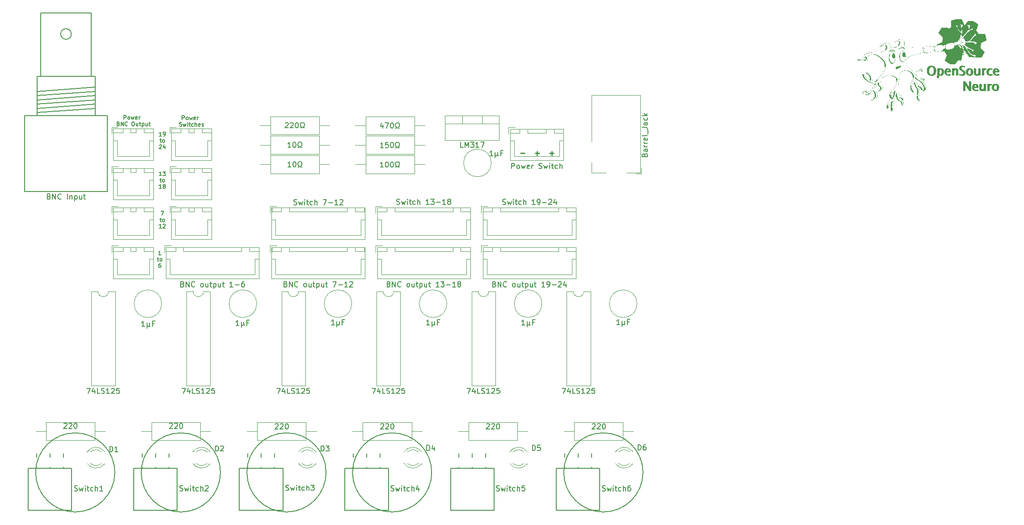
<source format=gbr>
%TF.GenerationSoftware,KiCad,Pcbnew,7.0.8*%
%TF.CreationDate,2024-02-13T18:26:10+01:00*%
%TF.ProjectId,BlankingRelay_Base,426c616e-6b69-46e6-9752-656c61795f42,rev?*%
%TF.SameCoordinates,Original*%
%TF.FileFunction,Legend,Top*%
%TF.FilePolarity,Positive*%
%FSLAX46Y46*%
G04 Gerber Fmt 4.6, Leading zero omitted, Abs format (unit mm)*
G04 Created by KiCad (PCBNEW 7.0.8) date 2024-02-13 18:26:10*
%MOMM*%
%LPD*%
G01*
G04 APERTURE LIST*
%ADD10C,0.150000*%
%ADD11C,0.200000*%
%ADD12C,0.250000*%
%ADD13C,0.120000*%
G04 APERTURE END LIST*
D10*
X76607142Y-53935414D02*
X76178571Y-53935414D01*
X76392856Y-53935414D02*
X76392856Y-53185414D01*
X76392856Y-53185414D02*
X76321428Y-53292557D01*
X76321428Y-53292557D02*
X76249999Y-53363985D01*
X76249999Y-53363985D02*
X76178571Y-53399700D01*
X76964285Y-53935414D02*
X77107142Y-53935414D01*
X77107142Y-53935414D02*
X77178571Y-53899700D01*
X77178571Y-53899700D02*
X77214285Y-53863985D01*
X77214285Y-53863985D02*
X77285714Y-53756842D01*
X77285714Y-53756842D02*
X77321428Y-53613985D01*
X77321428Y-53613985D02*
X77321428Y-53328271D01*
X77321428Y-53328271D02*
X77285714Y-53256842D01*
X77285714Y-53256842D02*
X77250000Y-53221128D01*
X77250000Y-53221128D02*
X77178571Y-53185414D01*
X77178571Y-53185414D02*
X77035714Y-53185414D01*
X77035714Y-53185414D02*
X76964285Y-53221128D01*
X76964285Y-53221128D02*
X76928571Y-53256842D01*
X76928571Y-53256842D02*
X76892857Y-53328271D01*
X76892857Y-53328271D02*
X76892857Y-53506842D01*
X76892857Y-53506842D02*
X76928571Y-53578271D01*
X76928571Y-53578271D02*
X76964285Y-53613985D01*
X76964285Y-53613985D02*
X77035714Y-53649700D01*
X77035714Y-53649700D02*
X77178571Y-53649700D01*
X77178571Y-53649700D02*
X77250000Y-53613985D01*
X77250000Y-53613985D02*
X77285714Y-53578271D01*
X77285714Y-53578271D02*
X77321428Y-53506842D01*
X76267857Y-54642914D02*
X76553571Y-54642914D01*
X76375000Y-54392914D02*
X76375000Y-55035771D01*
X76375000Y-55035771D02*
X76410714Y-55107200D01*
X76410714Y-55107200D02*
X76482143Y-55142914D01*
X76482143Y-55142914D02*
X76553571Y-55142914D01*
X76910714Y-55142914D02*
X76839285Y-55107200D01*
X76839285Y-55107200D02*
X76803571Y-55071485D01*
X76803571Y-55071485D02*
X76767857Y-55000057D01*
X76767857Y-55000057D02*
X76767857Y-54785771D01*
X76767857Y-54785771D02*
X76803571Y-54714342D01*
X76803571Y-54714342D02*
X76839285Y-54678628D01*
X76839285Y-54678628D02*
X76910714Y-54642914D01*
X76910714Y-54642914D02*
X77017857Y-54642914D01*
X77017857Y-54642914D02*
X77089285Y-54678628D01*
X77089285Y-54678628D02*
X77125000Y-54714342D01*
X77125000Y-54714342D02*
X77160714Y-54785771D01*
X77160714Y-54785771D02*
X77160714Y-55000057D01*
X77160714Y-55000057D02*
X77125000Y-55071485D01*
X77125000Y-55071485D02*
X77089285Y-55107200D01*
X77089285Y-55107200D02*
X77017857Y-55142914D01*
X77017857Y-55142914D02*
X76910714Y-55142914D01*
X76178571Y-55671842D02*
X76214285Y-55636128D01*
X76214285Y-55636128D02*
X76285714Y-55600414D01*
X76285714Y-55600414D02*
X76464285Y-55600414D01*
X76464285Y-55600414D02*
X76535714Y-55636128D01*
X76535714Y-55636128D02*
X76571428Y-55671842D01*
X76571428Y-55671842D02*
X76607142Y-55743271D01*
X76607142Y-55743271D02*
X76607142Y-55814700D01*
X76607142Y-55814700D02*
X76571428Y-55921842D01*
X76571428Y-55921842D02*
X76142856Y-56350414D01*
X76142856Y-56350414D02*
X76607142Y-56350414D01*
X77250000Y-55850414D02*
X77250000Y-56350414D01*
X77071428Y-55564700D02*
X76892857Y-56100414D01*
X76892857Y-56100414D02*
X77357142Y-56100414D01*
X76607142Y-61460414D02*
X76178571Y-61460414D01*
X76392856Y-61460414D02*
X76392856Y-60710414D01*
X76392856Y-60710414D02*
X76321428Y-60817557D01*
X76321428Y-60817557D02*
X76249999Y-60888985D01*
X76249999Y-60888985D02*
X76178571Y-60924700D01*
X76857142Y-60710414D02*
X77321428Y-60710414D01*
X77321428Y-60710414D02*
X77071428Y-60996128D01*
X77071428Y-60996128D02*
X77178571Y-60996128D01*
X77178571Y-60996128D02*
X77250000Y-61031842D01*
X77250000Y-61031842D02*
X77285714Y-61067557D01*
X77285714Y-61067557D02*
X77321428Y-61138985D01*
X77321428Y-61138985D02*
X77321428Y-61317557D01*
X77321428Y-61317557D02*
X77285714Y-61388985D01*
X77285714Y-61388985D02*
X77250000Y-61424700D01*
X77250000Y-61424700D02*
X77178571Y-61460414D01*
X77178571Y-61460414D02*
X76964285Y-61460414D01*
X76964285Y-61460414D02*
X76892857Y-61424700D01*
X76892857Y-61424700D02*
X76857142Y-61388985D01*
X76267857Y-62167914D02*
X76553571Y-62167914D01*
X76375000Y-61917914D02*
X76375000Y-62560771D01*
X76375000Y-62560771D02*
X76410714Y-62632200D01*
X76410714Y-62632200D02*
X76482143Y-62667914D01*
X76482143Y-62667914D02*
X76553571Y-62667914D01*
X76910714Y-62667914D02*
X76839285Y-62632200D01*
X76839285Y-62632200D02*
X76803571Y-62596485D01*
X76803571Y-62596485D02*
X76767857Y-62525057D01*
X76767857Y-62525057D02*
X76767857Y-62310771D01*
X76767857Y-62310771D02*
X76803571Y-62239342D01*
X76803571Y-62239342D02*
X76839285Y-62203628D01*
X76839285Y-62203628D02*
X76910714Y-62167914D01*
X76910714Y-62167914D02*
X77017857Y-62167914D01*
X77017857Y-62167914D02*
X77089285Y-62203628D01*
X77089285Y-62203628D02*
X77125000Y-62239342D01*
X77125000Y-62239342D02*
X77160714Y-62310771D01*
X77160714Y-62310771D02*
X77160714Y-62525057D01*
X77160714Y-62525057D02*
X77125000Y-62596485D01*
X77125000Y-62596485D02*
X77089285Y-62632200D01*
X77089285Y-62632200D02*
X77017857Y-62667914D01*
X77017857Y-62667914D02*
X76910714Y-62667914D01*
X76607142Y-63875414D02*
X76178571Y-63875414D01*
X76392856Y-63875414D02*
X76392856Y-63125414D01*
X76392856Y-63125414D02*
X76321428Y-63232557D01*
X76321428Y-63232557D02*
X76249999Y-63303985D01*
X76249999Y-63303985D02*
X76178571Y-63339700D01*
X77035714Y-63446842D02*
X76964285Y-63411128D01*
X76964285Y-63411128D02*
X76928571Y-63375414D01*
X76928571Y-63375414D02*
X76892857Y-63303985D01*
X76892857Y-63303985D02*
X76892857Y-63268271D01*
X76892857Y-63268271D02*
X76928571Y-63196842D01*
X76928571Y-63196842D02*
X76964285Y-63161128D01*
X76964285Y-63161128D02*
X77035714Y-63125414D01*
X77035714Y-63125414D02*
X77178571Y-63125414D01*
X77178571Y-63125414D02*
X77250000Y-63161128D01*
X77250000Y-63161128D02*
X77285714Y-63196842D01*
X77285714Y-63196842D02*
X77321428Y-63268271D01*
X77321428Y-63268271D02*
X77321428Y-63303985D01*
X77321428Y-63303985D02*
X77285714Y-63375414D01*
X77285714Y-63375414D02*
X77250000Y-63411128D01*
X77250000Y-63411128D02*
X77178571Y-63446842D01*
X77178571Y-63446842D02*
X77035714Y-63446842D01*
X77035714Y-63446842D02*
X76964285Y-63482557D01*
X76964285Y-63482557D02*
X76928571Y-63518271D01*
X76928571Y-63518271D02*
X76892857Y-63589700D01*
X76892857Y-63589700D02*
X76892857Y-63732557D01*
X76892857Y-63732557D02*
X76928571Y-63803985D01*
X76928571Y-63803985D02*
X76964285Y-63839700D01*
X76964285Y-63839700D02*
X77035714Y-63875414D01*
X77035714Y-63875414D02*
X77178571Y-63875414D01*
X77178571Y-63875414D02*
X77250000Y-63839700D01*
X77250000Y-63839700D02*
X77285714Y-63803985D01*
X77285714Y-63803985D02*
X77321428Y-63732557D01*
X77321428Y-63732557D02*
X77321428Y-63589700D01*
X77321428Y-63589700D02*
X77285714Y-63518271D01*
X77285714Y-63518271D02*
X77250000Y-63482557D01*
X77250000Y-63482557D02*
X77178571Y-63446842D01*
X76499999Y-68235414D02*
X76999999Y-68235414D01*
X76999999Y-68235414D02*
X76678571Y-68985414D01*
X76267857Y-69692914D02*
X76553571Y-69692914D01*
X76375000Y-69442914D02*
X76375000Y-70085771D01*
X76375000Y-70085771D02*
X76410714Y-70157200D01*
X76410714Y-70157200D02*
X76482143Y-70192914D01*
X76482143Y-70192914D02*
X76553571Y-70192914D01*
X76910714Y-70192914D02*
X76839285Y-70157200D01*
X76839285Y-70157200D02*
X76803571Y-70121485D01*
X76803571Y-70121485D02*
X76767857Y-70050057D01*
X76767857Y-70050057D02*
X76767857Y-69835771D01*
X76767857Y-69835771D02*
X76803571Y-69764342D01*
X76803571Y-69764342D02*
X76839285Y-69728628D01*
X76839285Y-69728628D02*
X76910714Y-69692914D01*
X76910714Y-69692914D02*
X77017857Y-69692914D01*
X77017857Y-69692914D02*
X77089285Y-69728628D01*
X77089285Y-69728628D02*
X77125000Y-69764342D01*
X77125000Y-69764342D02*
X77160714Y-69835771D01*
X77160714Y-69835771D02*
X77160714Y-70050057D01*
X77160714Y-70050057D02*
X77125000Y-70121485D01*
X77125000Y-70121485D02*
X77089285Y-70157200D01*
X77089285Y-70157200D02*
X77017857Y-70192914D01*
X77017857Y-70192914D02*
X76910714Y-70192914D01*
X76607142Y-71400414D02*
X76178571Y-71400414D01*
X76392856Y-71400414D02*
X76392856Y-70650414D01*
X76392856Y-70650414D02*
X76321428Y-70757557D01*
X76321428Y-70757557D02*
X76249999Y-70828985D01*
X76249999Y-70828985D02*
X76178571Y-70864700D01*
X76892857Y-70721842D02*
X76928571Y-70686128D01*
X76928571Y-70686128D02*
X77000000Y-70650414D01*
X77000000Y-70650414D02*
X77178571Y-70650414D01*
X77178571Y-70650414D02*
X77250000Y-70686128D01*
X77250000Y-70686128D02*
X77285714Y-70721842D01*
X77285714Y-70721842D02*
X77321428Y-70793271D01*
X77321428Y-70793271D02*
X77321428Y-70864700D01*
X77321428Y-70864700D02*
X77285714Y-70971842D01*
X77285714Y-70971842D02*
X76857142Y-71400414D01*
X76857142Y-71400414D02*
X77321428Y-71400414D01*
X76489285Y-76460414D02*
X76060714Y-76460414D01*
X76274999Y-76460414D02*
X76274999Y-75710414D01*
X76274999Y-75710414D02*
X76203571Y-75817557D01*
X76203571Y-75817557D02*
X76132142Y-75888985D01*
X76132142Y-75888985D02*
X76060714Y-75924700D01*
X75792857Y-77167914D02*
X76078571Y-77167914D01*
X75900000Y-76917914D02*
X75900000Y-77560771D01*
X75900000Y-77560771D02*
X75935714Y-77632200D01*
X75935714Y-77632200D02*
X76007143Y-77667914D01*
X76007143Y-77667914D02*
X76078571Y-77667914D01*
X76435714Y-77667914D02*
X76364285Y-77632200D01*
X76364285Y-77632200D02*
X76328571Y-77596485D01*
X76328571Y-77596485D02*
X76292857Y-77525057D01*
X76292857Y-77525057D02*
X76292857Y-77310771D01*
X76292857Y-77310771D02*
X76328571Y-77239342D01*
X76328571Y-77239342D02*
X76364285Y-77203628D01*
X76364285Y-77203628D02*
X76435714Y-77167914D01*
X76435714Y-77167914D02*
X76542857Y-77167914D01*
X76542857Y-77167914D02*
X76614285Y-77203628D01*
X76614285Y-77203628D02*
X76650000Y-77239342D01*
X76650000Y-77239342D02*
X76685714Y-77310771D01*
X76685714Y-77310771D02*
X76685714Y-77525057D01*
X76685714Y-77525057D02*
X76650000Y-77596485D01*
X76650000Y-77596485D02*
X76614285Y-77632200D01*
X76614285Y-77632200D02*
X76542857Y-77667914D01*
X76542857Y-77667914D02*
X76435714Y-77667914D01*
X76417857Y-78125414D02*
X76274999Y-78125414D01*
X76274999Y-78125414D02*
X76203571Y-78161128D01*
X76203571Y-78161128D02*
X76167857Y-78196842D01*
X76167857Y-78196842D02*
X76096428Y-78303985D01*
X76096428Y-78303985D02*
X76060714Y-78446842D01*
X76060714Y-78446842D02*
X76060714Y-78732557D01*
X76060714Y-78732557D02*
X76096428Y-78803985D01*
X76096428Y-78803985D02*
X76132142Y-78839700D01*
X76132142Y-78839700D02*
X76203571Y-78875414D01*
X76203571Y-78875414D02*
X76346428Y-78875414D01*
X76346428Y-78875414D02*
X76417857Y-78839700D01*
X76417857Y-78839700D02*
X76453571Y-78803985D01*
X76453571Y-78803985D02*
X76489285Y-78732557D01*
X76489285Y-78732557D02*
X76489285Y-78553985D01*
X76489285Y-78553985D02*
X76453571Y-78482557D01*
X76453571Y-78482557D02*
X76417857Y-78446842D01*
X76417857Y-78446842D02*
X76346428Y-78411128D01*
X76346428Y-78411128D02*
X76203571Y-78411128D01*
X76203571Y-78411128D02*
X76132142Y-78446842D01*
X76132142Y-78446842D02*
X76096428Y-78482557D01*
X76096428Y-78482557D02*
X76060714Y-78553985D01*
X80507143Y-50870414D02*
X80507143Y-50120414D01*
X80507143Y-50120414D02*
X80792857Y-50120414D01*
X80792857Y-50120414D02*
X80864286Y-50156128D01*
X80864286Y-50156128D02*
X80900000Y-50191842D01*
X80900000Y-50191842D02*
X80935714Y-50263271D01*
X80935714Y-50263271D02*
X80935714Y-50370414D01*
X80935714Y-50370414D02*
X80900000Y-50441842D01*
X80900000Y-50441842D02*
X80864286Y-50477557D01*
X80864286Y-50477557D02*
X80792857Y-50513271D01*
X80792857Y-50513271D02*
X80507143Y-50513271D01*
X81364286Y-50870414D02*
X81292857Y-50834700D01*
X81292857Y-50834700D02*
X81257143Y-50798985D01*
X81257143Y-50798985D02*
X81221429Y-50727557D01*
X81221429Y-50727557D02*
X81221429Y-50513271D01*
X81221429Y-50513271D02*
X81257143Y-50441842D01*
X81257143Y-50441842D02*
X81292857Y-50406128D01*
X81292857Y-50406128D02*
X81364286Y-50370414D01*
X81364286Y-50370414D02*
X81471429Y-50370414D01*
X81471429Y-50370414D02*
X81542857Y-50406128D01*
X81542857Y-50406128D02*
X81578572Y-50441842D01*
X81578572Y-50441842D02*
X81614286Y-50513271D01*
X81614286Y-50513271D02*
X81614286Y-50727557D01*
X81614286Y-50727557D02*
X81578572Y-50798985D01*
X81578572Y-50798985D02*
X81542857Y-50834700D01*
X81542857Y-50834700D02*
X81471429Y-50870414D01*
X81471429Y-50870414D02*
X81364286Y-50870414D01*
X81864285Y-50370414D02*
X82007143Y-50870414D01*
X82007143Y-50870414D02*
X82150000Y-50513271D01*
X82150000Y-50513271D02*
X82292857Y-50870414D01*
X82292857Y-50870414D02*
X82435714Y-50370414D01*
X83007142Y-50834700D02*
X82935714Y-50870414D01*
X82935714Y-50870414D02*
X82792857Y-50870414D01*
X82792857Y-50870414D02*
X82721428Y-50834700D01*
X82721428Y-50834700D02*
X82685714Y-50763271D01*
X82685714Y-50763271D02*
X82685714Y-50477557D01*
X82685714Y-50477557D02*
X82721428Y-50406128D01*
X82721428Y-50406128D02*
X82792857Y-50370414D01*
X82792857Y-50370414D02*
X82935714Y-50370414D01*
X82935714Y-50370414D02*
X83007142Y-50406128D01*
X83007142Y-50406128D02*
X83042857Y-50477557D01*
X83042857Y-50477557D02*
X83042857Y-50548985D01*
X83042857Y-50548985D02*
X82685714Y-50620414D01*
X83364285Y-50870414D02*
X83364285Y-50370414D01*
X83364285Y-50513271D02*
X83399999Y-50441842D01*
X83399999Y-50441842D02*
X83435714Y-50406128D01*
X83435714Y-50406128D02*
X83507142Y-50370414D01*
X83507142Y-50370414D02*
X83578571Y-50370414D01*
X79989286Y-52042200D02*
X80096429Y-52077914D01*
X80096429Y-52077914D02*
X80275000Y-52077914D01*
X80275000Y-52077914D02*
X80346429Y-52042200D01*
X80346429Y-52042200D02*
X80382143Y-52006485D01*
X80382143Y-52006485D02*
X80417857Y-51935057D01*
X80417857Y-51935057D02*
X80417857Y-51863628D01*
X80417857Y-51863628D02*
X80382143Y-51792200D01*
X80382143Y-51792200D02*
X80346429Y-51756485D01*
X80346429Y-51756485D02*
X80275000Y-51720771D01*
X80275000Y-51720771D02*
X80132143Y-51685057D01*
X80132143Y-51685057D02*
X80060714Y-51649342D01*
X80060714Y-51649342D02*
X80025000Y-51613628D01*
X80025000Y-51613628D02*
X79989286Y-51542200D01*
X79989286Y-51542200D02*
X79989286Y-51470771D01*
X79989286Y-51470771D02*
X80025000Y-51399342D01*
X80025000Y-51399342D02*
X80060714Y-51363628D01*
X80060714Y-51363628D02*
X80132143Y-51327914D01*
X80132143Y-51327914D02*
X80310714Y-51327914D01*
X80310714Y-51327914D02*
X80417857Y-51363628D01*
X80667857Y-51577914D02*
X80810715Y-52077914D01*
X80810715Y-52077914D02*
X80953572Y-51720771D01*
X80953572Y-51720771D02*
X81096429Y-52077914D01*
X81096429Y-52077914D02*
X81239286Y-51577914D01*
X81525000Y-52077914D02*
X81525000Y-51577914D01*
X81525000Y-51327914D02*
X81489286Y-51363628D01*
X81489286Y-51363628D02*
X81525000Y-51399342D01*
X81525000Y-51399342D02*
X81560714Y-51363628D01*
X81560714Y-51363628D02*
X81525000Y-51327914D01*
X81525000Y-51327914D02*
X81525000Y-51399342D01*
X81775000Y-51577914D02*
X82060714Y-51577914D01*
X81882143Y-51327914D02*
X81882143Y-51970771D01*
X81882143Y-51970771D02*
X81917857Y-52042200D01*
X81917857Y-52042200D02*
X81989286Y-52077914D01*
X81989286Y-52077914D02*
X82060714Y-52077914D01*
X82632143Y-52042200D02*
X82560714Y-52077914D01*
X82560714Y-52077914D02*
X82417857Y-52077914D01*
X82417857Y-52077914D02*
X82346428Y-52042200D01*
X82346428Y-52042200D02*
X82310714Y-52006485D01*
X82310714Y-52006485D02*
X82275000Y-51935057D01*
X82275000Y-51935057D02*
X82275000Y-51720771D01*
X82275000Y-51720771D02*
X82310714Y-51649342D01*
X82310714Y-51649342D02*
X82346428Y-51613628D01*
X82346428Y-51613628D02*
X82417857Y-51577914D01*
X82417857Y-51577914D02*
X82560714Y-51577914D01*
X82560714Y-51577914D02*
X82632143Y-51613628D01*
X82953571Y-52077914D02*
X82953571Y-51327914D01*
X83275000Y-52077914D02*
X83275000Y-51685057D01*
X83275000Y-51685057D02*
X83239285Y-51613628D01*
X83239285Y-51613628D02*
X83167857Y-51577914D01*
X83167857Y-51577914D02*
X83060714Y-51577914D01*
X83060714Y-51577914D02*
X82989285Y-51613628D01*
X82989285Y-51613628D02*
X82953571Y-51649342D01*
X83917856Y-52042200D02*
X83846428Y-52077914D01*
X83846428Y-52077914D02*
X83703571Y-52077914D01*
X83703571Y-52077914D02*
X83632142Y-52042200D01*
X83632142Y-52042200D02*
X83596428Y-51970771D01*
X83596428Y-51970771D02*
X83596428Y-51685057D01*
X83596428Y-51685057D02*
X83632142Y-51613628D01*
X83632142Y-51613628D02*
X83703571Y-51577914D01*
X83703571Y-51577914D02*
X83846428Y-51577914D01*
X83846428Y-51577914D02*
X83917856Y-51613628D01*
X83917856Y-51613628D02*
X83953571Y-51685057D01*
X83953571Y-51685057D02*
X83953571Y-51756485D01*
X83953571Y-51756485D02*
X83596428Y-51827914D01*
X84239285Y-52042200D02*
X84310713Y-52077914D01*
X84310713Y-52077914D02*
X84453570Y-52077914D01*
X84453570Y-52077914D02*
X84524999Y-52042200D01*
X84524999Y-52042200D02*
X84560713Y-51970771D01*
X84560713Y-51970771D02*
X84560713Y-51935057D01*
X84560713Y-51935057D02*
X84524999Y-51863628D01*
X84524999Y-51863628D02*
X84453570Y-51827914D01*
X84453570Y-51827914D02*
X84346428Y-51827914D01*
X84346428Y-51827914D02*
X84274999Y-51792200D01*
X84274999Y-51792200D02*
X84239285Y-51720771D01*
X84239285Y-51720771D02*
X84239285Y-51685057D01*
X84239285Y-51685057D02*
X84274999Y-51613628D01*
X84274999Y-51613628D02*
X84346428Y-51577914D01*
X84346428Y-51577914D02*
X84453570Y-51577914D01*
X84453570Y-51577914D02*
X84524999Y-51613628D01*
X69482143Y-50785414D02*
X69482143Y-50035414D01*
X69482143Y-50035414D02*
X69767857Y-50035414D01*
X69767857Y-50035414D02*
X69839286Y-50071128D01*
X69839286Y-50071128D02*
X69875000Y-50106842D01*
X69875000Y-50106842D02*
X69910714Y-50178271D01*
X69910714Y-50178271D02*
X69910714Y-50285414D01*
X69910714Y-50285414D02*
X69875000Y-50356842D01*
X69875000Y-50356842D02*
X69839286Y-50392557D01*
X69839286Y-50392557D02*
X69767857Y-50428271D01*
X69767857Y-50428271D02*
X69482143Y-50428271D01*
X70339286Y-50785414D02*
X70267857Y-50749700D01*
X70267857Y-50749700D02*
X70232143Y-50713985D01*
X70232143Y-50713985D02*
X70196429Y-50642557D01*
X70196429Y-50642557D02*
X70196429Y-50428271D01*
X70196429Y-50428271D02*
X70232143Y-50356842D01*
X70232143Y-50356842D02*
X70267857Y-50321128D01*
X70267857Y-50321128D02*
X70339286Y-50285414D01*
X70339286Y-50285414D02*
X70446429Y-50285414D01*
X70446429Y-50285414D02*
X70517857Y-50321128D01*
X70517857Y-50321128D02*
X70553572Y-50356842D01*
X70553572Y-50356842D02*
X70589286Y-50428271D01*
X70589286Y-50428271D02*
X70589286Y-50642557D01*
X70589286Y-50642557D02*
X70553572Y-50713985D01*
X70553572Y-50713985D02*
X70517857Y-50749700D01*
X70517857Y-50749700D02*
X70446429Y-50785414D01*
X70446429Y-50785414D02*
X70339286Y-50785414D01*
X70839285Y-50285414D02*
X70982143Y-50785414D01*
X70982143Y-50785414D02*
X71125000Y-50428271D01*
X71125000Y-50428271D02*
X71267857Y-50785414D01*
X71267857Y-50785414D02*
X71410714Y-50285414D01*
X71982142Y-50749700D02*
X71910714Y-50785414D01*
X71910714Y-50785414D02*
X71767857Y-50785414D01*
X71767857Y-50785414D02*
X71696428Y-50749700D01*
X71696428Y-50749700D02*
X71660714Y-50678271D01*
X71660714Y-50678271D02*
X71660714Y-50392557D01*
X71660714Y-50392557D02*
X71696428Y-50321128D01*
X71696428Y-50321128D02*
X71767857Y-50285414D01*
X71767857Y-50285414D02*
X71910714Y-50285414D01*
X71910714Y-50285414D02*
X71982142Y-50321128D01*
X71982142Y-50321128D02*
X72017857Y-50392557D01*
X72017857Y-50392557D02*
X72017857Y-50463985D01*
X72017857Y-50463985D02*
X71660714Y-50535414D01*
X72339285Y-50785414D02*
X72339285Y-50285414D01*
X72339285Y-50428271D02*
X72374999Y-50356842D01*
X72374999Y-50356842D02*
X72410714Y-50321128D01*
X72410714Y-50321128D02*
X72482142Y-50285414D01*
X72482142Y-50285414D02*
X72553571Y-50285414D01*
X68410715Y-51600057D02*
X68517858Y-51635771D01*
X68517858Y-51635771D02*
X68553572Y-51671485D01*
X68553572Y-51671485D02*
X68589286Y-51742914D01*
X68589286Y-51742914D02*
X68589286Y-51850057D01*
X68589286Y-51850057D02*
X68553572Y-51921485D01*
X68553572Y-51921485D02*
X68517858Y-51957200D01*
X68517858Y-51957200D02*
X68446429Y-51992914D01*
X68446429Y-51992914D02*
X68160715Y-51992914D01*
X68160715Y-51992914D02*
X68160715Y-51242914D01*
X68160715Y-51242914D02*
X68410715Y-51242914D01*
X68410715Y-51242914D02*
X68482144Y-51278628D01*
X68482144Y-51278628D02*
X68517858Y-51314342D01*
X68517858Y-51314342D02*
X68553572Y-51385771D01*
X68553572Y-51385771D02*
X68553572Y-51457200D01*
X68553572Y-51457200D02*
X68517858Y-51528628D01*
X68517858Y-51528628D02*
X68482144Y-51564342D01*
X68482144Y-51564342D02*
X68410715Y-51600057D01*
X68410715Y-51600057D02*
X68160715Y-51600057D01*
X68910715Y-51992914D02*
X68910715Y-51242914D01*
X68910715Y-51242914D02*
X69339286Y-51992914D01*
X69339286Y-51992914D02*
X69339286Y-51242914D01*
X70125000Y-51921485D02*
X70089286Y-51957200D01*
X70089286Y-51957200D02*
X69982143Y-51992914D01*
X69982143Y-51992914D02*
X69910715Y-51992914D01*
X69910715Y-51992914D02*
X69803572Y-51957200D01*
X69803572Y-51957200D02*
X69732143Y-51885771D01*
X69732143Y-51885771D02*
X69696429Y-51814342D01*
X69696429Y-51814342D02*
X69660715Y-51671485D01*
X69660715Y-51671485D02*
X69660715Y-51564342D01*
X69660715Y-51564342D02*
X69696429Y-51421485D01*
X69696429Y-51421485D02*
X69732143Y-51350057D01*
X69732143Y-51350057D02*
X69803572Y-51278628D01*
X69803572Y-51278628D02*
X69910715Y-51242914D01*
X69910715Y-51242914D02*
X69982143Y-51242914D01*
X69982143Y-51242914D02*
X70089286Y-51278628D01*
X70089286Y-51278628D02*
X70125000Y-51314342D01*
X71160715Y-51242914D02*
X71303572Y-51242914D01*
X71303572Y-51242914D02*
X71375001Y-51278628D01*
X71375001Y-51278628D02*
X71446429Y-51350057D01*
X71446429Y-51350057D02*
X71482144Y-51492914D01*
X71482144Y-51492914D02*
X71482144Y-51742914D01*
X71482144Y-51742914D02*
X71446429Y-51885771D01*
X71446429Y-51885771D02*
X71375001Y-51957200D01*
X71375001Y-51957200D02*
X71303572Y-51992914D01*
X71303572Y-51992914D02*
X71160715Y-51992914D01*
X71160715Y-51992914D02*
X71089287Y-51957200D01*
X71089287Y-51957200D02*
X71017858Y-51885771D01*
X71017858Y-51885771D02*
X70982144Y-51742914D01*
X70982144Y-51742914D02*
X70982144Y-51492914D01*
X70982144Y-51492914D02*
X71017858Y-51350057D01*
X71017858Y-51350057D02*
X71089287Y-51278628D01*
X71089287Y-51278628D02*
X71160715Y-51242914D01*
X72125001Y-51492914D02*
X72125001Y-51992914D01*
X71803572Y-51492914D02*
X71803572Y-51885771D01*
X71803572Y-51885771D02*
X71839286Y-51957200D01*
X71839286Y-51957200D02*
X71910715Y-51992914D01*
X71910715Y-51992914D02*
X72017858Y-51992914D01*
X72017858Y-51992914D02*
X72089286Y-51957200D01*
X72089286Y-51957200D02*
X72125001Y-51921485D01*
X72375000Y-51492914D02*
X72660714Y-51492914D01*
X72482143Y-51242914D02*
X72482143Y-51885771D01*
X72482143Y-51885771D02*
X72517857Y-51957200D01*
X72517857Y-51957200D02*
X72589286Y-51992914D01*
X72589286Y-51992914D02*
X72660714Y-51992914D01*
X72910714Y-51492914D02*
X72910714Y-52242914D01*
X72910714Y-51528628D02*
X72982143Y-51492914D01*
X72982143Y-51492914D02*
X73125000Y-51492914D01*
X73125000Y-51492914D02*
X73196428Y-51528628D01*
X73196428Y-51528628D02*
X73232143Y-51564342D01*
X73232143Y-51564342D02*
X73267857Y-51635771D01*
X73267857Y-51635771D02*
X73267857Y-51850057D01*
X73267857Y-51850057D02*
X73232143Y-51921485D01*
X73232143Y-51921485D02*
X73196428Y-51957200D01*
X73196428Y-51957200D02*
X73125000Y-51992914D01*
X73125000Y-51992914D02*
X72982143Y-51992914D01*
X72982143Y-51992914D02*
X72910714Y-51957200D01*
X73910714Y-51492914D02*
X73910714Y-51992914D01*
X73589285Y-51492914D02*
X73589285Y-51885771D01*
X73589285Y-51885771D02*
X73624999Y-51957200D01*
X73624999Y-51957200D02*
X73696428Y-51992914D01*
X73696428Y-51992914D02*
X73803571Y-51992914D01*
X73803571Y-51992914D02*
X73874999Y-51957200D01*
X73874999Y-51957200D02*
X73910714Y-51921485D01*
X74160713Y-51492914D02*
X74446427Y-51492914D01*
X74267856Y-51242914D02*
X74267856Y-51885771D01*
X74267856Y-51885771D02*
X74303570Y-51957200D01*
X74303570Y-51957200D02*
X74374999Y-51992914D01*
X74374999Y-51992914D02*
X74446427Y-51992914D01*
D11*
X107750000Y-117750000D02*
G75*
G03*
X107750000Y-117750000I-7500000J0D01*
G01*
X87750000Y-117750000D02*
G75*
G03*
X87750000Y-117750000I-7500000J0D01*
G01*
X167750000Y-117750000D02*
G75*
G03*
X167750000Y-117750000I-7500000J0D01*
G01*
X127750000Y-117750000D02*
G75*
G03*
X127750000Y-117750000I-7500000J0D01*
G01*
X67750000Y-117750000D02*
G75*
G03*
X67750000Y-117750000I-7500000J0D01*
G01*
D12*
X144552568Y-57233666D02*
X145314473Y-57233666D01*
X147314473Y-57233666D02*
X148076378Y-57233666D01*
X147695425Y-57614619D02*
X147695425Y-56852714D01*
X150076378Y-57233666D02*
X150838283Y-57233666D01*
X150457330Y-57614619D02*
X150457330Y-56852714D01*
D10*
X101657143Y-66932200D02*
X101800000Y-66979819D01*
X101800000Y-66979819D02*
X102038095Y-66979819D01*
X102038095Y-66979819D02*
X102133333Y-66932200D01*
X102133333Y-66932200D02*
X102180952Y-66884580D01*
X102180952Y-66884580D02*
X102228571Y-66789342D01*
X102228571Y-66789342D02*
X102228571Y-66694104D01*
X102228571Y-66694104D02*
X102180952Y-66598866D01*
X102180952Y-66598866D02*
X102133333Y-66551247D01*
X102133333Y-66551247D02*
X102038095Y-66503628D01*
X102038095Y-66503628D02*
X101847619Y-66456009D01*
X101847619Y-66456009D02*
X101752381Y-66408390D01*
X101752381Y-66408390D02*
X101704762Y-66360771D01*
X101704762Y-66360771D02*
X101657143Y-66265533D01*
X101657143Y-66265533D02*
X101657143Y-66170295D01*
X101657143Y-66170295D02*
X101704762Y-66075057D01*
X101704762Y-66075057D02*
X101752381Y-66027438D01*
X101752381Y-66027438D02*
X101847619Y-65979819D01*
X101847619Y-65979819D02*
X102085714Y-65979819D01*
X102085714Y-65979819D02*
X102228571Y-66027438D01*
X102561905Y-66313152D02*
X102752381Y-66979819D01*
X102752381Y-66979819D02*
X102942857Y-66503628D01*
X102942857Y-66503628D02*
X103133333Y-66979819D01*
X103133333Y-66979819D02*
X103323809Y-66313152D01*
X103704762Y-66979819D02*
X103704762Y-66313152D01*
X103704762Y-65979819D02*
X103657143Y-66027438D01*
X103657143Y-66027438D02*
X103704762Y-66075057D01*
X103704762Y-66075057D02*
X103752381Y-66027438D01*
X103752381Y-66027438D02*
X103704762Y-65979819D01*
X103704762Y-65979819D02*
X103704762Y-66075057D01*
X104038095Y-66313152D02*
X104419047Y-66313152D01*
X104180952Y-65979819D02*
X104180952Y-66836961D01*
X104180952Y-66836961D02*
X104228571Y-66932200D01*
X104228571Y-66932200D02*
X104323809Y-66979819D01*
X104323809Y-66979819D02*
X104419047Y-66979819D01*
X105180952Y-66932200D02*
X105085714Y-66979819D01*
X105085714Y-66979819D02*
X104895238Y-66979819D01*
X104895238Y-66979819D02*
X104800000Y-66932200D01*
X104800000Y-66932200D02*
X104752381Y-66884580D01*
X104752381Y-66884580D02*
X104704762Y-66789342D01*
X104704762Y-66789342D02*
X104704762Y-66503628D01*
X104704762Y-66503628D02*
X104752381Y-66408390D01*
X104752381Y-66408390D02*
X104800000Y-66360771D01*
X104800000Y-66360771D02*
X104895238Y-66313152D01*
X104895238Y-66313152D02*
X105085714Y-66313152D01*
X105085714Y-66313152D02*
X105180952Y-66360771D01*
X105609524Y-66979819D02*
X105609524Y-65979819D01*
X106038095Y-66979819D02*
X106038095Y-66456009D01*
X106038095Y-66456009D02*
X105990476Y-66360771D01*
X105990476Y-66360771D02*
X105895238Y-66313152D01*
X105895238Y-66313152D02*
X105752381Y-66313152D01*
X105752381Y-66313152D02*
X105657143Y-66360771D01*
X105657143Y-66360771D02*
X105609524Y-66408390D01*
X107180953Y-65979819D02*
X107847619Y-65979819D01*
X107847619Y-65979819D02*
X107419048Y-66979819D01*
X108228572Y-66598866D02*
X108990477Y-66598866D01*
X109990476Y-66979819D02*
X109419048Y-66979819D01*
X109704762Y-66979819D02*
X109704762Y-65979819D01*
X109704762Y-65979819D02*
X109609524Y-66122676D01*
X109609524Y-66122676D02*
X109514286Y-66217914D01*
X109514286Y-66217914D02*
X109419048Y-66265533D01*
X110371429Y-66075057D02*
X110419048Y-66027438D01*
X110419048Y-66027438D02*
X110514286Y-65979819D01*
X110514286Y-65979819D02*
X110752381Y-65979819D01*
X110752381Y-65979819D02*
X110847619Y-66027438D01*
X110847619Y-66027438D02*
X110895238Y-66075057D01*
X110895238Y-66075057D02*
X110942857Y-66170295D01*
X110942857Y-66170295D02*
X110942857Y-66265533D01*
X110942857Y-66265533D02*
X110895238Y-66408390D01*
X110895238Y-66408390D02*
X110323810Y-66979819D01*
X110323810Y-66979819D02*
X110942857Y-66979819D01*
X119630951Y-82031009D02*
X119773808Y-82078628D01*
X119773808Y-82078628D02*
X119821427Y-82126247D01*
X119821427Y-82126247D02*
X119869046Y-82221485D01*
X119869046Y-82221485D02*
X119869046Y-82364342D01*
X119869046Y-82364342D02*
X119821427Y-82459580D01*
X119821427Y-82459580D02*
X119773808Y-82507200D01*
X119773808Y-82507200D02*
X119678570Y-82554819D01*
X119678570Y-82554819D02*
X119297618Y-82554819D01*
X119297618Y-82554819D02*
X119297618Y-81554819D01*
X119297618Y-81554819D02*
X119630951Y-81554819D01*
X119630951Y-81554819D02*
X119726189Y-81602438D01*
X119726189Y-81602438D02*
X119773808Y-81650057D01*
X119773808Y-81650057D02*
X119821427Y-81745295D01*
X119821427Y-81745295D02*
X119821427Y-81840533D01*
X119821427Y-81840533D02*
X119773808Y-81935771D01*
X119773808Y-81935771D02*
X119726189Y-81983390D01*
X119726189Y-81983390D02*
X119630951Y-82031009D01*
X119630951Y-82031009D02*
X119297618Y-82031009D01*
X120297618Y-82554819D02*
X120297618Y-81554819D01*
X120297618Y-81554819D02*
X120869046Y-82554819D01*
X120869046Y-82554819D02*
X120869046Y-81554819D01*
X121916665Y-82459580D02*
X121869046Y-82507200D01*
X121869046Y-82507200D02*
X121726189Y-82554819D01*
X121726189Y-82554819D02*
X121630951Y-82554819D01*
X121630951Y-82554819D02*
X121488094Y-82507200D01*
X121488094Y-82507200D02*
X121392856Y-82411961D01*
X121392856Y-82411961D02*
X121345237Y-82316723D01*
X121345237Y-82316723D02*
X121297618Y-82126247D01*
X121297618Y-82126247D02*
X121297618Y-81983390D01*
X121297618Y-81983390D02*
X121345237Y-81792914D01*
X121345237Y-81792914D02*
X121392856Y-81697676D01*
X121392856Y-81697676D02*
X121488094Y-81602438D01*
X121488094Y-81602438D02*
X121630951Y-81554819D01*
X121630951Y-81554819D02*
X121726189Y-81554819D01*
X121726189Y-81554819D02*
X121869046Y-81602438D01*
X121869046Y-81602438D02*
X121916665Y-81650057D01*
X123249999Y-82554819D02*
X123154761Y-82507200D01*
X123154761Y-82507200D02*
X123107142Y-82459580D01*
X123107142Y-82459580D02*
X123059523Y-82364342D01*
X123059523Y-82364342D02*
X123059523Y-82078628D01*
X123059523Y-82078628D02*
X123107142Y-81983390D01*
X123107142Y-81983390D02*
X123154761Y-81935771D01*
X123154761Y-81935771D02*
X123249999Y-81888152D01*
X123249999Y-81888152D02*
X123392856Y-81888152D01*
X123392856Y-81888152D02*
X123488094Y-81935771D01*
X123488094Y-81935771D02*
X123535713Y-81983390D01*
X123535713Y-81983390D02*
X123583332Y-82078628D01*
X123583332Y-82078628D02*
X123583332Y-82364342D01*
X123583332Y-82364342D02*
X123535713Y-82459580D01*
X123535713Y-82459580D02*
X123488094Y-82507200D01*
X123488094Y-82507200D02*
X123392856Y-82554819D01*
X123392856Y-82554819D02*
X123249999Y-82554819D01*
X124440475Y-81888152D02*
X124440475Y-82554819D01*
X124011904Y-81888152D02*
X124011904Y-82411961D01*
X124011904Y-82411961D02*
X124059523Y-82507200D01*
X124059523Y-82507200D02*
X124154761Y-82554819D01*
X124154761Y-82554819D02*
X124297618Y-82554819D01*
X124297618Y-82554819D02*
X124392856Y-82507200D01*
X124392856Y-82507200D02*
X124440475Y-82459580D01*
X124773809Y-81888152D02*
X125154761Y-81888152D01*
X124916666Y-81554819D02*
X124916666Y-82411961D01*
X124916666Y-82411961D02*
X124964285Y-82507200D01*
X124964285Y-82507200D02*
X125059523Y-82554819D01*
X125059523Y-82554819D02*
X125154761Y-82554819D01*
X125488095Y-81888152D02*
X125488095Y-82888152D01*
X125488095Y-81935771D02*
X125583333Y-81888152D01*
X125583333Y-81888152D02*
X125773809Y-81888152D01*
X125773809Y-81888152D02*
X125869047Y-81935771D01*
X125869047Y-81935771D02*
X125916666Y-81983390D01*
X125916666Y-81983390D02*
X125964285Y-82078628D01*
X125964285Y-82078628D02*
X125964285Y-82364342D01*
X125964285Y-82364342D02*
X125916666Y-82459580D01*
X125916666Y-82459580D02*
X125869047Y-82507200D01*
X125869047Y-82507200D02*
X125773809Y-82554819D01*
X125773809Y-82554819D02*
X125583333Y-82554819D01*
X125583333Y-82554819D02*
X125488095Y-82507200D01*
X126821428Y-81888152D02*
X126821428Y-82554819D01*
X126392857Y-81888152D02*
X126392857Y-82411961D01*
X126392857Y-82411961D02*
X126440476Y-82507200D01*
X126440476Y-82507200D02*
X126535714Y-82554819D01*
X126535714Y-82554819D02*
X126678571Y-82554819D01*
X126678571Y-82554819D02*
X126773809Y-82507200D01*
X126773809Y-82507200D02*
X126821428Y-82459580D01*
X127154762Y-81888152D02*
X127535714Y-81888152D01*
X127297619Y-81554819D02*
X127297619Y-82411961D01*
X127297619Y-82411961D02*
X127345238Y-82507200D01*
X127345238Y-82507200D02*
X127440476Y-82554819D01*
X127440476Y-82554819D02*
X127535714Y-82554819D01*
X129154762Y-82554819D02*
X128583334Y-82554819D01*
X128869048Y-82554819D02*
X128869048Y-81554819D01*
X128869048Y-81554819D02*
X128773810Y-81697676D01*
X128773810Y-81697676D02*
X128678572Y-81792914D01*
X128678572Y-81792914D02*
X128583334Y-81840533D01*
X129488096Y-81554819D02*
X130107143Y-81554819D01*
X130107143Y-81554819D02*
X129773810Y-81935771D01*
X129773810Y-81935771D02*
X129916667Y-81935771D01*
X129916667Y-81935771D02*
X130011905Y-81983390D01*
X130011905Y-81983390D02*
X130059524Y-82031009D01*
X130059524Y-82031009D02*
X130107143Y-82126247D01*
X130107143Y-82126247D02*
X130107143Y-82364342D01*
X130107143Y-82364342D02*
X130059524Y-82459580D01*
X130059524Y-82459580D02*
X130011905Y-82507200D01*
X130011905Y-82507200D02*
X129916667Y-82554819D01*
X129916667Y-82554819D02*
X129630953Y-82554819D01*
X129630953Y-82554819D02*
X129535715Y-82507200D01*
X129535715Y-82507200D02*
X129488096Y-82459580D01*
X130535715Y-82173866D02*
X131297620Y-82173866D01*
X132297619Y-82554819D02*
X131726191Y-82554819D01*
X132011905Y-82554819D02*
X132011905Y-81554819D01*
X132011905Y-81554819D02*
X131916667Y-81697676D01*
X131916667Y-81697676D02*
X131821429Y-81792914D01*
X131821429Y-81792914D02*
X131726191Y-81840533D01*
X132869048Y-81983390D02*
X132773810Y-81935771D01*
X132773810Y-81935771D02*
X132726191Y-81888152D01*
X132726191Y-81888152D02*
X132678572Y-81792914D01*
X132678572Y-81792914D02*
X132678572Y-81745295D01*
X132678572Y-81745295D02*
X132726191Y-81650057D01*
X132726191Y-81650057D02*
X132773810Y-81602438D01*
X132773810Y-81602438D02*
X132869048Y-81554819D01*
X132869048Y-81554819D02*
X133059524Y-81554819D01*
X133059524Y-81554819D02*
X133154762Y-81602438D01*
X133154762Y-81602438D02*
X133202381Y-81650057D01*
X133202381Y-81650057D02*
X133250000Y-81745295D01*
X133250000Y-81745295D02*
X133250000Y-81792914D01*
X133250000Y-81792914D02*
X133202381Y-81888152D01*
X133202381Y-81888152D02*
X133154762Y-81935771D01*
X133154762Y-81935771D02*
X133059524Y-81983390D01*
X133059524Y-81983390D02*
X132869048Y-81983390D01*
X132869048Y-81983390D02*
X132773810Y-82031009D01*
X132773810Y-82031009D02*
X132726191Y-82078628D01*
X132726191Y-82078628D02*
X132678572Y-82173866D01*
X132678572Y-82173866D02*
X132678572Y-82364342D01*
X132678572Y-82364342D02*
X132726191Y-82459580D01*
X132726191Y-82459580D02*
X132773810Y-82507200D01*
X132773810Y-82507200D02*
X132869048Y-82554819D01*
X132869048Y-82554819D02*
X133059524Y-82554819D01*
X133059524Y-82554819D02*
X133154762Y-82507200D01*
X133154762Y-82507200D02*
X133202381Y-82459580D01*
X133202381Y-82459580D02*
X133250000Y-82364342D01*
X133250000Y-82364342D02*
X133250000Y-82173866D01*
X133250000Y-82173866D02*
X133202381Y-82078628D01*
X133202381Y-82078628D02*
X133154762Y-82031009D01*
X133154762Y-82031009D02*
X133059524Y-81983390D01*
X139630951Y-82031009D02*
X139773808Y-82078628D01*
X139773808Y-82078628D02*
X139821427Y-82126247D01*
X139821427Y-82126247D02*
X139869046Y-82221485D01*
X139869046Y-82221485D02*
X139869046Y-82364342D01*
X139869046Y-82364342D02*
X139821427Y-82459580D01*
X139821427Y-82459580D02*
X139773808Y-82507200D01*
X139773808Y-82507200D02*
X139678570Y-82554819D01*
X139678570Y-82554819D02*
X139297618Y-82554819D01*
X139297618Y-82554819D02*
X139297618Y-81554819D01*
X139297618Y-81554819D02*
X139630951Y-81554819D01*
X139630951Y-81554819D02*
X139726189Y-81602438D01*
X139726189Y-81602438D02*
X139773808Y-81650057D01*
X139773808Y-81650057D02*
X139821427Y-81745295D01*
X139821427Y-81745295D02*
X139821427Y-81840533D01*
X139821427Y-81840533D02*
X139773808Y-81935771D01*
X139773808Y-81935771D02*
X139726189Y-81983390D01*
X139726189Y-81983390D02*
X139630951Y-82031009D01*
X139630951Y-82031009D02*
X139297618Y-82031009D01*
X140297618Y-82554819D02*
X140297618Y-81554819D01*
X140297618Y-81554819D02*
X140869046Y-82554819D01*
X140869046Y-82554819D02*
X140869046Y-81554819D01*
X141916665Y-82459580D02*
X141869046Y-82507200D01*
X141869046Y-82507200D02*
X141726189Y-82554819D01*
X141726189Y-82554819D02*
X141630951Y-82554819D01*
X141630951Y-82554819D02*
X141488094Y-82507200D01*
X141488094Y-82507200D02*
X141392856Y-82411961D01*
X141392856Y-82411961D02*
X141345237Y-82316723D01*
X141345237Y-82316723D02*
X141297618Y-82126247D01*
X141297618Y-82126247D02*
X141297618Y-81983390D01*
X141297618Y-81983390D02*
X141345237Y-81792914D01*
X141345237Y-81792914D02*
X141392856Y-81697676D01*
X141392856Y-81697676D02*
X141488094Y-81602438D01*
X141488094Y-81602438D02*
X141630951Y-81554819D01*
X141630951Y-81554819D02*
X141726189Y-81554819D01*
X141726189Y-81554819D02*
X141869046Y-81602438D01*
X141869046Y-81602438D02*
X141916665Y-81650057D01*
X143249999Y-82554819D02*
X143154761Y-82507200D01*
X143154761Y-82507200D02*
X143107142Y-82459580D01*
X143107142Y-82459580D02*
X143059523Y-82364342D01*
X143059523Y-82364342D02*
X143059523Y-82078628D01*
X143059523Y-82078628D02*
X143107142Y-81983390D01*
X143107142Y-81983390D02*
X143154761Y-81935771D01*
X143154761Y-81935771D02*
X143249999Y-81888152D01*
X143249999Y-81888152D02*
X143392856Y-81888152D01*
X143392856Y-81888152D02*
X143488094Y-81935771D01*
X143488094Y-81935771D02*
X143535713Y-81983390D01*
X143535713Y-81983390D02*
X143583332Y-82078628D01*
X143583332Y-82078628D02*
X143583332Y-82364342D01*
X143583332Y-82364342D02*
X143535713Y-82459580D01*
X143535713Y-82459580D02*
X143488094Y-82507200D01*
X143488094Y-82507200D02*
X143392856Y-82554819D01*
X143392856Y-82554819D02*
X143249999Y-82554819D01*
X144440475Y-81888152D02*
X144440475Y-82554819D01*
X144011904Y-81888152D02*
X144011904Y-82411961D01*
X144011904Y-82411961D02*
X144059523Y-82507200D01*
X144059523Y-82507200D02*
X144154761Y-82554819D01*
X144154761Y-82554819D02*
X144297618Y-82554819D01*
X144297618Y-82554819D02*
X144392856Y-82507200D01*
X144392856Y-82507200D02*
X144440475Y-82459580D01*
X144773809Y-81888152D02*
X145154761Y-81888152D01*
X144916666Y-81554819D02*
X144916666Y-82411961D01*
X144916666Y-82411961D02*
X144964285Y-82507200D01*
X144964285Y-82507200D02*
X145059523Y-82554819D01*
X145059523Y-82554819D02*
X145154761Y-82554819D01*
X145488095Y-81888152D02*
X145488095Y-82888152D01*
X145488095Y-81935771D02*
X145583333Y-81888152D01*
X145583333Y-81888152D02*
X145773809Y-81888152D01*
X145773809Y-81888152D02*
X145869047Y-81935771D01*
X145869047Y-81935771D02*
X145916666Y-81983390D01*
X145916666Y-81983390D02*
X145964285Y-82078628D01*
X145964285Y-82078628D02*
X145964285Y-82364342D01*
X145964285Y-82364342D02*
X145916666Y-82459580D01*
X145916666Y-82459580D02*
X145869047Y-82507200D01*
X145869047Y-82507200D02*
X145773809Y-82554819D01*
X145773809Y-82554819D02*
X145583333Y-82554819D01*
X145583333Y-82554819D02*
X145488095Y-82507200D01*
X146821428Y-81888152D02*
X146821428Y-82554819D01*
X146392857Y-81888152D02*
X146392857Y-82411961D01*
X146392857Y-82411961D02*
X146440476Y-82507200D01*
X146440476Y-82507200D02*
X146535714Y-82554819D01*
X146535714Y-82554819D02*
X146678571Y-82554819D01*
X146678571Y-82554819D02*
X146773809Y-82507200D01*
X146773809Y-82507200D02*
X146821428Y-82459580D01*
X147154762Y-81888152D02*
X147535714Y-81888152D01*
X147297619Y-81554819D02*
X147297619Y-82411961D01*
X147297619Y-82411961D02*
X147345238Y-82507200D01*
X147345238Y-82507200D02*
X147440476Y-82554819D01*
X147440476Y-82554819D02*
X147535714Y-82554819D01*
X149154762Y-82554819D02*
X148583334Y-82554819D01*
X148869048Y-82554819D02*
X148869048Y-81554819D01*
X148869048Y-81554819D02*
X148773810Y-81697676D01*
X148773810Y-81697676D02*
X148678572Y-81792914D01*
X148678572Y-81792914D02*
X148583334Y-81840533D01*
X149630953Y-82554819D02*
X149821429Y-82554819D01*
X149821429Y-82554819D02*
X149916667Y-82507200D01*
X149916667Y-82507200D02*
X149964286Y-82459580D01*
X149964286Y-82459580D02*
X150059524Y-82316723D01*
X150059524Y-82316723D02*
X150107143Y-82126247D01*
X150107143Y-82126247D02*
X150107143Y-81745295D01*
X150107143Y-81745295D02*
X150059524Y-81650057D01*
X150059524Y-81650057D02*
X150011905Y-81602438D01*
X150011905Y-81602438D02*
X149916667Y-81554819D01*
X149916667Y-81554819D02*
X149726191Y-81554819D01*
X149726191Y-81554819D02*
X149630953Y-81602438D01*
X149630953Y-81602438D02*
X149583334Y-81650057D01*
X149583334Y-81650057D02*
X149535715Y-81745295D01*
X149535715Y-81745295D02*
X149535715Y-81983390D01*
X149535715Y-81983390D02*
X149583334Y-82078628D01*
X149583334Y-82078628D02*
X149630953Y-82126247D01*
X149630953Y-82126247D02*
X149726191Y-82173866D01*
X149726191Y-82173866D02*
X149916667Y-82173866D01*
X149916667Y-82173866D02*
X150011905Y-82126247D01*
X150011905Y-82126247D02*
X150059524Y-82078628D01*
X150059524Y-82078628D02*
X150107143Y-81983390D01*
X150535715Y-82173866D02*
X151297620Y-82173866D01*
X151726191Y-81650057D02*
X151773810Y-81602438D01*
X151773810Y-81602438D02*
X151869048Y-81554819D01*
X151869048Y-81554819D02*
X152107143Y-81554819D01*
X152107143Y-81554819D02*
X152202381Y-81602438D01*
X152202381Y-81602438D02*
X152250000Y-81650057D01*
X152250000Y-81650057D02*
X152297619Y-81745295D01*
X152297619Y-81745295D02*
X152297619Y-81840533D01*
X152297619Y-81840533D02*
X152250000Y-81983390D01*
X152250000Y-81983390D02*
X151678572Y-82554819D01*
X151678572Y-82554819D02*
X152297619Y-82554819D01*
X153154762Y-81888152D02*
X153154762Y-82554819D01*
X152916667Y-81507200D02*
X152678572Y-82221485D01*
X152678572Y-82221485D02*
X153297619Y-82221485D01*
X141180952Y-66907200D02*
X141323809Y-66954819D01*
X141323809Y-66954819D02*
X141561904Y-66954819D01*
X141561904Y-66954819D02*
X141657142Y-66907200D01*
X141657142Y-66907200D02*
X141704761Y-66859580D01*
X141704761Y-66859580D02*
X141752380Y-66764342D01*
X141752380Y-66764342D02*
X141752380Y-66669104D01*
X141752380Y-66669104D02*
X141704761Y-66573866D01*
X141704761Y-66573866D02*
X141657142Y-66526247D01*
X141657142Y-66526247D02*
X141561904Y-66478628D01*
X141561904Y-66478628D02*
X141371428Y-66431009D01*
X141371428Y-66431009D02*
X141276190Y-66383390D01*
X141276190Y-66383390D02*
X141228571Y-66335771D01*
X141228571Y-66335771D02*
X141180952Y-66240533D01*
X141180952Y-66240533D02*
X141180952Y-66145295D01*
X141180952Y-66145295D02*
X141228571Y-66050057D01*
X141228571Y-66050057D02*
X141276190Y-66002438D01*
X141276190Y-66002438D02*
X141371428Y-65954819D01*
X141371428Y-65954819D02*
X141609523Y-65954819D01*
X141609523Y-65954819D02*
X141752380Y-66002438D01*
X142085714Y-66288152D02*
X142276190Y-66954819D01*
X142276190Y-66954819D02*
X142466666Y-66478628D01*
X142466666Y-66478628D02*
X142657142Y-66954819D01*
X142657142Y-66954819D02*
X142847618Y-66288152D01*
X143228571Y-66954819D02*
X143228571Y-66288152D01*
X143228571Y-65954819D02*
X143180952Y-66002438D01*
X143180952Y-66002438D02*
X143228571Y-66050057D01*
X143228571Y-66050057D02*
X143276190Y-66002438D01*
X143276190Y-66002438D02*
X143228571Y-65954819D01*
X143228571Y-65954819D02*
X143228571Y-66050057D01*
X143561904Y-66288152D02*
X143942856Y-66288152D01*
X143704761Y-65954819D02*
X143704761Y-66811961D01*
X143704761Y-66811961D02*
X143752380Y-66907200D01*
X143752380Y-66907200D02*
X143847618Y-66954819D01*
X143847618Y-66954819D02*
X143942856Y-66954819D01*
X144704761Y-66907200D02*
X144609523Y-66954819D01*
X144609523Y-66954819D02*
X144419047Y-66954819D01*
X144419047Y-66954819D02*
X144323809Y-66907200D01*
X144323809Y-66907200D02*
X144276190Y-66859580D01*
X144276190Y-66859580D02*
X144228571Y-66764342D01*
X144228571Y-66764342D02*
X144228571Y-66478628D01*
X144228571Y-66478628D02*
X144276190Y-66383390D01*
X144276190Y-66383390D02*
X144323809Y-66335771D01*
X144323809Y-66335771D02*
X144419047Y-66288152D01*
X144419047Y-66288152D02*
X144609523Y-66288152D01*
X144609523Y-66288152D02*
X144704761Y-66335771D01*
X145133333Y-66954819D02*
X145133333Y-65954819D01*
X145561904Y-66954819D02*
X145561904Y-66431009D01*
X145561904Y-66431009D02*
X145514285Y-66335771D01*
X145514285Y-66335771D02*
X145419047Y-66288152D01*
X145419047Y-66288152D02*
X145276190Y-66288152D01*
X145276190Y-66288152D02*
X145180952Y-66335771D01*
X145180952Y-66335771D02*
X145133333Y-66383390D01*
X147323809Y-66954819D02*
X146752381Y-66954819D01*
X147038095Y-66954819D02*
X147038095Y-65954819D01*
X147038095Y-65954819D02*
X146942857Y-66097676D01*
X146942857Y-66097676D02*
X146847619Y-66192914D01*
X146847619Y-66192914D02*
X146752381Y-66240533D01*
X147800000Y-66954819D02*
X147990476Y-66954819D01*
X147990476Y-66954819D02*
X148085714Y-66907200D01*
X148085714Y-66907200D02*
X148133333Y-66859580D01*
X148133333Y-66859580D02*
X148228571Y-66716723D01*
X148228571Y-66716723D02*
X148276190Y-66526247D01*
X148276190Y-66526247D02*
X148276190Y-66145295D01*
X148276190Y-66145295D02*
X148228571Y-66050057D01*
X148228571Y-66050057D02*
X148180952Y-66002438D01*
X148180952Y-66002438D02*
X148085714Y-65954819D01*
X148085714Y-65954819D02*
X147895238Y-65954819D01*
X147895238Y-65954819D02*
X147800000Y-66002438D01*
X147800000Y-66002438D02*
X147752381Y-66050057D01*
X147752381Y-66050057D02*
X147704762Y-66145295D01*
X147704762Y-66145295D02*
X147704762Y-66383390D01*
X147704762Y-66383390D02*
X147752381Y-66478628D01*
X147752381Y-66478628D02*
X147800000Y-66526247D01*
X147800000Y-66526247D02*
X147895238Y-66573866D01*
X147895238Y-66573866D02*
X148085714Y-66573866D01*
X148085714Y-66573866D02*
X148180952Y-66526247D01*
X148180952Y-66526247D02*
X148228571Y-66478628D01*
X148228571Y-66478628D02*
X148276190Y-66383390D01*
X148704762Y-66573866D02*
X149466667Y-66573866D01*
X149895238Y-66050057D02*
X149942857Y-66002438D01*
X149942857Y-66002438D02*
X150038095Y-65954819D01*
X150038095Y-65954819D02*
X150276190Y-65954819D01*
X150276190Y-65954819D02*
X150371428Y-66002438D01*
X150371428Y-66002438D02*
X150419047Y-66050057D01*
X150419047Y-66050057D02*
X150466666Y-66145295D01*
X150466666Y-66145295D02*
X150466666Y-66240533D01*
X150466666Y-66240533D02*
X150419047Y-66383390D01*
X150419047Y-66383390D02*
X149847619Y-66954819D01*
X149847619Y-66954819D02*
X150466666Y-66954819D01*
X151323809Y-66288152D02*
X151323809Y-66954819D01*
X151085714Y-65907200D02*
X150847619Y-66621485D01*
X150847619Y-66621485D02*
X151466666Y-66621485D01*
X121105952Y-66882200D02*
X121248809Y-66929819D01*
X121248809Y-66929819D02*
X121486904Y-66929819D01*
X121486904Y-66929819D02*
X121582142Y-66882200D01*
X121582142Y-66882200D02*
X121629761Y-66834580D01*
X121629761Y-66834580D02*
X121677380Y-66739342D01*
X121677380Y-66739342D02*
X121677380Y-66644104D01*
X121677380Y-66644104D02*
X121629761Y-66548866D01*
X121629761Y-66548866D02*
X121582142Y-66501247D01*
X121582142Y-66501247D02*
X121486904Y-66453628D01*
X121486904Y-66453628D02*
X121296428Y-66406009D01*
X121296428Y-66406009D02*
X121201190Y-66358390D01*
X121201190Y-66358390D02*
X121153571Y-66310771D01*
X121153571Y-66310771D02*
X121105952Y-66215533D01*
X121105952Y-66215533D02*
X121105952Y-66120295D01*
X121105952Y-66120295D02*
X121153571Y-66025057D01*
X121153571Y-66025057D02*
X121201190Y-65977438D01*
X121201190Y-65977438D02*
X121296428Y-65929819D01*
X121296428Y-65929819D02*
X121534523Y-65929819D01*
X121534523Y-65929819D02*
X121677380Y-65977438D01*
X122010714Y-66263152D02*
X122201190Y-66929819D01*
X122201190Y-66929819D02*
X122391666Y-66453628D01*
X122391666Y-66453628D02*
X122582142Y-66929819D01*
X122582142Y-66929819D02*
X122772618Y-66263152D01*
X123153571Y-66929819D02*
X123153571Y-66263152D01*
X123153571Y-65929819D02*
X123105952Y-65977438D01*
X123105952Y-65977438D02*
X123153571Y-66025057D01*
X123153571Y-66025057D02*
X123201190Y-65977438D01*
X123201190Y-65977438D02*
X123153571Y-65929819D01*
X123153571Y-65929819D02*
X123153571Y-66025057D01*
X123486904Y-66263152D02*
X123867856Y-66263152D01*
X123629761Y-65929819D02*
X123629761Y-66786961D01*
X123629761Y-66786961D02*
X123677380Y-66882200D01*
X123677380Y-66882200D02*
X123772618Y-66929819D01*
X123772618Y-66929819D02*
X123867856Y-66929819D01*
X124629761Y-66882200D02*
X124534523Y-66929819D01*
X124534523Y-66929819D02*
X124344047Y-66929819D01*
X124344047Y-66929819D02*
X124248809Y-66882200D01*
X124248809Y-66882200D02*
X124201190Y-66834580D01*
X124201190Y-66834580D02*
X124153571Y-66739342D01*
X124153571Y-66739342D02*
X124153571Y-66453628D01*
X124153571Y-66453628D02*
X124201190Y-66358390D01*
X124201190Y-66358390D02*
X124248809Y-66310771D01*
X124248809Y-66310771D02*
X124344047Y-66263152D01*
X124344047Y-66263152D02*
X124534523Y-66263152D01*
X124534523Y-66263152D02*
X124629761Y-66310771D01*
X125058333Y-66929819D02*
X125058333Y-65929819D01*
X125486904Y-66929819D02*
X125486904Y-66406009D01*
X125486904Y-66406009D02*
X125439285Y-66310771D01*
X125439285Y-66310771D02*
X125344047Y-66263152D01*
X125344047Y-66263152D02*
X125201190Y-66263152D01*
X125201190Y-66263152D02*
X125105952Y-66310771D01*
X125105952Y-66310771D02*
X125058333Y-66358390D01*
X127248809Y-66929819D02*
X126677381Y-66929819D01*
X126963095Y-66929819D02*
X126963095Y-65929819D01*
X126963095Y-65929819D02*
X126867857Y-66072676D01*
X126867857Y-66072676D02*
X126772619Y-66167914D01*
X126772619Y-66167914D02*
X126677381Y-66215533D01*
X127582143Y-65929819D02*
X128201190Y-65929819D01*
X128201190Y-65929819D02*
X127867857Y-66310771D01*
X127867857Y-66310771D02*
X128010714Y-66310771D01*
X128010714Y-66310771D02*
X128105952Y-66358390D01*
X128105952Y-66358390D02*
X128153571Y-66406009D01*
X128153571Y-66406009D02*
X128201190Y-66501247D01*
X128201190Y-66501247D02*
X128201190Y-66739342D01*
X128201190Y-66739342D02*
X128153571Y-66834580D01*
X128153571Y-66834580D02*
X128105952Y-66882200D01*
X128105952Y-66882200D02*
X128010714Y-66929819D01*
X128010714Y-66929819D02*
X127725000Y-66929819D01*
X127725000Y-66929819D02*
X127629762Y-66882200D01*
X127629762Y-66882200D02*
X127582143Y-66834580D01*
X128629762Y-66548866D02*
X129391667Y-66548866D01*
X130391666Y-66929819D02*
X129820238Y-66929819D01*
X130105952Y-66929819D02*
X130105952Y-65929819D01*
X130105952Y-65929819D02*
X130010714Y-66072676D01*
X130010714Y-66072676D02*
X129915476Y-66167914D01*
X129915476Y-66167914D02*
X129820238Y-66215533D01*
X130963095Y-66358390D02*
X130867857Y-66310771D01*
X130867857Y-66310771D02*
X130820238Y-66263152D01*
X130820238Y-66263152D02*
X130772619Y-66167914D01*
X130772619Y-66167914D02*
X130772619Y-66120295D01*
X130772619Y-66120295D02*
X130820238Y-66025057D01*
X130820238Y-66025057D02*
X130867857Y-65977438D01*
X130867857Y-65977438D02*
X130963095Y-65929819D01*
X130963095Y-65929819D02*
X131153571Y-65929819D01*
X131153571Y-65929819D02*
X131248809Y-65977438D01*
X131248809Y-65977438D02*
X131296428Y-66025057D01*
X131296428Y-66025057D02*
X131344047Y-66120295D01*
X131344047Y-66120295D02*
X131344047Y-66167914D01*
X131344047Y-66167914D02*
X131296428Y-66263152D01*
X131296428Y-66263152D02*
X131248809Y-66310771D01*
X131248809Y-66310771D02*
X131153571Y-66358390D01*
X131153571Y-66358390D02*
X130963095Y-66358390D01*
X130963095Y-66358390D02*
X130867857Y-66406009D01*
X130867857Y-66406009D02*
X130820238Y-66453628D01*
X130820238Y-66453628D02*
X130772619Y-66548866D01*
X130772619Y-66548866D02*
X130772619Y-66739342D01*
X130772619Y-66739342D02*
X130820238Y-66834580D01*
X130820238Y-66834580D02*
X130867857Y-66882200D01*
X130867857Y-66882200D02*
X130963095Y-66929819D01*
X130963095Y-66929819D02*
X131153571Y-66929819D01*
X131153571Y-66929819D02*
X131248809Y-66882200D01*
X131248809Y-66882200D02*
X131296428Y-66834580D01*
X131296428Y-66834580D02*
X131344047Y-66739342D01*
X131344047Y-66739342D02*
X131344047Y-66548866D01*
X131344047Y-66548866D02*
X131296428Y-66453628D01*
X131296428Y-66453628D02*
X131248809Y-66406009D01*
X131248809Y-66406009D02*
X131153571Y-66358390D01*
X100107142Y-82031009D02*
X100249999Y-82078628D01*
X100249999Y-82078628D02*
X100297618Y-82126247D01*
X100297618Y-82126247D02*
X100345237Y-82221485D01*
X100345237Y-82221485D02*
X100345237Y-82364342D01*
X100345237Y-82364342D02*
X100297618Y-82459580D01*
X100297618Y-82459580D02*
X100249999Y-82507200D01*
X100249999Y-82507200D02*
X100154761Y-82554819D01*
X100154761Y-82554819D02*
X99773809Y-82554819D01*
X99773809Y-82554819D02*
X99773809Y-81554819D01*
X99773809Y-81554819D02*
X100107142Y-81554819D01*
X100107142Y-81554819D02*
X100202380Y-81602438D01*
X100202380Y-81602438D02*
X100249999Y-81650057D01*
X100249999Y-81650057D02*
X100297618Y-81745295D01*
X100297618Y-81745295D02*
X100297618Y-81840533D01*
X100297618Y-81840533D02*
X100249999Y-81935771D01*
X100249999Y-81935771D02*
X100202380Y-81983390D01*
X100202380Y-81983390D02*
X100107142Y-82031009D01*
X100107142Y-82031009D02*
X99773809Y-82031009D01*
X100773809Y-82554819D02*
X100773809Y-81554819D01*
X100773809Y-81554819D02*
X101345237Y-82554819D01*
X101345237Y-82554819D02*
X101345237Y-81554819D01*
X102392856Y-82459580D02*
X102345237Y-82507200D01*
X102345237Y-82507200D02*
X102202380Y-82554819D01*
X102202380Y-82554819D02*
X102107142Y-82554819D01*
X102107142Y-82554819D02*
X101964285Y-82507200D01*
X101964285Y-82507200D02*
X101869047Y-82411961D01*
X101869047Y-82411961D02*
X101821428Y-82316723D01*
X101821428Y-82316723D02*
X101773809Y-82126247D01*
X101773809Y-82126247D02*
X101773809Y-81983390D01*
X101773809Y-81983390D02*
X101821428Y-81792914D01*
X101821428Y-81792914D02*
X101869047Y-81697676D01*
X101869047Y-81697676D02*
X101964285Y-81602438D01*
X101964285Y-81602438D02*
X102107142Y-81554819D01*
X102107142Y-81554819D02*
X102202380Y-81554819D01*
X102202380Y-81554819D02*
X102345237Y-81602438D01*
X102345237Y-81602438D02*
X102392856Y-81650057D01*
X103726190Y-82554819D02*
X103630952Y-82507200D01*
X103630952Y-82507200D02*
X103583333Y-82459580D01*
X103583333Y-82459580D02*
X103535714Y-82364342D01*
X103535714Y-82364342D02*
X103535714Y-82078628D01*
X103535714Y-82078628D02*
X103583333Y-81983390D01*
X103583333Y-81983390D02*
X103630952Y-81935771D01*
X103630952Y-81935771D02*
X103726190Y-81888152D01*
X103726190Y-81888152D02*
X103869047Y-81888152D01*
X103869047Y-81888152D02*
X103964285Y-81935771D01*
X103964285Y-81935771D02*
X104011904Y-81983390D01*
X104011904Y-81983390D02*
X104059523Y-82078628D01*
X104059523Y-82078628D02*
X104059523Y-82364342D01*
X104059523Y-82364342D02*
X104011904Y-82459580D01*
X104011904Y-82459580D02*
X103964285Y-82507200D01*
X103964285Y-82507200D02*
X103869047Y-82554819D01*
X103869047Y-82554819D02*
X103726190Y-82554819D01*
X104916666Y-81888152D02*
X104916666Y-82554819D01*
X104488095Y-81888152D02*
X104488095Y-82411961D01*
X104488095Y-82411961D02*
X104535714Y-82507200D01*
X104535714Y-82507200D02*
X104630952Y-82554819D01*
X104630952Y-82554819D02*
X104773809Y-82554819D01*
X104773809Y-82554819D02*
X104869047Y-82507200D01*
X104869047Y-82507200D02*
X104916666Y-82459580D01*
X105250000Y-81888152D02*
X105630952Y-81888152D01*
X105392857Y-81554819D02*
X105392857Y-82411961D01*
X105392857Y-82411961D02*
X105440476Y-82507200D01*
X105440476Y-82507200D02*
X105535714Y-82554819D01*
X105535714Y-82554819D02*
X105630952Y-82554819D01*
X105964286Y-81888152D02*
X105964286Y-82888152D01*
X105964286Y-81935771D02*
X106059524Y-81888152D01*
X106059524Y-81888152D02*
X106250000Y-81888152D01*
X106250000Y-81888152D02*
X106345238Y-81935771D01*
X106345238Y-81935771D02*
X106392857Y-81983390D01*
X106392857Y-81983390D02*
X106440476Y-82078628D01*
X106440476Y-82078628D02*
X106440476Y-82364342D01*
X106440476Y-82364342D02*
X106392857Y-82459580D01*
X106392857Y-82459580D02*
X106345238Y-82507200D01*
X106345238Y-82507200D02*
X106250000Y-82554819D01*
X106250000Y-82554819D02*
X106059524Y-82554819D01*
X106059524Y-82554819D02*
X105964286Y-82507200D01*
X107297619Y-81888152D02*
X107297619Y-82554819D01*
X106869048Y-81888152D02*
X106869048Y-82411961D01*
X106869048Y-82411961D02*
X106916667Y-82507200D01*
X106916667Y-82507200D02*
X107011905Y-82554819D01*
X107011905Y-82554819D02*
X107154762Y-82554819D01*
X107154762Y-82554819D02*
X107250000Y-82507200D01*
X107250000Y-82507200D02*
X107297619Y-82459580D01*
X107630953Y-81888152D02*
X108011905Y-81888152D01*
X107773810Y-81554819D02*
X107773810Y-82411961D01*
X107773810Y-82411961D02*
X107821429Y-82507200D01*
X107821429Y-82507200D02*
X107916667Y-82554819D01*
X107916667Y-82554819D02*
X108011905Y-82554819D01*
X109011906Y-81554819D02*
X109678572Y-81554819D01*
X109678572Y-81554819D02*
X109250001Y-82554819D01*
X110059525Y-82173866D02*
X110821430Y-82173866D01*
X111821429Y-82554819D02*
X111250001Y-82554819D01*
X111535715Y-82554819D02*
X111535715Y-81554819D01*
X111535715Y-81554819D02*
X111440477Y-81697676D01*
X111440477Y-81697676D02*
X111345239Y-81792914D01*
X111345239Y-81792914D02*
X111250001Y-81840533D01*
X112202382Y-81650057D02*
X112250001Y-81602438D01*
X112250001Y-81602438D02*
X112345239Y-81554819D01*
X112345239Y-81554819D02*
X112583334Y-81554819D01*
X112583334Y-81554819D02*
X112678572Y-81602438D01*
X112678572Y-81602438D02*
X112726191Y-81650057D01*
X112726191Y-81650057D02*
X112773810Y-81745295D01*
X112773810Y-81745295D02*
X112773810Y-81840533D01*
X112773810Y-81840533D02*
X112726191Y-81983390D01*
X112726191Y-81983390D02*
X112154763Y-82554819D01*
X112154763Y-82554819D02*
X112773810Y-82554819D01*
X80583332Y-82031009D02*
X80726189Y-82078628D01*
X80726189Y-82078628D02*
X80773808Y-82126247D01*
X80773808Y-82126247D02*
X80821427Y-82221485D01*
X80821427Y-82221485D02*
X80821427Y-82364342D01*
X80821427Y-82364342D02*
X80773808Y-82459580D01*
X80773808Y-82459580D02*
X80726189Y-82507200D01*
X80726189Y-82507200D02*
X80630951Y-82554819D01*
X80630951Y-82554819D02*
X80249999Y-82554819D01*
X80249999Y-82554819D02*
X80249999Y-81554819D01*
X80249999Y-81554819D02*
X80583332Y-81554819D01*
X80583332Y-81554819D02*
X80678570Y-81602438D01*
X80678570Y-81602438D02*
X80726189Y-81650057D01*
X80726189Y-81650057D02*
X80773808Y-81745295D01*
X80773808Y-81745295D02*
X80773808Y-81840533D01*
X80773808Y-81840533D02*
X80726189Y-81935771D01*
X80726189Y-81935771D02*
X80678570Y-81983390D01*
X80678570Y-81983390D02*
X80583332Y-82031009D01*
X80583332Y-82031009D02*
X80249999Y-82031009D01*
X81249999Y-82554819D02*
X81249999Y-81554819D01*
X81249999Y-81554819D02*
X81821427Y-82554819D01*
X81821427Y-82554819D02*
X81821427Y-81554819D01*
X82869046Y-82459580D02*
X82821427Y-82507200D01*
X82821427Y-82507200D02*
X82678570Y-82554819D01*
X82678570Y-82554819D02*
X82583332Y-82554819D01*
X82583332Y-82554819D02*
X82440475Y-82507200D01*
X82440475Y-82507200D02*
X82345237Y-82411961D01*
X82345237Y-82411961D02*
X82297618Y-82316723D01*
X82297618Y-82316723D02*
X82249999Y-82126247D01*
X82249999Y-82126247D02*
X82249999Y-81983390D01*
X82249999Y-81983390D02*
X82297618Y-81792914D01*
X82297618Y-81792914D02*
X82345237Y-81697676D01*
X82345237Y-81697676D02*
X82440475Y-81602438D01*
X82440475Y-81602438D02*
X82583332Y-81554819D01*
X82583332Y-81554819D02*
X82678570Y-81554819D01*
X82678570Y-81554819D02*
X82821427Y-81602438D01*
X82821427Y-81602438D02*
X82869046Y-81650057D01*
X84202380Y-82554819D02*
X84107142Y-82507200D01*
X84107142Y-82507200D02*
X84059523Y-82459580D01*
X84059523Y-82459580D02*
X84011904Y-82364342D01*
X84011904Y-82364342D02*
X84011904Y-82078628D01*
X84011904Y-82078628D02*
X84059523Y-81983390D01*
X84059523Y-81983390D02*
X84107142Y-81935771D01*
X84107142Y-81935771D02*
X84202380Y-81888152D01*
X84202380Y-81888152D02*
X84345237Y-81888152D01*
X84345237Y-81888152D02*
X84440475Y-81935771D01*
X84440475Y-81935771D02*
X84488094Y-81983390D01*
X84488094Y-81983390D02*
X84535713Y-82078628D01*
X84535713Y-82078628D02*
X84535713Y-82364342D01*
X84535713Y-82364342D02*
X84488094Y-82459580D01*
X84488094Y-82459580D02*
X84440475Y-82507200D01*
X84440475Y-82507200D02*
X84345237Y-82554819D01*
X84345237Y-82554819D02*
X84202380Y-82554819D01*
X85392856Y-81888152D02*
X85392856Y-82554819D01*
X84964285Y-81888152D02*
X84964285Y-82411961D01*
X84964285Y-82411961D02*
X85011904Y-82507200D01*
X85011904Y-82507200D02*
X85107142Y-82554819D01*
X85107142Y-82554819D02*
X85249999Y-82554819D01*
X85249999Y-82554819D02*
X85345237Y-82507200D01*
X85345237Y-82507200D02*
X85392856Y-82459580D01*
X85726190Y-81888152D02*
X86107142Y-81888152D01*
X85869047Y-81554819D02*
X85869047Y-82411961D01*
X85869047Y-82411961D02*
X85916666Y-82507200D01*
X85916666Y-82507200D02*
X86011904Y-82554819D01*
X86011904Y-82554819D02*
X86107142Y-82554819D01*
X86440476Y-81888152D02*
X86440476Y-82888152D01*
X86440476Y-81935771D02*
X86535714Y-81888152D01*
X86535714Y-81888152D02*
X86726190Y-81888152D01*
X86726190Y-81888152D02*
X86821428Y-81935771D01*
X86821428Y-81935771D02*
X86869047Y-81983390D01*
X86869047Y-81983390D02*
X86916666Y-82078628D01*
X86916666Y-82078628D02*
X86916666Y-82364342D01*
X86916666Y-82364342D02*
X86869047Y-82459580D01*
X86869047Y-82459580D02*
X86821428Y-82507200D01*
X86821428Y-82507200D02*
X86726190Y-82554819D01*
X86726190Y-82554819D02*
X86535714Y-82554819D01*
X86535714Y-82554819D02*
X86440476Y-82507200D01*
X87773809Y-81888152D02*
X87773809Y-82554819D01*
X87345238Y-81888152D02*
X87345238Y-82411961D01*
X87345238Y-82411961D02*
X87392857Y-82507200D01*
X87392857Y-82507200D02*
X87488095Y-82554819D01*
X87488095Y-82554819D02*
X87630952Y-82554819D01*
X87630952Y-82554819D02*
X87726190Y-82507200D01*
X87726190Y-82507200D02*
X87773809Y-82459580D01*
X88107143Y-81888152D02*
X88488095Y-81888152D01*
X88250000Y-81554819D02*
X88250000Y-82411961D01*
X88250000Y-82411961D02*
X88297619Y-82507200D01*
X88297619Y-82507200D02*
X88392857Y-82554819D01*
X88392857Y-82554819D02*
X88488095Y-82554819D01*
X90107143Y-82554819D02*
X89535715Y-82554819D01*
X89821429Y-82554819D02*
X89821429Y-81554819D01*
X89821429Y-81554819D02*
X89726191Y-81697676D01*
X89726191Y-81697676D02*
X89630953Y-81792914D01*
X89630953Y-81792914D02*
X89535715Y-81840533D01*
X90535715Y-82173866D02*
X91297620Y-82173866D01*
X92202381Y-81554819D02*
X92011905Y-81554819D01*
X92011905Y-81554819D02*
X91916667Y-81602438D01*
X91916667Y-81602438D02*
X91869048Y-81650057D01*
X91869048Y-81650057D02*
X91773810Y-81792914D01*
X91773810Y-81792914D02*
X91726191Y-81983390D01*
X91726191Y-81983390D02*
X91726191Y-82364342D01*
X91726191Y-82364342D02*
X91773810Y-82459580D01*
X91773810Y-82459580D02*
X91821429Y-82507200D01*
X91821429Y-82507200D02*
X91916667Y-82554819D01*
X91916667Y-82554819D02*
X92107143Y-82554819D01*
X92107143Y-82554819D02*
X92202381Y-82507200D01*
X92202381Y-82507200D02*
X92250000Y-82459580D01*
X92250000Y-82459580D02*
X92297619Y-82364342D01*
X92297619Y-82364342D02*
X92297619Y-82126247D01*
X92297619Y-82126247D02*
X92250000Y-82031009D01*
X92250000Y-82031009D02*
X92202381Y-81983390D01*
X92202381Y-81983390D02*
X92107143Y-81935771D01*
X92107143Y-81935771D02*
X91916667Y-81935771D01*
X91916667Y-81935771D02*
X91821429Y-81983390D01*
X91821429Y-81983390D02*
X91773810Y-82031009D01*
X91773810Y-82031009D02*
X91726191Y-82126247D01*
X116440952Y-101774819D02*
X117107618Y-101774819D01*
X117107618Y-101774819D02*
X116679047Y-102774819D01*
X117917142Y-102108152D02*
X117917142Y-102774819D01*
X117679047Y-101727200D02*
X117440952Y-102441485D01*
X117440952Y-102441485D02*
X118059999Y-102441485D01*
X118917142Y-102774819D02*
X118440952Y-102774819D01*
X118440952Y-102774819D02*
X118440952Y-101774819D01*
X119202857Y-102727200D02*
X119345714Y-102774819D01*
X119345714Y-102774819D02*
X119583809Y-102774819D01*
X119583809Y-102774819D02*
X119679047Y-102727200D01*
X119679047Y-102727200D02*
X119726666Y-102679580D01*
X119726666Y-102679580D02*
X119774285Y-102584342D01*
X119774285Y-102584342D02*
X119774285Y-102489104D01*
X119774285Y-102489104D02*
X119726666Y-102393866D01*
X119726666Y-102393866D02*
X119679047Y-102346247D01*
X119679047Y-102346247D02*
X119583809Y-102298628D01*
X119583809Y-102298628D02*
X119393333Y-102251009D01*
X119393333Y-102251009D02*
X119298095Y-102203390D01*
X119298095Y-102203390D02*
X119250476Y-102155771D01*
X119250476Y-102155771D02*
X119202857Y-102060533D01*
X119202857Y-102060533D02*
X119202857Y-101965295D01*
X119202857Y-101965295D02*
X119250476Y-101870057D01*
X119250476Y-101870057D02*
X119298095Y-101822438D01*
X119298095Y-101822438D02*
X119393333Y-101774819D01*
X119393333Y-101774819D02*
X119631428Y-101774819D01*
X119631428Y-101774819D02*
X119774285Y-101822438D01*
X120726666Y-102774819D02*
X120155238Y-102774819D01*
X120440952Y-102774819D02*
X120440952Y-101774819D01*
X120440952Y-101774819D02*
X120345714Y-101917676D01*
X120345714Y-101917676D02*
X120250476Y-102012914D01*
X120250476Y-102012914D02*
X120155238Y-102060533D01*
X121107619Y-101870057D02*
X121155238Y-101822438D01*
X121155238Y-101822438D02*
X121250476Y-101774819D01*
X121250476Y-101774819D02*
X121488571Y-101774819D01*
X121488571Y-101774819D02*
X121583809Y-101822438D01*
X121583809Y-101822438D02*
X121631428Y-101870057D01*
X121631428Y-101870057D02*
X121679047Y-101965295D01*
X121679047Y-101965295D02*
X121679047Y-102060533D01*
X121679047Y-102060533D02*
X121631428Y-102203390D01*
X121631428Y-102203390D02*
X121060000Y-102774819D01*
X121060000Y-102774819D02*
X121679047Y-102774819D01*
X122583809Y-101774819D02*
X122107619Y-101774819D01*
X122107619Y-101774819D02*
X122060000Y-102251009D01*
X122060000Y-102251009D02*
X122107619Y-102203390D01*
X122107619Y-102203390D02*
X122202857Y-102155771D01*
X122202857Y-102155771D02*
X122440952Y-102155771D01*
X122440952Y-102155771D02*
X122536190Y-102203390D01*
X122536190Y-102203390D02*
X122583809Y-102251009D01*
X122583809Y-102251009D02*
X122631428Y-102346247D01*
X122631428Y-102346247D02*
X122631428Y-102584342D01*
X122631428Y-102584342D02*
X122583809Y-102679580D01*
X122583809Y-102679580D02*
X122536190Y-102727200D01*
X122536190Y-102727200D02*
X122440952Y-102774819D01*
X122440952Y-102774819D02*
X122202857Y-102774819D01*
X122202857Y-102774819D02*
X122107619Y-102727200D01*
X122107619Y-102727200D02*
X122060000Y-102679580D01*
X152440952Y-101774819D02*
X153107618Y-101774819D01*
X153107618Y-101774819D02*
X152679047Y-102774819D01*
X153917142Y-102108152D02*
X153917142Y-102774819D01*
X153679047Y-101727200D02*
X153440952Y-102441485D01*
X153440952Y-102441485D02*
X154059999Y-102441485D01*
X154917142Y-102774819D02*
X154440952Y-102774819D01*
X154440952Y-102774819D02*
X154440952Y-101774819D01*
X155202857Y-102727200D02*
X155345714Y-102774819D01*
X155345714Y-102774819D02*
X155583809Y-102774819D01*
X155583809Y-102774819D02*
X155679047Y-102727200D01*
X155679047Y-102727200D02*
X155726666Y-102679580D01*
X155726666Y-102679580D02*
X155774285Y-102584342D01*
X155774285Y-102584342D02*
X155774285Y-102489104D01*
X155774285Y-102489104D02*
X155726666Y-102393866D01*
X155726666Y-102393866D02*
X155679047Y-102346247D01*
X155679047Y-102346247D02*
X155583809Y-102298628D01*
X155583809Y-102298628D02*
X155393333Y-102251009D01*
X155393333Y-102251009D02*
X155298095Y-102203390D01*
X155298095Y-102203390D02*
X155250476Y-102155771D01*
X155250476Y-102155771D02*
X155202857Y-102060533D01*
X155202857Y-102060533D02*
X155202857Y-101965295D01*
X155202857Y-101965295D02*
X155250476Y-101870057D01*
X155250476Y-101870057D02*
X155298095Y-101822438D01*
X155298095Y-101822438D02*
X155393333Y-101774819D01*
X155393333Y-101774819D02*
X155631428Y-101774819D01*
X155631428Y-101774819D02*
X155774285Y-101822438D01*
X156726666Y-102774819D02*
X156155238Y-102774819D01*
X156440952Y-102774819D02*
X156440952Y-101774819D01*
X156440952Y-101774819D02*
X156345714Y-101917676D01*
X156345714Y-101917676D02*
X156250476Y-102012914D01*
X156250476Y-102012914D02*
X156155238Y-102060533D01*
X157107619Y-101870057D02*
X157155238Y-101822438D01*
X157155238Y-101822438D02*
X157250476Y-101774819D01*
X157250476Y-101774819D02*
X157488571Y-101774819D01*
X157488571Y-101774819D02*
X157583809Y-101822438D01*
X157583809Y-101822438D02*
X157631428Y-101870057D01*
X157631428Y-101870057D02*
X157679047Y-101965295D01*
X157679047Y-101965295D02*
X157679047Y-102060533D01*
X157679047Y-102060533D02*
X157631428Y-102203390D01*
X157631428Y-102203390D02*
X157060000Y-102774819D01*
X157060000Y-102774819D02*
X157679047Y-102774819D01*
X158583809Y-101774819D02*
X158107619Y-101774819D01*
X158107619Y-101774819D02*
X158060000Y-102251009D01*
X158060000Y-102251009D02*
X158107619Y-102203390D01*
X158107619Y-102203390D02*
X158202857Y-102155771D01*
X158202857Y-102155771D02*
X158440952Y-102155771D01*
X158440952Y-102155771D02*
X158536190Y-102203390D01*
X158536190Y-102203390D02*
X158583809Y-102251009D01*
X158583809Y-102251009D02*
X158631428Y-102346247D01*
X158631428Y-102346247D02*
X158631428Y-102584342D01*
X158631428Y-102584342D02*
X158583809Y-102679580D01*
X158583809Y-102679580D02*
X158536190Y-102727200D01*
X158536190Y-102727200D02*
X158440952Y-102774819D01*
X158440952Y-102774819D02*
X158202857Y-102774819D01*
X158202857Y-102774819D02*
X158107619Y-102727200D01*
X158107619Y-102727200D02*
X158060000Y-102679580D01*
X134440952Y-101774819D02*
X135107618Y-101774819D01*
X135107618Y-101774819D02*
X134679047Y-102774819D01*
X135917142Y-102108152D02*
X135917142Y-102774819D01*
X135679047Y-101727200D02*
X135440952Y-102441485D01*
X135440952Y-102441485D02*
X136059999Y-102441485D01*
X136917142Y-102774819D02*
X136440952Y-102774819D01*
X136440952Y-102774819D02*
X136440952Y-101774819D01*
X137202857Y-102727200D02*
X137345714Y-102774819D01*
X137345714Y-102774819D02*
X137583809Y-102774819D01*
X137583809Y-102774819D02*
X137679047Y-102727200D01*
X137679047Y-102727200D02*
X137726666Y-102679580D01*
X137726666Y-102679580D02*
X137774285Y-102584342D01*
X137774285Y-102584342D02*
X137774285Y-102489104D01*
X137774285Y-102489104D02*
X137726666Y-102393866D01*
X137726666Y-102393866D02*
X137679047Y-102346247D01*
X137679047Y-102346247D02*
X137583809Y-102298628D01*
X137583809Y-102298628D02*
X137393333Y-102251009D01*
X137393333Y-102251009D02*
X137298095Y-102203390D01*
X137298095Y-102203390D02*
X137250476Y-102155771D01*
X137250476Y-102155771D02*
X137202857Y-102060533D01*
X137202857Y-102060533D02*
X137202857Y-101965295D01*
X137202857Y-101965295D02*
X137250476Y-101870057D01*
X137250476Y-101870057D02*
X137298095Y-101822438D01*
X137298095Y-101822438D02*
X137393333Y-101774819D01*
X137393333Y-101774819D02*
X137631428Y-101774819D01*
X137631428Y-101774819D02*
X137774285Y-101822438D01*
X138726666Y-102774819D02*
X138155238Y-102774819D01*
X138440952Y-102774819D02*
X138440952Y-101774819D01*
X138440952Y-101774819D02*
X138345714Y-101917676D01*
X138345714Y-101917676D02*
X138250476Y-102012914D01*
X138250476Y-102012914D02*
X138155238Y-102060533D01*
X139107619Y-101870057D02*
X139155238Y-101822438D01*
X139155238Y-101822438D02*
X139250476Y-101774819D01*
X139250476Y-101774819D02*
X139488571Y-101774819D01*
X139488571Y-101774819D02*
X139583809Y-101822438D01*
X139583809Y-101822438D02*
X139631428Y-101870057D01*
X139631428Y-101870057D02*
X139679047Y-101965295D01*
X139679047Y-101965295D02*
X139679047Y-102060533D01*
X139679047Y-102060533D02*
X139631428Y-102203390D01*
X139631428Y-102203390D02*
X139060000Y-102774819D01*
X139060000Y-102774819D02*
X139679047Y-102774819D01*
X140583809Y-101774819D02*
X140107619Y-101774819D01*
X140107619Y-101774819D02*
X140060000Y-102251009D01*
X140060000Y-102251009D02*
X140107619Y-102203390D01*
X140107619Y-102203390D02*
X140202857Y-102155771D01*
X140202857Y-102155771D02*
X140440952Y-102155771D01*
X140440952Y-102155771D02*
X140536190Y-102203390D01*
X140536190Y-102203390D02*
X140583809Y-102251009D01*
X140583809Y-102251009D02*
X140631428Y-102346247D01*
X140631428Y-102346247D02*
X140631428Y-102584342D01*
X140631428Y-102584342D02*
X140583809Y-102679580D01*
X140583809Y-102679580D02*
X140536190Y-102727200D01*
X140536190Y-102727200D02*
X140440952Y-102774819D01*
X140440952Y-102774819D02*
X140202857Y-102774819D01*
X140202857Y-102774819D02*
X140107619Y-102727200D01*
X140107619Y-102727200D02*
X140060000Y-102679580D01*
X160059524Y-121207200D02*
X160202381Y-121254819D01*
X160202381Y-121254819D02*
X160440476Y-121254819D01*
X160440476Y-121254819D02*
X160535714Y-121207200D01*
X160535714Y-121207200D02*
X160583333Y-121159580D01*
X160583333Y-121159580D02*
X160630952Y-121064342D01*
X160630952Y-121064342D02*
X160630952Y-120969104D01*
X160630952Y-120969104D02*
X160583333Y-120873866D01*
X160583333Y-120873866D02*
X160535714Y-120826247D01*
X160535714Y-120826247D02*
X160440476Y-120778628D01*
X160440476Y-120778628D02*
X160250000Y-120731009D01*
X160250000Y-120731009D02*
X160154762Y-120683390D01*
X160154762Y-120683390D02*
X160107143Y-120635771D01*
X160107143Y-120635771D02*
X160059524Y-120540533D01*
X160059524Y-120540533D02*
X160059524Y-120445295D01*
X160059524Y-120445295D02*
X160107143Y-120350057D01*
X160107143Y-120350057D02*
X160154762Y-120302438D01*
X160154762Y-120302438D02*
X160250000Y-120254819D01*
X160250000Y-120254819D02*
X160488095Y-120254819D01*
X160488095Y-120254819D02*
X160630952Y-120302438D01*
X160964286Y-120588152D02*
X161154762Y-121254819D01*
X161154762Y-121254819D02*
X161345238Y-120778628D01*
X161345238Y-120778628D02*
X161535714Y-121254819D01*
X161535714Y-121254819D02*
X161726190Y-120588152D01*
X162107143Y-121254819D02*
X162107143Y-120588152D01*
X162107143Y-120254819D02*
X162059524Y-120302438D01*
X162059524Y-120302438D02*
X162107143Y-120350057D01*
X162107143Y-120350057D02*
X162154762Y-120302438D01*
X162154762Y-120302438D02*
X162107143Y-120254819D01*
X162107143Y-120254819D02*
X162107143Y-120350057D01*
X162440476Y-120588152D02*
X162821428Y-120588152D01*
X162583333Y-120254819D02*
X162583333Y-121111961D01*
X162583333Y-121111961D02*
X162630952Y-121207200D01*
X162630952Y-121207200D02*
X162726190Y-121254819D01*
X162726190Y-121254819D02*
X162821428Y-121254819D01*
X163583333Y-121207200D02*
X163488095Y-121254819D01*
X163488095Y-121254819D02*
X163297619Y-121254819D01*
X163297619Y-121254819D02*
X163202381Y-121207200D01*
X163202381Y-121207200D02*
X163154762Y-121159580D01*
X163154762Y-121159580D02*
X163107143Y-121064342D01*
X163107143Y-121064342D02*
X163107143Y-120778628D01*
X163107143Y-120778628D02*
X163154762Y-120683390D01*
X163154762Y-120683390D02*
X163202381Y-120635771D01*
X163202381Y-120635771D02*
X163297619Y-120588152D01*
X163297619Y-120588152D02*
X163488095Y-120588152D01*
X163488095Y-120588152D02*
X163583333Y-120635771D01*
X164011905Y-121254819D02*
X164011905Y-120254819D01*
X164440476Y-121254819D02*
X164440476Y-120731009D01*
X164440476Y-120731009D02*
X164392857Y-120635771D01*
X164392857Y-120635771D02*
X164297619Y-120588152D01*
X164297619Y-120588152D02*
X164154762Y-120588152D01*
X164154762Y-120588152D02*
X164059524Y-120635771D01*
X164059524Y-120635771D02*
X164011905Y-120683390D01*
X165345238Y-120254819D02*
X165154762Y-120254819D01*
X165154762Y-120254819D02*
X165059524Y-120302438D01*
X165059524Y-120302438D02*
X165011905Y-120350057D01*
X165011905Y-120350057D02*
X164916667Y-120492914D01*
X164916667Y-120492914D02*
X164869048Y-120683390D01*
X164869048Y-120683390D02*
X164869048Y-121064342D01*
X164869048Y-121064342D02*
X164916667Y-121159580D01*
X164916667Y-121159580D02*
X164964286Y-121207200D01*
X164964286Y-121207200D02*
X165059524Y-121254819D01*
X165059524Y-121254819D02*
X165250000Y-121254819D01*
X165250000Y-121254819D02*
X165345238Y-121207200D01*
X165345238Y-121207200D02*
X165392857Y-121159580D01*
X165392857Y-121159580D02*
X165440476Y-121064342D01*
X165440476Y-121064342D02*
X165440476Y-120826247D01*
X165440476Y-120826247D02*
X165392857Y-120731009D01*
X165392857Y-120731009D02*
X165345238Y-120683390D01*
X165345238Y-120683390D02*
X165250000Y-120635771D01*
X165250000Y-120635771D02*
X165059524Y-120635771D01*
X165059524Y-120635771D02*
X164964286Y-120683390D01*
X164964286Y-120683390D02*
X164916667Y-120731009D01*
X164916667Y-120731009D02*
X164869048Y-120826247D01*
X98440952Y-101774819D02*
X99107618Y-101774819D01*
X99107618Y-101774819D02*
X98679047Y-102774819D01*
X99917142Y-102108152D02*
X99917142Y-102774819D01*
X99679047Y-101727200D02*
X99440952Y-102441485D01*
X99440952Y-102441485D02*
X100059999Y-102441485D01*
X100917142Y-102774819D02*
X100440952Y-102774819D01*
X100440952Y-102774819D02*
X100440952Y-101774819D01*
X101202857Y-102727200D02*
X101345714Y-102774819D01*
X101345714Y-102774819D02*
X101583809Y-102774819D01*
X101583809Y-102774819D02*
X101679047Y-102727200D01*
X101679047Y-102727200D02*
X101726666Y-102679580D01*
X101726666Y-102679580D02*
X101774285Y-102584342D01*
X101774285Y-102584342D02*
X101774285Y-102489104D01*
X101774285Y-102489104D02*
X101726666Y-102393866D01*
X101726666Y-102393866D02*
X101679047Y-102346247D01*
X101679047Y-102346247D02*
X101583809Y-102298628D01*
X101583809Y-102298628D02*
X101393333Y-102251009D01*
X101393333Y-102251009D02*
X101298095Y-102203390D01*
X101298095Y-102203390D02*
X101250476Y-102155771D01*
X101250476Y-102155771D02*
X101202857Y-102060533D01*
X101202857Y-102060533D02*
X101202857Y-101965295D01*
X101202857Y-101965295D02*
X101250476Y-101870057D01*
X101250476Y-101870057D02*
X101298095Y-101822438D01*
X101298095Y-101822438D02*
X101393333Y-101774819D01*
X101393333Y-101774819D02*
X101631428Y-101774819D01*
X101631428Y-101774819D02*
X101774285Y-101822438D01*
X102726666Y-102774819D02*
X102155238Y-102774819D01*
X102440952Y-102774819D02*
X102440952Y-101774819D01*
X102440952Y-101774819D02*
X102345714Y-101917676D01*
X102345714Y-101917676D02*
X102250476Y-102012914D01*
X102250476Y-102012914D02*
X102155238Y-102060533D01*
X103107619Y-101870057D02*
X103155238Y-101822438D01*
X103155238Y-101822438D02*
X103250476Y-101774819D01*
X103250476Y-101774819D02*
X103488571Y-101774819D01*
X103488571Y-101774819D02*
X103583809Y-101822438D01*
X103583809Y-101822438D02*
X103631428Y-101870057D01*
X103631428Y-101870057D02*
X103679047Y-101965295D01*
X103679047Y-101965295D02*
X103679047Y-102060533D01*
X103679047Y-102060533D02*
X103631428Y-102203390D01*
X103631428Y-102203390D02*
X103060000Y-102774819D01*
X103060000Y-102774819D02*
X103679047Y-102774819D01*
X104583809Y-101774819D02*
X104107619Y-101774819D01*
X104107619Y-101774819D02*
X104060000Y-102251009D01*
X104060000Y-102251009D02*
X104107619Y-102203390D01*
X104107619Y-102203390D02*
X104202857Y-102155771D01*
X104202857Y-102155771D02*
X104440952Y-102155771D01*
X104440952Y-102155771D02*
X104536190Y-102203390D01*
X104536190Y-102203390D02*
X104583809Y-102251009D01*
X104583809Y-102251009D02*
X104631428Y-102346247D01*
X104631428Y-102346247D02*
X104631428Y-102584342D01*
X104631428Y-102584342D02*
X104583809Y-102679580D01*
X104583809Y-102679580D02*
X104536190Y-102727200D01*
X104536190Y-102727200D02*
X104440952Y-102774819D01*
X104440952Y-102774819D02*
X104202857Y-102774819D01*
X104202857Y-102774819D02*
X104107619Y-102727200D01*
X104107619Y-102727200D02*
X104060000Y-102679580D01*
X80440952Y-101774819D02*
X81107618Y-101774819D01*
X81107618Y-101774819D02*
X80679047Y-102774819D01*
X81917142Y-102108152D02*
X81917142Y-102774819D01*
X81679047Y-101727200D02*
X81440952Y-102441485D01*
X81440952Y-102441485D02*
X82059999Y-102441485D01*
X82917142Y-102774819D02*
X82440952Y-102774819D01*
X82440952Y-102774819D02*
X82440952Y-101774819D01*
X83202857Y-102727200D02*
X83345714Y-102774819D01*
X83345714Y-102774819D02*
X83583809Y-102774819D01*
X83583809Y-102774819D02*
X83679047Y-102727200D01*
X83679047Y-102727200D02*
X83726666Y-102679580D01*
X83726666Y-102679580D02*
X83774285Y-102584342D01*
X83774285Y-102584342D02*
X83774285Y-102489104D01*
X83774285Y-102489104D02*
X83726666Y-102393866D01*
X83726666Y-102393866D02*
X83679047Y-102346247D01*
X83679047Y-102346247D02*
X83583809Y-102298628D01*
X83583809Y-102298628D02*
X83393333Y-102251009D01*
X83393333Y-102251009D02*
X83298095Y-102203390D01*
X83298095Y-102203390D02*
X83250476Y-102155771D01*
X83250476Y-102155771D02*
X83202857Y-102060533D01*
X83202857Y-102060533D02*
X83202857Y-101965295D01*
X83202857Y-101965295D02*
X83250476Y-101870057D01*
X83250476Y-101870057D02*
X83298095Y-101822438D01*
X83298095Y-101822438D02*
X83393333Y-101774819D01*
X83393333Y-101774819D02*
X83631428Y-101774819D01*
X83631428Y-101774819D02*
X83774285Y-101822438D01*
X84726666Y-102774819D02*
X84155238Y-102774819D01*
X84440952Y-102774819D02*
X84440952Y-101774819D01*
X84440952Y-101774819D02*
X84345714Y-101917676D01*
X84345714Y-101917676D02*
X84250476Y-102012914D01*
X84250476Y-102012914D02*
X84155238Y-102060533D01*
X85107619Y-101870057D02*
X85155238Y-101822438D01*
X85155238Y-101822438D02*
X85250476Y-101774819D01*
X85250476Y-101774819D02*
X85488571Y-101774819D01*
X85488571Y-101774819D02*
X85583809Y-101822438D01*
X85583809Y-101822438D02*
X85631428Y-101870057D01*
X85631428Y-101870057D02*
X85679047Y-101965295D01*
X85679047Y-101965295D02*
X85679047Y-102060533D01*
X85679047Y-102060533D02*
X85631428Y-102203390D01*
X85631428Y-102203390D02*
X85060000Y-102774819D01*
X85060000Y-102774819D02*
X85679047Y-102774819D01*
X86583809Y-101774819D02*
X86107619Y-101774819D01*
X86107619Y-101774819D02*
X86060000Y-102251009D01*
X86060000Y-102251009D02*
X86107619Y-102203390D01*
X86107619Y-102203390D02*
X86202857Y-102155771D01*
X86202857Y-102155771D02*
X86440952Y-102155771D01*
X86440952Y-102155771D02*
X86536190Y-102203390D01*
X86536190Y-102203390D02*
X86583809Y-102251009D01*
X86583809Y-102251009D02*
X86631428Y-102346247D01*
X86631428Y-102346247D02*
X86631428Y-102584342D01*
X86631428Y-102584342D02*
X86583809Y-102679580D01*
X86583809Y-102679580D02*
X86536190Y-102727200D01*
X86536190Y-102727200D02*
X86440952Y-102774819D01*
X86440952Y-102774819D02*
X86202857Y-102774819D01*
X86202857Y-102774819D02*
X86107619Y-102727200D01*
X86107619Y-102727200D02*
X86060000Y-102679580D01*
X62440952Y-101774819D02*
X63107618Y-101774819D01*
X63107618Y-101774819D02*
X62679047Y-102774819D01*
X63917142Y-102108152D02*
X63917142Y-102774819D01*
X63679047Y-101727200D02*
X63440952Y-102441485D01*
X63440952Y-102441485D02*
X64059999Y-102441485D01*
X64917142Y-102774819D02*
X64440952Y-102774819D01*
X64440952Y-102774819D02*
X64440952Y-101774819D01*
X65202857Y-102727200D02*
X65345714Y-102774819D01*
X65345714Y-102774819D02*
X65583809Y-102774819D01*
X65583809Y-102774819D02*
X65679047Y-102727200D01*
X65679047Y-102727200D02*
X65726666Y-102679580D01*
X65726666Y-102679580D02*
X65774285Y-102584342D01*
X65774285Y-102584342D02*
X65774285Y-102489104D01*
X65774285Y-102489104D02*
X65726666Y-102393866D01*
X65726666Y-102393866D02*
X65679047Y-102346247D01*
X65679047Y-102346247D02*
X65583809Y-102298628D01*
X65583809Y-102298628D02*
X65393333Y-102251009D01*
X65393333Y-102251009D02*
X65298095Y-102203390D01*
X65298095Y-102203390D02*
X65250476Y-102155771D01*
X65250476Y-102155771D02*
X65202857Y-102060533D01*
X65202857Y-102060533D02*
X65202857Y-101965295D01*
X65202857Y-101965295D02*
X65250476Y-101870057D01*
X65250476Y-101870057D02*
X65298095Y-101822438D01*
X65298095Y-101822438D02*
X65393333Y-101774819D01*
X65393333Y-101774819D02*
X65631428Y-101774819D01*
X65631428Y-101774819D02*
X65774285Y-101822438D01*
X66726666Y-102774819D02*
X66155238Y-102774819D01*
X66440952Y-102774819D02*
X66440952Y-101774819D01*
X66440952Y-101774819D02*
X66345714Y-101917676D01*
X66345714Y-101917676D02*
X66250476Y-102012914D01*
X66250476Y-102012914D02*
X66155238Y-102060533D01*
X67107619Y-101870057D02*
X67155238Y-101822438D01*
X67155238Y-101822438D02*
X67250476Y-101774819D01*
X67250476Y-101774819D02*
X67488571Y-101774819D01*
X67488571Y-101774819D02*
X67583809Y-101822438D01*
X67583809Y-101822438D02*
X67631428Y-101870057D01*
X67631428Y-101870057D02*
X67679047Y-101965295D01*
X67679047Y-101965295D02*
X67679047Y-102060533D01*
X67679047Y-102060533D02*
X67631428Y-102203390D01*
X67631428Y-102203390D02*
X67060000Y-102774819D01*
X67060000Y-102774819D02*
X67679047Y-102774819D01*
X68583809Y-101774819D02*
X68107619Y-101774819D01*
X68107619Y-101774819D02*
X68060000Y-102251009D01*
X68060000Y-102251009D02*
X68107619Y-102203390D01*
X68107619Y-102203390D02*
X68202857Y-102155771D01*
X68202857Y-102155771D02*
X68440952Y-102155771D01*
X68440952Y-102155771D02*
X68536190Y-102203390D01*
X68536190Y-102203390D02*
X68583809Y-102251009D01*
X68583809Y-102251009D02*
X68631428Y-102346247D01*
X68631428Y-102346247D02*
X68631428Y-102584342D01*
X68631428Y-102584342D02*
X68583809Y-102679580D01*
X68583809Y-102679580D02*
X68536190Y-102727200D01*
X68536190Y-102727200D02*
X68440952Y-102774819D01*
X68440952Y-102774819D02*
X68202857Y-102774819D01*
X68202857Y-102774819D02*
X68107619Y-102727200D01*
X68107619Y-102727200D02*
X68060000Y-102679580D01*
X163358333Y-89729819D02*
X162786905Y-89729819D01*
X163072619Y-89729819D02*
X163072619Y-88729819D01*
X163072619Y-88729819D02*
X162977381Y-88872676D01*
X162977381Y-88872676D02*
X162882143Y-88967914D01*
X162882143Y-88967914D02*
X162786905Y-89015533D01*
X163786905Y-89063152D02*
X163786905Y-90063152D01*
X164263095Y-89586961D02*
X164310714Y-89682200D01*
X164310714Y-89682200D02*
X164405952Y-89729819D01*
X163786905Y-89586961D02*
X163834524Y-89682200D01*
X163834524Y-89682200D02*
X163929762Y-89729819D01*
X163929762Y-89729819D02*
X164120238Y-89729819D01*
X164120238Y-89729819D02*
X164215476Y-89682200D01*
X164215476Y-89682200D02*
X164263095Y-89586961D01*
X164263095Y-89586961D02*
X164263095Y-89063152D01*
X165167857Y-89206009D02*
X164834524Y-89206009D01*
X164834524Y-89729819D02*
X164834524Y-88729819D01*
X164834524Y-88729819D02*
X165310714Y-88729819D01*
X145383333Y-89804819D02*
X144811905Y-89804819D01*
X145097619Y-89804819D02*
X145097619Y-88804819D01*
X145097619Y-88804819D02*
X145002381Y-88947676D01*
X145002381Y-88947676D02*
X144907143Y-89042914D01*
X144907143Y-89042914D02*
X144811905Y-89090533D01*
X145811905Y-89138152D02*
X145811905Y-90138152D01*
X146288095Y-89661961D02*
X146335714Y-89757200D01*
X146335714Y-89757200D02*
X146430952Y-89804819D01*
X145811905Y-89661961D02*
X145859524Y-89757200D01*
X145859524Y-89757200D02*
X145954762Y-89804819D01*
X145954762Y-89804819D02*
X146145238Y-89804819D01*
X146145238Y-89804819D02*
X146240476Y-89757200D01*
X146240476Y-89757200D02*
X146288095Y-89661961D01*
X146288095Y-89661961D02*
X146288095Y-89138152D01*
X147192857Y-89281009D02*
X146859524Y-89281009D01*
X146859524Y-89804819D02*
X146859524Y-88804819D01*
X146859524Y-88804819D02*
X147335714Y-88804819D01*
X127358333Y-89779819D02*
X126786905Y-89779819D01*
X127072619Y-89779819D02*
X127072619Y-88779819D01*
X127072619Y-88779819D02*
X126977381Y-88922676D01*
X126977381Y-88922676D02*
X126882143Y-89017914D01*
X126882143Y-89017914D02*
X126786905Y-89065533D01*
X127786905Y-89113152D02*
X127786905Y-90113152D01*
X128263095Y-89636961D02*
X128310714Y-89732200D01*
X128310714Y-89732200D02*
X128405952Y-89779819D01*
X127786905Y-89636961D02*
X127834524Y-89732200D01*
X127834524Y-89732200D02*
X127929762Y-89779819D01*
X127929762Y-89779819D02*
X128120238Y-89779819D01*
X128120238Y-89779819D02*
X128215476Y-89732200D01*
X128215476Y-89732200D02*
X128263095Y-89636961D01*
X128263095Y-89636961D02*
X128263095Y-89113152D01*
X129167857Y-89256009D02*
X128834524Y-89256009D01*
X128834524Y-89779819D02*
X128834524Y-88779819D01*
X128834524Y-88779819D02*
X129310714Y-88779819D01*
X109333333Y-89754819D02*
X108761905Y-89754819D01*
X109047619Y-89754819D02*
X109047619Y-88754819D01*
X109047619Y-88754819D02*
X108952381Y-88897676D01*
X108952381Y-88897676D02*
X108857143Y-88992914D01*
X108857143Y-88992914D02*
X108761905Y-89040533D01*
X109761905Y-89088152D02*
X109761905Y-90088152D01*
X110238095Y-89611961D02*
X110285714Y-89707200D01*
X110285714Y-89707200D02*
X110380952Y-89754819D01*
X109761905Y-89611961D02*
X109809524Y-89707200D01*
X109809524Y-89707200D02*
X109904762Y-89754819D01*
X109904762Y-89754819D02*
X110095238Y-89754819D01*
X110095238Y-89754819D02*
X110190476Y-89707200D01*
X110190476Y-89707200D02*
X110238095Y-89611961D01*
X110238095Y-89611961D02*
X110238095Y-89088152D01*
X111142857Y-89231009D02*
X110809524Y-89231009D01*
X110809524Y-89754819D02*
X110809524Y-88754819D01*
X110809524Y-88754819D02*
X111285714Y-88754819D01*
X91258333Y-89879819D02*
X90686905Y-89879819D01*
X90972619Y-89879819D02*
X90972619Y-88879819D01*
X90972619Y-88879819D02*
X90877381Y-89022676D01*
X90877381Y-89022676D02*
X90782143Y-89117914D01*
X90782143Y-89117914D02*
X90686905Y-89165533D01*
X91686905Y-89213152D02*
X91686905Y-90213152D01*
X92163095Y-89736961D02*
X92210714Y-89832200D01*
X92210714Y-89832200D02*
X92305952Y-89879819D01*
X91686905Y-89736961D02*
X91734524Y-89832200D01*
X91734524Y-89832200D02*
X91829762Y-89879819D01*
X91829762Y-89879819D02*
X92020238Y-89879819D01*
X92020238Y-89879819D02*
X92115476Y-89832200D01*
X92115476Y-89832200D02*
X92163095Y-89736961D01*
X92163095Y-89736961D02*
X92163095Y-89213152D01*
X93067857Y-89356009D02*
X92734524Y-89356009D01*
X92734524Y-89879819D02*
X92734524Y-88879819D01*
X92734524Y-88879819D02*
X93210714Y-88879819D01*
X73408333Y-90054819D02*
X72836905Y-90054819D01*
X73122619Y-90054819D02*
X73122619Y-89054819D01*
X73122619Y-89054819D02*
X73027381Y-89197676D01*
X73027381Y-89197676D02*
X72932143Y-89292914D01*
X72932143Y-89292914D02*
X72836905Y-89340533D01*
X73836905Y-89388152D02*
X73836905Y-90388152D01*
X74313095Y-89911961D02*
X74360714Y-90007200D01*
X74360714Y-90007200D02*
X74455952Y-90054819D01*
X73836905Y-89911961D02*
X73884524Y-90007200D01*
X73884524Y-90007200D02*
X73979762Y-90054819D01*
X73979762Y-90054819D02*
X74170238Y-90054819D01*
X74170238Y-90054819D02*
X74265476Y-90007200D01*
X74265476Y-90007200D02*
X74313095Y-89911961D01*
X74313095Y-89911961D02*
X74313095Y-89388152D01*
X75217857Y-89531009D02*
X74884524Y-89531009D01*
X74884524Y-90054819D02*
X74884524Y-89054819D01*
X74884524Y-89054819D02*
X75360714Y-89054819D01*
X78111905Y-108500057D02*
X78159524Y-108452438D01*
X78159524Y-108452438D02*
X78254762Y-108404819D01*
X78254762Y-108404819D02*
X78492857Y-108404819D01*
X78492857Y-108404819D02*
X78588095Y-108452438D01*
X78588095Y-108452438D02*
X78635714Y-108500057D01*
X78635714Y-108500057D02*
X78683333Y-108595295D01*
X78683333Y-108595295D02*
X78683333Y-108690533D01*
X78683333Y-108690533D02*
X78635714Y-108833390D01*
X78635714Y-108833390D02*
X78064286Y-109404819D01*
X78064286Y-109404819D02*
X78683333Y-109404819D01*
X79064286Y-108500057D02*
X79111905Y-108452438D01*
X79111905Y-108452438D02*
X79207143Y-108404819D01*
X79207143Y-108404819D02*
X79445238Y-108404819D01*
X79445238Y-108404819D02*
X79540476Y-108452438D01*
X79540476Y-108452438D02*
X79588095Y-108500057D01*
X79588095Y-108500057D02*
X79635714Y-108595295D01*
X79635714Y-108595295D02*
X79635714Y-108690533D01*
X79635714Y-108690533D02*
X79588095Y-108833390D01*
X79588095Y-108833390D02*
X79016667Y-109404819D01*
X79016667Y-109404819D02*
X79635714Y-109404819D01*
X80254762Y-108404819D02*
X80350000Y-108404819D01*
X80350000Y-108404819D02*
X80445238Y-108452438D01*
X80445238Y-108452438D02*
X80492857Y-108500057D01*
X80492857Y-108500057D02*
X80540476Y-108595295D01*
X80540476Y-108595295D02*
X80588095Y-108785771D01*
X80588095Y-108785771D02*
X80588095Y-109023866D01*
X80588095Y-109023866D02*
X80540476Y-109214342D01*
X80540476Y-109214342D02*
X80492857Y-109309580D01*
X80492857Y-109309580D02*
X80445238Y-109357200D01*
X80445238Y-109357200D02*
X80350000Y-109404819D01*
X80350000Y-109404819D02*
X80254762Y-109404819D01*
X80254762Y-109404819D02*
X80159524Y-109357200D01*
X80159524Y-109357200D02*
X80111905Y-109309580D01*
X80111905Y-109309580D02*
X80064286Y-109214342D01*
X80064286Y-109214342D02*
X80016667Y-109023866D01*
X80016667Y-109023866D02*
X80016667Y-108785771D01*
X80016667Y-108785771D02*
X80064286Y-108595295D01*
X80064286Y-108595295D02*
X80111905Y-108500057D01*
X80111905Y-108500057D02*
X80159524Y-108452438D01*
X80159524Y-108452438D02*
X80254762Y-108404819D01*
X86811905Y-113704819D02*
X86811905Y-112704819D01*
X86811905Y-112704819D02*
X87050000Y-112704819D01*
X87050000Y-112704819D02*
X87192857Y-112752438D01*
X87192857Y-112752438D02*
X87288095Y-112847676D01*
X87288095Y-112847676D02*
X87335714Y-112942914D01*
X87335714Y-112942914D02*
X87383333Y-113133390D01*
X87383333Y-113133390D02*
X87383333Y-113276247D01*
X87383333Y-113276247D02*
X87335714Y-113466723D01*
X87335714Y-113466723D02*
X87288095Y-113561961D01*
X87288095Y-113561961D02*
X87192857Y-113657200D01*
X87192857Y-113657200D02*
X87050000Y-113704819D01*
X87050000Y-113704819D02*
X86811905Y-113704819D01*
X87764286Y-112800057D02*
X87811905Y-112752438D01*
X87811905Y-112752438D02*
X87907143Y-112704819D01*
X87907143Y-112704819D02*
X88145238Y-112704819D01*
X88145238Y-112704819D02*
X88240476Y-112752438D01*
X88240476Y-112752438D02*
X88288095Y-112800057D01*
X88288095Y-112800057D02*
X88335714Y-112895295D01*
X88335714Y-112895295D02*
X88335714Y-112990533D01*
X88335714Y-112990533D02*
X88288095Y-113133390D01*
X88288095Y-113133390D02*
X87716667Y-113704819D01*
X87716667Y-113704819D02*
X88335714Y-113704819D01*
X101068095Y-56104819D02*
X100496667Y-56104819D01*
X100782381Y-56104819D02*
X100782381Y-55104819D01*
X100782381Y-55104819D02*
X100687143Y-55247676D01*
X100687143Y-55247676D02*
X100591905Y-55342914D01*
X100591905Y-55342914D02*
X100496667Y-55390533D01*
X101687143Y-55104819D02*
X101782381Y-55104819D01*
X101782381Y-55104819D02*
X101877619Y-55152438D01*
X101877619Y-55152438D02*
X101925238Y-55200057D01*
X101925238Y-55200057D02*
X101972857Y-55295295D01*
X101972857Y-55295295D02*
X102020476Y-55485771D01*
X102020476Y-55485771D02*
X102020476Y-55723866D01*
X102020476Y-55723866D02*
X101972857Y-55914342D01*
X101972857Y-55914342D02*
X101925238Y-56009580D01*
X101925238Y-56009580D02*
X101877619Y-56057200D01*
X101877619Y-56057200D02*
X101782381Y-56104819D01*
X101782381Y-56104819D02*
X101687143Y-56104819D01*
X101687143Y-56104819D02*
X101591905Y-56057200D01*
X101591905Y-56057200D02*
X101544286Y-56009580D01*
X101544286Y-56009580D02*
X101496667Y-55914342D01*
X101496667Y-55914342D02*
X101449048Y-55723866D01*
X101449048Y-55723866D02*
X101449048Y-55485771D01*
X101449048Y-55485771D02*
X101496667Y-55295295D01*
X101496667Y-55295295D02*
X101544286Y-55200057D01*
X101544286Y-55200057D02*
X101591905Y-55152438D01*
X101591905Y-55152438D02*
X101687143Y-55104819D01*
X102401429Y-56104819D02*
X102639524Y-56104819D01*
X102639524Y-56104819D02*
X102639524Y-55914342D01*
X102639524Y-55914342D02*
X102544286Y-55866723D01*
X102544286Y-55866723D02*
X102449048Y-55771485D01*
X102449048Y-55771485D02*
X102401429Y-55628628D01*
X102401429Y-55628628D02*
X102401429Y-55390533D01*
X102401429Y-55390533D02*
X102449048Y-55247676D01*
X102449048Y-55247676D02*
X102544286Y-55152438D01*
X102544286Y-55152438D02*
X102687143Y-55104819D01*
X102687143Y-55104819D02*
X102877619Y-55104819D01*
X102877619Y-55104819D02*
X103020476Y-55152438D01*
X103020476Y-55152438D02*
X103115714Y-55247676D01*
X103115714Y-55247676D02*
X103163333Y-55390533D01*
X103163333Y-55390533D02*
X103163333Y-55628628D01*
X103163333Y-55628628D02*
X103115714Y-55771485D01*
X103115714Y-55771485D02*
X103020476Y-55866723D01*
X103020476Y-55866723D02*
X102925238Y-55914342D01*
X102925238Y-55914342D02*
X102925238Y-56104819D01*
X102925238Y-56104819D02*
X103163333Y-56104819D01*
X140009524Y-121207200D02*
X140152381Y-121254819D01*
X140152381Y-121254819D02*
X140390476Y-121254819D01*
X140390476Y-121254819D02*
X140485714Y-121207200D01*
X140485714Y-121207200D02*
X140533333Y-121159580D01*
X140533333Y-121159580D02*
X140580952Y-121064342D01*
X140580952Y-121064342D02*
X140580952Y-120969104D01*
X140580952Y-120969104D02*
X140533333Y-120873866D01*
X140533333Y-120873866D02*
X140485714Y-120826247D01*
X140485714Y-120826247D02*
X140390476Y-120778628D01*
X140390476Y-120778628D02*
X140200000Y-120731009D01*
X140200000Y-120731009D02*
X140104762Y-120683390D01*
X140104762Y-120683390D02*
X140057143Y-120635771D01*
X140057143Y-120635771D02*
X140009524Y-120540533D01*
X140009524Y-120540533D02*
X140009524Y-120445295D01*
X140009524Y-120445295D02*
X140057143Y-120350057D01*
X140057143Y-120350057D02*
X140104762Y-120302438D01*
X140104762Y-120302438D02*
X140200000Y-120254819D01*
X140200000Y-120254819D02*
X140438095Y-120254819D01*
X140438095Y-120254819D02*
X140580952Y-120302438D01*
X140914286Y-120588152D02*
X141104762Y-121254819D01*
X141104762Y-121254819D02*
X141295238Y-120778628D01*
X141295238Y-120778628D02*
X141485714Y-121254819D01*
X141485714Y-121254819D02*
X141676190Y-120588152D01*
X142057143Y-121254819D02*
X142057143Y-120588152D01*
X142057143Y-120254819D02*
X142009524Y-120302438D01*
X142009524Y-120302438D02*
X142057143Y-120350057D01*
X142057143Y-120350057D02*
X142104762Y-120302438D01*
X142104762Y-120302438D02*
X142057143Y-120254819D01*
X142057143Y-120254819D02*
X142057143Y-120350057D01*
X142390476Y-120588152D02*
X142771428Y-120588152D01*
X142533333Y-120254819D02*
X142533333Y-121111961D01*
X142533333Y-121111961D02*
X142580952Y-121207200D01*
X142580952Y-121207200D02*
X142676190Y-121254819D01*
X142676190Y-121254819D02*
X142771428Y-121254819D01*
X143533333Y-121207200D02*
X143438095Y-121254819D01*
X143438095Y-121254819D02*
X143247619Y-121254819D01*
X143247619Y-121254819D02*
X143152381Y-121207200D01*
X143152381Y-121207200D02*
X143104762Y-121159580D01*
X143104762Y-121159580D02*
X143057143Y-121064342D01*
X143057143Y-121064342D02*
X143057143Y-120778628D01*
X143057143Y-120778628D02*
X143104762Y-120683390D01*
X143104762Y-120683390D02*
X143152381Y-120635771D01*
X143152381Y-120635771D02*
X143247619Y-120588152D01*
X143247619Y-120588152D02*
X143438095Y-120588152D01*
X143438095Y-120588152D02*
X143533333Y-120635771D01*
X143961905Y-121254819D02*
X143961905Y-120254819D01*
X144390476Y-121254819D02*
X144390476Y-120731009D01*
X144390476Y-120731009D02*
X144342857Y-120635771D01*
X144342857Y-120635771D02*
X144247619Y-120588152D01*
X144247619Y-120588152D02*
X144104762Y-120588152D01*
X144104762Y-120588152D02*
X144009524Y-120635771D01*
X144009524Y-120635771D02*
X143961905Y-120683390D01*
X145342857Y-120254819D02*
X144866667Y-120254819D01*
X144866667Y-120254819D02*
X144819048Y-120731009D01*
X144819048Y-120731009D02*
X144866667Y-120683390D01*
X144866667Y-120683390D02*
X144961905Y-120635771D01*
X144961905Y-120635771D02*
X145200000Y-120635771D01*
X145200000Y-120635771D02*
X145295238Y-120683390D01*
X145295238Y-120683390D02*
X145342857Y-120731009D01*
X145342857Y-120731009D02*
X145390476Y-120826247D01*
X145390476Y-120826247D02*
X145390476Y-121064342D01*
X145390476Y-121064342D02*
X145342857Y-121159580D01*
X145342857Y-121159580D02*
X145295238Y-121207200D01*
X145295238Y-121207200D02*
X145200000Y-121254819D01*
X145200000Y-121254819D02*
X144961905Y-121254819D01*
X144961905Y-121254819D02*
X144866667Y-121207200D01*
X144866667Y-121207200D02*
X144819048Y-121159580D01*
X133719523Y-56104819D02*
X133243333Y-56104819D01*
X133243333Y-56104819D02*
X133243333Y-55104819D01*
X134052857Y-56104819D02*
X134052857Y-55104819D01*
X134052857Y-55104819D02*
X134386190Y-55819104D01*
X134386190Y-55819104D02*
X134719523Y-55104819D01*
X134719523Y-55104819D02*
X134719523Y-56104819D01*
X135100476Y-55104819D02*
X135719523Y-55104819D01*
X135719523Y-55104819D02*
X135386190Y-55485771D01*
X135386190Y-55485771D02*
X135529047Y-55485771D01*
X135529047Y-55485771D02*
X135624285Y-55533390D01*
X135624285Y-55533390D02*
X135671904Y-55581009D01*
X135671904Y-55581009D02*
X135719523Y-55676247D01*
X135719523Y-55676247D02*
X135719523Y-55914342D01*
X135719523Y-55914342D02*
X135671904Y-56009580D01*
X135671904Y-56009580D02*
X135624285Y-56057200D01*
X135624285Y-56057200D02*
X135529047Y-56104819D01*
X135529047Y-56104819D02*
X135243333Y-56104819D01*
X135243333Y-56104819D02*
X135148095Y-56057200D01*
X135148095Y-56057200D02*
X135100476Y-56009580D01*
X136671904Y-56104819D02*
X136100476Y-56104819D01*
X136386190Y-56104819D02*
X136386190Y-55104819D01*
X136386190Y-55104819D02*
X136290952Y-55247676D01*
X136290952Y-55247676D02*
X136195714Y-55342914D01*
X136195714Y-55342914D02*
X136100476Y-55390533D01*
X137005238Y-55104819D02*
X137671904Y-55104819D01*
X137671904Y-55104819D02*
X137243333Y-56104819D01*
X146811905Y-113604819D02*
X146811905Y-112604819D01*
X146811905Y-112604819D02*
X147050000Y-112604819D01*
X147050000Y-112604819D02*
X147192857Y-112652438D01*
X147192857Y-112652438D02*
X147288095Y-112747676D01*
X147288095Y-112747676D02*
X147335714Y-112842914D01*
X147335714Y-112842914D02*
X147383333Y-113033390D01*
X147383333Y-113033390D02*
X147383333Y-113176247D01*
X147383333Y-113176247D02*
X147335714Y-113366723D01*
X147335714Y-113366723D02*
X147288095Y-113461961D01*
X147288095Y-113461961D02*
X147192857Y-113557200D01*
X147192857Y-113557200D02*
X147050000Y-113604819D01*
X147050000Y-113604819D02*
X146811905Y-113604819D01*
X148288095Y-112604819D02*
X147811905Y-112604819D01*
X147811905Y-112604819D02*
X147764286Y-113081009D01*
X147764286Y-113081009D02*
X147811905Y-113033390D01*
X147811905Y-113033390D02*
X147907143Y-112985771D01*
X147907143Y-112985771D02*
X148145238Y-112985771D01*
X148145238Y-112985771D02*
X148240476Y-113033390D01*
X148240476Y-113033390D02*
X148288095Y-113081009D01*
X148288095Y-113081009D02*
X148335714Y-113176247D01*
X148335714Y-113176247D02*
X148335714Y-113414342D01*
X148335714Y-113414342D02*
X148288095Y-113509580D01*
X148288095Y-113509580D02*
X148240476Y-113557200D01*
X148240476Y-113557200D02*
X148145238Y-113604819D01*
X148145238Y-113604819D02*
X147907143Y-113604819D01*
X147907143Y-113604819D02*
X147811905Y-113557200D01*
X147811905Y-113557200D02*
X147764286Y-113509580D01*
X118591904Y-56154819D02*
X118020476Y-56154819D01*
X118306190Y-56154819D02*
X118306190Y-55154819D01*
X118306190Y-55154819D02*
X118210952Y-55297676D01*
X118210952Y-55297676D02*
X118115714Y-55392914D01*
X118115714Y-55392914D02*
X118020476Y-55440533D01*
X119496666Y-55154819D02*
X119020476Y-55154819D01*
X119020476Y-55154819D02*
X118972857Y-55631009D01*
X118972857Y-55631009D02*
X119020476Y-55583390D01*
X119020476Y-55583390D02*
X119115714Y-55535771D01*
X119115714Y-55535771D02*
X119353809Y-55535771D01*
X119353809Y-55535771D02*
X119449047Y-55583390D01*
X119449047Y-55583390D02*
X119496666Y-55631009D01*
X119496666Y-55631009D02*
X119544285Y-55726247D01*
X119544285Y-55726247D02*
X119544285Y-55964342D01*
X119544285Y-55964342D02*
X119496666Y-56059580D01*
X119496666Y-56059580D02*
X119449047Y-56107200D01*
X119449047Y-56107200D02*
X119353809Y-56154819D01*
X119353809Y-56154819D02*
X119115714Y-56154819D01*
X119115714Y-56154819D02*
X119020476Y-56107200D01*
X119020476Y-56107200D02*
X118972857Y-56059580D01*
X120163333Y-55154819D02*
X120258571Y-55154819D01*
X120258571Y-55154819D02*
X120353809Y-55202438D01*
X120353809Y-55202438D02*
X120401428Y-55250057D01*
X120401428Y-55250057D02*
X120449047Y-55345295D01*
X120449047Y-55345295D02*
X120496666Y-55535771D01*
X120496666Y-55535771D02*
X120496666Y-55773866D01*
X120496666Y-55773866D02*
X120449047Y-55964342D01*
X120449047Y-55964342D02*
X120401428Y-56059580D01*
X120401428Y-56059580D02*
X120353809Y-56107200D01*
X120353809Y-56107200D02*
X120258571Y-56154819D01*
X120258571Y-56154819D02*
X120163333Y-56154819D01*
X120163333Y-56154819D02*
X120068095Y-56107200D01*
X120068095Y-56107200D02*
X120020476Y-56059580D01*
X120020476Y-56059580D02*
X119972857Y-55964342D01*
X119972857Y-55964342D02*
X119925238Y-55773866D01*
X119925238Y-55773866D02*
X119925238Y-55535771D01*
X119925238Y-55535771D02*
X119972857Y-55345295D01*
X119972857Y-55345295D02*
X120020476Y-55250057D01*
X120020476Y-55250057D02*
X120068095Y-55202438D01*
X120068095Y-55202438D02*
X120163333Y-55154819D01*
X120877619Y-56154819D02*
X121115714Y-56154819D01*
X121115714Y-56154819D02*
X121115714Y-55964342D01*
X121115714Y-55964342D02*
X121020476Y-55916723D01*
X121020476Y-55916723D02*
X120925238Y-55821485D01*
X120925238Y-55821485D02*
X120877619Y-55678628D01*
X120877619Y-55678628D02*
X120877619Y-55440533D01*
X120877619Y-55440533D02*
X120925238Y-55297676D01*
X120925238Y-55297676D02*
X121020476Y-55202438D01*
X121020476Y-55202438D02*
X121163333Y-55154819D01*
X121163333Y-55154819D02*
X121353809Y-55154819D01*
X121353809Y-55154819D02*
X121496666Y-55202438D01*
X121496666Y-55202438D02*
X121591904Y-55297676D01*
X121591904Y-55297676D02*
X121639523Y-55440533D01*
X121639523Y-55440533D02*
X121639523Y-55678628D01*
X121639523Y-55678628D02*
X121591904Y-55821485D01*
X121591904Y-55821485D02*
X121496666Y-55916723D01*
X121496666Y-55916723D02*
X121401428Y-55964342D01*
X121401428Y-55964342D02*
X121401428Y-56154819D01*
X121401428Y-56154819D02*
X121639523Y-56154819D01*
X166811905Y-113504819D02*
X166811905Y-112504819D01*
X166811905Y-112504819D02*
X167050000Y-112504819D01*
X167050000Y-112504819D02*
X167192857Y-112552438D01*
X167192857Y-112552438D02*
X167288095Y-112647676D01*
X167288095Y-112647676D02*
X167335714Y-112742914D01*
X167335714Y-112742914D02*
X167383333Y-112933390D01*
X167383333Y-112933390D02*
X167383333Y-113076247D01*
X167383333Y-113076247D02*
X167335714Y-113266723D01*
X167335714Y-113266723D02*
X167288095Y-113361961D01*
X167288095Y-113361961D02*
X167192857Y-113457200D01*
X167192857Y-113457200D02*
X167050000Y-113504819D01*
X167050000Y-113504819D02*
X166811905Y-113504819D01*
X168240476Y-112504819D02*
X168050000Y-112504819D01*
X168050000Y-112504819D02*
X167954762Y-112552438D01*
X167954762Y-112552438D02*
X167907143Y-112600057D01*
X167907143Y-112600057D02*
X167811905Y-112742914D01*
X167811905Y-112742914D02*
X167764286Y-112933390D01*
X167764286Y-112933390D02*
X167764286Y-113314342D01*
X167764286Y-113314342D02*
X167811905Y-113409580D01*
X167811905Y-113409580D02*
X167859524Y-113457200D01*
X167859524Y-113457200D02*
X167954762Y-113504819D01*
X167954762Y-113504819D02*
X168145238Y-113504819D01*
X168145238Y-113504819D02*
X168240476Y-113457200D01*
X168240476Y-113457200D02*
X168288095Y-113409580D01*
X168288095Y-113409580D02*
X168335714Y-113314342D01*
X168335714Y-113314342D02*
X168335714Y-113076247D01*
X168335714Y-113076247D02*
X168288095Y-112981009D01*
X168288095Y-112981009D02*
X168240476Y-112933390D01*
X168240476Y-112933390D02*
X168145238Y-112885771D01*
X168145238Y-112885771D02*
X167954762Y-112885771D01*
X167954762Y-112885771D02*
X167859524Y-112933390D01*
X167859524Y-112933390D02*
X167811905Y-112981009D01*
X167811905Y-112981009D02*
X167764286Y-113076247D01*
X142888095Y-60104819D02*
X142888095Y-59104819D01*
X142888095Y-59104819D02*
X143269047Y-59104819D01*
X143269047Y-59104819D02*
X143364285Y-59152438D01*
X143364285Y-59152438D02*
X143411904Y-59200057D01*
X143411904Y-59200057D02*
X143459523Y-59295295D01*
X143459523Y-59295295D02*
X143459523Y-59438152D01*
X143459523Y-59438152D02*
X143411904Y-59533390D01*
X143411904Y-59533390D02*
X143364285Y-59581009D01*
X143364285Y-59581009D02*
X143269047Y-59628628D01*
X143269047Y-59628628D02*
X142888095Y-59628628D01*
X144030952Y-60104819D02*
X143935714Y-60057200D01*
X143935714Y-60057200D02*
X143888095Y-60009580D01*
X143888095Y-60009580D02*
X143840476Y-59914342D01*
X143840476Y-59914342D02*
X143840476Y-59628628D01*
X143840476Y-59628628D02*
X143888095Y-59533390D01*
X143888095Y-59533390D02*
X143935714Y-59485771D01*
X143935714Y-59485771D02*
X144030952Y-59438152D01*
X144030952Y-59438152D02*
X144173809Y-59438152D01*
X144173809Y-59438152D02*
X144269047Y-59485771D01*
X144269047Y-59485771D02*
X144316666Y-59533390D01*
X144316666Y-59533390D02*
X144364285Y-59628628D01*
X144364285Y-59628628D02*
X144364285Y-59914342D01*
X144364285Y-59914342D02*
X144316666Y-60009580D01*
X144316666Y-60009580D02*
X144269047Y-60057200D01*
X144269047Y-60057200D02*
X144173809Y-60104819D01*
X144173809Y-60104819D02*
X144030952Y-60104819D01*
X144697619Y-59438152D02*
X144888095Y-60104819D01*
X144888095Y-60104819D02*
X145078571Y-59628628D01*
X145078571Y-59628628D02*
X145269047Y-60104819D01*
X145269047Y-60104819D02*
X145459523Y-59438152D01*
X146221428Y-60057200D02*
X146126190Y-60104819D01*
X146126190Y-60104819D02*
X145935714Y-60104819D01*
X145935714Y-60104819D02*
X145840476Y-60057200D01*
X145840476Y-60057200D02*
X145792857Y-59961961D01*
X145792857Y-59961961D02*
X145792857Y-59581009D01*
X145792857Y-59581009D02*
X145840476Y-59485771D01*
X145840476Y-59485771D02*
X145935714Y-59438152D01*
X145935714Y-59438152D02*
X146126190Y-59438152D01*
X146126190Y-59438152D02*
X146221428Y-59485771D01*
X146221428Y-59485771D02*
X146269047Y-59581009D01*
X146269047Y-59581009D02*
X146269047Y-59676247D01*
X146269047Y-59676247D02*
X145792857Y-59771485D01*
X146697619Y-60104819D02*
X146697619Y-59438152D01*
X146697619Y-59628628D02*
X146745238Y-59533390D01*
X146745238Y-59533390D02*
X146792857Y-59485771D01*
X146792857Y-59485771D02*
X146888095Y-59438152D01*
X146888095Y-59438152D02*
X146983333Y-59438152D01*
X148030953Y-60057200D02*
X148173810Y-60104819D01*
X148173810Y-60104819D02*
X148411905Y-60104819D01*
X148411905Y-60104819D02*
X148507143Y-60057200D01*
X148507143Y-60057200D02*
X148554762Y-60009580D01*
X148554762Y-60009580D02*
X148602381Y-59914342D01*
X148602381Y-59914342D02*
X148602381Y-59819104D01*
X148602381Y-59819104D02*
X148554762Y-59723866D01*
X148554762Y-59723866D02*
X148507143Y-59676247D01*
X148507143Y-59676247D02*
X148411905Y-59628628D01*
X148411905Y-59628628D02*
X148221429Y-59581009D01*
X148221429Y-59581009D02*
X148126191Y-59533390D01*
X148126191Y-59533390D02*
X148078572Y-59485771D01*
X148078572Y-59485771D02*
X148030953Y-59390533D01*
X148030953Y-59390533D02*
X148030953Y-59295295D01*
X148030953Y-59295295D02*
X148078572Y-59200057D01*
X148078572Y-59200057D02*
X148126191Y-59152438D01*
X148126191Y-59152438D02*
X148221429Y-59104819D01*
X148221429Y-59104819D02*
X148459524Y-59104819D01*
X148459524Y-59104819D02*
X148602381Y-59152438D01*
X148935715Y-59438152D02*
X149126191Y-60104819D01*
X149126191Y-60104819D02*
X149316667Y-59628628D01*
X149316667Y-59628628D02*
X149507143Y-60104819D01*
X149507143Y-60104819D02*
X149697619Y-59438152D01*
X150078572Y-60104819D02*
X150078572Y-59438152D01*
X150078572Y-59104819D02*
X150030953Y-59152438D01*
X150030953Y-59152438D02*
X150078572Y-59200057D01*
X150078572Y-59200057D02*
X150126191Y-59152438D01*
X150126191Y-59152438D02*
X150078572Y-59104819D01*
X150078572Y-59104819D02*
X150078572Y-59200057D01*
X150411905Y-59438152D02*
X150792857Y-59438152D01*
X150554762Y-59104819D02*
X150554762Y-59961961D01*
X150554762Y-59961961D02*
X150602381Y-60057200D01*
X150602381Y-60057200D02*
X150697619Y-60104819D01*
X150697619Y-60104819D02*
X150792857Y-60104819D01*
X151554762Y-60057200D02*
X151459524Y-60104819D01*
X151459524Y-60104819D02*
X151269048Y-60104819D01*
X151269048Y-60104819D02*
X151173810Y-60057200D01*
X151173810Y-60057200D02*
X151126191Y-60009580D01*
X151126191Y-60009580D02*
X151078572Y-59914342D01*
X151078572Y-59914342D02*
X151078572Y-59628628D01*
X151078572Y-59628628D02*
X151126191Y-59533390D01*
X151126191Y-59533390D02*
X151173810Y-59485771D01*
X151173810Y-59485771D02*
X151269048Y-59438152D01*
X151269048Y-59438152D02*
X151459524Y-59438152D01*
X151459524Y-59438152D02*
X151554762Y-59485771D01*
X151983334Y-60104819D02*
X151983334Y-59104819D01*
X152411905Y-60104819D02*
X152411905Y-59581009D01*
X152411905Y-59581009D02*
X152364286Y-59485771D01*
X152364286Y-59485771D02*
X152269048Y-59438152D01*
X152269048Y-59438152D02*
X152126191Y-59438152D01*
X152126191Y-59438152D02*
X152030953Y-59485771D01*
X152030953Y-59485771D02*
X151983334Y-59533390D01*
X55285714Y-65406009D02*
X55428571Y-65453628D01*
X55428571Y-65453628D02*
X55476190Y-65501247D01*
X55476190Y-65501247D02*
X55523809Y-65596485D01*
X55523809Y-65596485D02*
X55523809Y-65739342D01*
X55523809Y-65739342D02*
X55476190Y-65834580D01*
X55476190Y-65834580D02*
X55428571Y-65882200D01*
X55428571Y-65882200D02*
X55333333Y-65929819D01*
X55333333Y-65929819D02*
X54952381Y-65929819D01*
X54952381Y-65929819D02*
X54952381Y-64929819D01*
X54952381Y-64929819D02*
X55285714Y-64929819D01*
X55285714Y-64929819D02*
X55380952Y-64977438D01*
X55380952Y-64977438D02*
X55428571Y-65025057D01*
X55428571Y-65025057D02*
X55476190Y-65120295D01*
X55476190Y-65120295D02*
X55476190Y-65215533D01*
X55476190Y-65215533D02*
X55428571Y-65310771D01*
X55428571Y-65310771D02*
X55380952Y-65358390D01*
X55380952Y-65358390D02*
X55285714Y-65406009D01*
X55285714Y-65406009D02*
X54952381Y-65406009D01*
X55952381Y-65929819D02*
X55952381Y-64929819D01*
X55952381Y-64929819D02*
X56523809Y-65929819D01*
X56523809Y-65929819D02*
X56523809Y-64929819D01*
X57571428Y-65834580D02*
X57523809Y-65882200D01*
X57523809Y-65882200D02*
X57380952Y-65929819D01*
X57380952Y-65929819D02*
X57285714Y-65929819D01*
X57285714Y-65929819D02*
X57142857Y-65882200D01*
X57142857Y-65882200D02*
X57047619Y-65786961D01*
X57047619Y-65786961D02*
X57000000Y-65691723D01*
X57000000Y-65691723D02*
X56952381Y-65501247D01*
X56952381Y-65501247D02*
X56952381Y-65358390D01*
X56952381Y-65358390D02*
X57000000Y-65167914D01*
X57000000Y-65167914D02*
X57047619Y-65072676D01*
X57047619Y-65072676D02*
X57142857Y-64977438D01*
X57142857Y-64977438D02*
X57285714Y-64929819D01*
X57285714Y-64929819D02*
X57380952Y-64929819D01*
X57380952Y-64929819D02*
X57523809Y-64977438D01*
X57523809Y-64977438D02*
X57571428Y-65025057D01*
X58761905Y-65929819D02*
X58761905Y-64929819D01*
X59238095Y-65263152D02*
X59238095Y-65929819D01*
X59238095Y-65358390D02*
X59285714Y-65310771D01*
X59285714Y-65310771D02*
X59380952Y-65263152D01*
X59380952Y-65263152D02*
X59523809Y-65263152D01*
X59523809Y-65263152D02*
X59619047Y-65310771D01*
X59619047Y-65310771D02*
X59666666Y-65406009D01*
X59666666Y-65406009D02*
X59666666Y-65929819D01*
X60142857Y-65263152D02*
X60142857Y-66263152D01*
X60142857Y-65310771D02*
X60238095Y-65263152D01*
X60238095Y-65263152D02*
X60428571Y-65263152D01*
X60428571Y-65263152D02*
X60523809Y-65310771D01*
X60523809Y-65310771D02*
X60571428Y-65358390D01*
X60571428Y-65358390D02*
X60619047Y-65453628D01*
X60619047Y-65453628D02*
X60619047Y-65739342D01*
X60619047Y-65739342D02*
X60571428Y-65834580D01*
X60571428Y-65834580D02*
X60523809Y-65882200D01*
X60523809Y-65882200D02*
X60428571Y-65929819D01*
X60428571Y-65929819D02*
X60238095Y-65929819D01*
X60238095Y-65929819D02*
X60142857Y-65882200D01*
X61476190Y-65263152D02*
X61476190Y-65929819D01*
X61047619Y-65263152D02*
X61047619Y-65786961D01*
X61047619Y-65786961D02*
X61095238Y-65882200D01*
X61095238Y-65882200D02*
X61190476Y-65929819D01*
X61190476Y-65929819D02*
X61333333Y-65929819D01*
X61333333Y-65929819D02*
X61428571Y-65882200D01*
X61428571Y-65882200D02*
X61476190Y-65834580D01*
X61809524Y-65263152D02*
X62190476Y-65263152D01*
X61952381Y-64929819D02*
X61952381Y-65786961D01*
X61952381Y-65786961D02*
X62000000Y-65882200D01*
X62000000Y-65882200D02*
X62095238Y-65929819D01*
X62095238Y-65929819D02*
X62190476Y-65929819D01*
X168081009Y-57538096D02*
X168128628Y-57395239D01*
X168128628Y-57395239D02*
X168176247Y-57347620D01*
X168176247Y-57347620D02*
X168271485Y-57300001D01*
X168271485Y-57300001D02*
X168414342Y-57300001D01*
X168414342Y-57300001D02*
X168509580Y-57347620D01*
X168509580Y-57347620D02*
X168557200Y-57395239D01*
X168557200Y-57395239D02*
X168604819Y-57490477D01*
X168604819Y-57490477D02*
X168604819Y-57871429D01*
X168604819Y-57871429D02*
X167604819Y-57871429D01*
X167604819Y-57871429D02*
X167604819Y-57538096D01*
X167604819Y-57538096D02*
X167652438Y-57442858D01*
X167652438Y-57442858D02*
X167700057Y-57395239D01*
X167700057Y-57395239D02*
X167795295Y-57347620D01*
X167795295Y-57347620D02*
X167890533Y-57347620D01*
X167890533Y-57347620D02*
X167985771Y-57395239D01*
X167985771Y-57395239D02*
X168033390Y-57442858D01*
X168033390Y-57442858D02*
X168081009Y-57538096D01*
X168081009Y-57538096D02*
X168081009Y-57871429D01*
X168604819Y-56442858D02*
X168081009Y-56442858D01*
X168081009Y-56442858D02*
X167985771Y-56490477D01*
X167985771Y-56490477D02*
X167938152Y-56585715D01*
X167938152Y-56585715D02*
X167938152Y-56776191D01*
X167938152Y-56776191D02*
X167985771Y-56871429D01*
X168557200Y-56442858D02*
X168604819Y-56538096D01*
X168604819Y-56538096D02*
X168604819Y-56776191D01*
X168604819Y-56776191D02*
X168557200Y-56871429D01*
X168557200Y-56871429D02*
X168461961Y-56919048D01*
X168461961Y-56919048D02*
X168366723Y-56919048D01*
X168366723Y-56919048D02*
X168271485Y-56871429D01*
X168271485Y-56871429D02*
X168223866Y-56776191D01*
X168223866Y-56776191D02*
X168223866Y-56538096D01*
X168223866Y-56538096D02*
X168176247Y-56442858D01*
X168604819Y-55966667D02*
X167938152Y-55966667D01*
X168128628Y-55966667D02*
X168033390Y-55919048D01*
X168033390Y-55919048D02*
X167985771Y-55871429D01*
X167985771Y-55871429D02*
X167938152Y-55776191D01*
X167938152Y-55776191D02*
X167938152Y-55680953D01*
X168604819Y-55347619D02*
X167938152Y-55347619D01*
X168128628Y-55347619D02*
X168033390Y-55300000D01*
X168033390Y-55300000D02*
X167985771Y-55252381D01*
X167985771Y-55252381D02*
X167938152Y-55157143D01*
X167938152Y-55157143D02*
X167938152Y-55061905D01*
X168557200Y-54347619D02*
X168604819Y-54442857D01*
X168604819Y-54442857D02*
X168604819Y-54633333D01*
X168604819Y-54633333D02*
X168557200Y-54728571D01*
X168557200Y-54728571D02*
X168461961Y-54776190D01*
X168461961Y-54776190D02*
X168081009Y-54776190D01*
X168081009Y-54776190D02*
X167985771Y-54728571D01*
X167985771Y-54728571D02*
X167938152Y-54633333D01*
X167938152Y-54633333D02*
X167938152Y-54442857D01*
X167938152Y-54442857D02*
X167985771Y-54347619D01*
X167985771Y-54347619D02*
X168081009Y-54300000D01*
X168081009Y-54300000D02*
X168176247Y-54300000D01*
X168176247Y-54300000D02*
X168271485Y-54776190D01*
X168604819Y-53728571D02*
X168557200Y-53823809D01*
X168557200Y-53823809D02*
X168461961Y-53871428D01*
X168461961Y-53871428D02*
X167604819Y-53871428D01*
X168700057Y-53585714D02*
X168700057Y-52823809D01*
X167604819Y-52299999D02*
X168319104Y-52299999D01*
X168319104Y-52299999D02*
X168461961Y-52347618D01*
X168461961Y-52347618D02*
X168557200Y-52442856D01*
X168557200Y-52442856D02*
X168604819Y-52585713D01*
X168604819Y-52585713D02*
X168604819Y-52680951D01*
X168604819Y-51395237D02*
X168081009Y-51395237D01*
X168081009Y-51395237D02*
X167985771Y-51442856D01*
X167985771Y-51442856D02*
X167938152Y-51538094D01*
X167938152Y-51538094D02*
X167938152Y-51728570D01*
X167938152Y-51728570D02*
X167985771Y-51823808D01*
X168557200Y-51395237D02*
X168604819Y-51490475D01*
X168604819Y-51490475D02*
X168604819Y-51728570D01*
X168604819Y-51728570D02*
X168557200Y-51823808D01*
X168557200Y-51823808D02*
X168461961Y-51871427D01*
X168461961Y-51871427D02*
X168366723Y-51871427D01*
X168366723Y-51871427D02*
X168271485Y-51823808D01*
X168271485Y-51823808D02*
X168223866Y-51728570D01*
X168223866Y-51728570D02*
X168223866Y-51490475D01*
X168223866Y-51490475D02*
X168176247Y-51395237D01*
X168557200Y-50490475D02*
X168604819Y-50585713D01*
X168604819Y-50585713D02*
X168604819Y-50776189D01*
X168604819Y-50776189D02*
X168557200Y-50871427D01*
X168557200Y-50871427D02*
X168509580Y-50919046D01*
X168509580Y-50919046D02*
X168414342Y-50966665D01*
X168414342Y-50966665D02*
X168128628Y-50966665D01*
X168128628Y-50966665D02*
X168033390Y-50919046D01*
X168033390Y-50919046D02*
X167985771Y-50871427D01*
X167985771Y-50871427D02*
X167938152Y-50776189D01*
X167938152Y-50776189D02*
X167938152Y-50585713D01*
X167938152Y-50585713D02*
X167985771Y-50490475D01*
X168604819Y-50061903D02*
X167604819Y-50061903D01*
X168223866Y-49966665D02*
X168604819Y-49680951D01*
X167938152Y-49680951D02*
X168319104Y-50061903D01*
X139333333Y-57704819D02*
X138761905Y-57704819D01*
X139047619Y-57704819D02*
X139047619Y-56704819D01*
X139047619Y-56704819D02*
X138952381Y-56847676D01*
X138952381Y-56847676D02*
X138857143Y-56942914D01*
X138857143Y-56942914D02*
X138761905Y-56990533D01*
X139761905Y-57038152D02*
X139761905Y-58038152D01*
X140238095Y-57561961D02*
X140285714Y-57657200D01*
X140285714Y-57657200D02*
X140380952Y-57704819D01*
X139761905Y-57561961D02*
X139809524Y-57657200D01*
X139809524Y-57657200D02*
X139904762Y-57704819D01*
X139904762Y-57704819D02*
X140095238Y-57704819D01*
X140095238Y-57704819D02*
X140190476Y-57657200D01*
X140190476Y-57657200D02*
X140238095Y-57561961D01*
X140238095Y-57561961D02*
X140238095Y-57038152D01*
X141142857Y-57181009D02*
X140809524Y-57181009D01*
X140809524Y-57704819D02*
X140809524Y-56704819D01*
X140809524Y-56704819D02*
X141285714Y-56704819D01*
X80059524Y-121207200D02*
X80202381Y-121254819D01*
X80202381Y-121254819D02*
X80440476Y-121254819D01*
X80440476Y-121254819D02*
X80535714Y-121207200D01*
X80535714Y-121207200D02*
X80583333Y-121159580D01*
X80583333Y-121159580D02*
X80630952Y-121064342D01*
X80630952Y-121064342D02*
X80630952Y-120969104D01*
X80630952Y-120969104D02*
X80583333Y-120873866D01*
X80583333Y-120873866D02*
X80535714Y-120826247D01*
X80535714Y-120826247D02*
X80440476Y-120778628D01*
X80440476Y-120778628D02*
X80250000Y-120731009D01*
X80250000Y-120731009D02*
X80154762Y-120683390D01*
X80154762Y-120683390D02*
X80107143Y-120635771D01*
X80107143Y-120635771D02*
X80059524Y-120540533D01*
X80059524Y-120540533D02*
X80059524Y-120445295D01*
X80059524Y-120445295D02*
X80107143Y-120350057D01*
X80107143Y-120350057D02*
X80154762Y-120302438D01*
X80154762Y-120302438D02*
X80250000Y-120254819D01*
X80250000Y-120254819D02*
X80488095Y-120254819D01*
X80488095Y-120254819D02*
X80630952Y-120302438D01*
X80964286Y-120588152D02*
X81154762Y-121254819D01*
X81154762Y-121254819D02*
X81345238Y-120778628D01*
X81345238Y-120778628D02*
X81535714Y-121254819D01*
X81535714Y-121254819D02*
X81726190Y-120588152D01*
X82107143Y-121254819D02*
X82107143Y-120588152D01*
X82107143Y-120254819D02*
X82059524Y-120302438D01*
X82059524Y-120302438D02*
X82107143Y-120350057D01*
X82107143Y-120350057D02*
X82154762Y-120302438D01*
X82154762Y-120302438D02*
X82107143Y-120254819D01*
X82107143Y-120254819D02*
X82107143Y-120350057D01*
X82440476Y-120588152D02*
X82821428Y-120588152D01*
X82583333Y-120254819D02*
X82583333Y-121111961D01*
X82583333Y-121111961D02*
X82630952Y-121207200D01*
X82630952Y-121207200D02*
X82726190Y-121254819D01*
X82726190Y-121254819D02*
X82821428Y-121254819D01*
X83583333Y-121207200D02*
X83488095Y-121254819D01*
X83488095Y-121254819D02*
X83297619Y-121254819D01*
X83297619Y-121254819D02*
X83202381Y-121207200D01*
X83202381Y-121207200D02*
X83154762Y-121159580D01*
X83154762Y-121159580D02*
X83107143Y-121064342D01*
X83107143Y-121064342D02*
X83107143Y-120778628D01*
X83107143Y-120778628D02*
X83154762Y-120683390D01*
X83154762Y-120683390D02*
X83202381Y-120635771D01*
X83202381Y-120635771D02*
X83297619Y-120588152D01*
X83297619Y-120588152D02*
X83488095Y-120588152D01*
X83488095Y-120588152D02*
X83583333Y-120635771D01*
X84011905Y-121254819D02*
X84011905Y-120254819D01*
X84440476Y-121254819D02*
X84440476Y-120731009D01*
X84440476Y-120731009D02*
X84392857Y-120635771D01*
X84392857Y-120635771D02*
X84297619Y-120588152D01*
X84297619Y-120588152D02*
X84154762Y-120588152D01*
X84154762Y-120588152D02*
X84059524Y-120635771D01*
X84059524Y-120635771D02*
X84011905Y-120683390D01*
X84869048Y-120350057D02*
X84916667Y-120302438D01*
X84916667Y-120302438D02*
X85011905Y-120254819D01*
X85011905Y-120254819D02*
X85250000Y-120254819D01*
X85250000Y-120254819D02*
X85345238Y-120302438D01*
X85345238Y-120302438D02*
X85392857Y-120350057D01*
X85392857Y-120350057D02*
X85440476Y-120445295D01*
X85440476Y-120445295D02*
X85440476Y-120540533D01*
X85440476Y-120540533D02*
X85392857Y-120683390D01*
X85392857Y-120683390D02*
X84821429Y-121254819D01*
X84821429Y-121254819D02*
X85440476Y-121254819D01*
X120009524Y-121207200D02*
X120152381Y-121254819D01*
X120152381Y-121254819D02*
X120390476Y-121254819D01*
X120390476Y-121254819D02*
X120485714Y-121207200D01*
X120485714Y-121207200D02*
X120533333Y-121159580D01*
X120533333Y-121159580D02*
X120580952Y-121064342D01*
X120580952Y-121064342D02*
X120580952Y-120969104D01*
X120580952Y-120969104D02*
X120533333Y-120873866D01*
X120533333Y-120873866D02*
X120485714Y-120826247D01*
X120485714Y-120826247D02*
X120390476Y-120778628D01*
X120390476Y-120778628D02*
X120200000Y-120731009D01*
X120200000Y-120731009D02*
X120104762Y-120683390D01*
X120104762Y-120683390D02*
X120057143Y-120635771D01*
X120057143Y-120635771D02*
X120009524Y-120540533D01*
X120009524Y-120540533D02*
X120009524Y-120445295D01*
X120009524Y-120445295D02*
X120057143Y-120350057D01*
X120057143Y-120350057D02*
X120104762Y-120302438D01*
X120104762Y-120302438D02*
X120200000Y-120254819D01*
X120200000Y-120254819D02*
X120438095Y-120254819D01*
X120438095Y-120254819D02*
X120580952Y-120302438D01*
X120914286Y-120588152D02*
X121104762Y-121254819D01*
X121104762Y-121254819D02*
X121295238Y-120778628D01*
X121295238Y-120778628D02*
X121485714Y-121254819D01*
X121485714Y-121254819D02*
X121676190Y-120588152D01*
X122057143Y-121254819D02*
X122057143Y-120588152D01*
X122057143Y-120254819D02*
X122009524Y-120302438D01*
X122009524Y-120302438D02*
X122057143Y-120350057D01*
X122057143Y-120350057D02*
X122104762Y-120302438D01*
X122104762Y-120302438D02*
X122057143Y-120254819D01*
X122057143Y-120254819D02*
X122057143Y-120350057D01*
X122390476Y-120588152D02*
X122771428Y-120588152D01*
X122533333Y-120254819D02*
X122533333Y-121111961D01*
X122533333Y-121111961D02*
X122580952Y-121207200D01*
X122580952Y-121207200D02*
X122676190Y-121254819D01*
X122676190Y-121254819D02*
X122771428Y-121254819D01*
X123533333Y-121207200D02*
X123438095Y-121254819D01*
X123438095Y-121254819D02*
X123247619Y-121254819D01*
X123247619Y-121254819D02*
X123152381Y-121207200D01*
X123152381Y-121207200D02*
X123104762Y-121159580D01*
X123104762Y-121159580D02*
X123057143Y-121064342D01*
X123057143Y-121064342D02*
X123057143Y-120778628D01*
X123057143Y-120778628D02*
X123104762Y-120683390D01*
X123104762Y-120683390D02*
X123152381Y-120635771D01*
X123152381Y-120635771D02*
X123247619Y-120588152D01*
X123247619Y-120588152D02*
X123438095Y-120588152D01*
X123438095Y-120588152D02*
X123533333Y-120635771D01*
X123961905Y-121254819D02*
X123961905Y-120254819D01*
X124390476Y-121254819D02*
X124390476Y-120731009D01*
X124390476Y-120731009D02*
X124342857Y-120635771D01*
X124342857Y-120635771D02*
X124247619Y-120588152D01*
X124247619Y-120588152D02*
X124104762Y-120588152D01*
X124104762Y-120588152D02*
X124009524Y-120635771D01*
X124009524Y-120635771D02*
X123961905Y-120683390D01*
X125295238Y-120588152D02*
X125295238Y-121254819D01*
X125057143Y-120207200D02*
X124819048Y-120921485D01*
X124819048Y-120921485D02*
X125438095Y-120921485D01*
X100109524Y-121107200D02*
X100252381Y-121154819D01*
X100252381Y-121154819D02*
X100490476Y-121154819D01*
X100490476Y-121154819D02*
X100585714Y-121107200D01*
X100585714Y-121107200D02*
X100633333Y-121059580D01*
X100633333Y-121059580D02*
X100680952Y-120964342D01*
X100680952Y-120964342D02*
X100680952Y-120869104D01*
X100680952Y-120869104D02*
X100633333Y-120773866D01*
X100633333Y-120773866D02*
X100585714Y-120726247D01*
X100585714Y-120726247D02*
X100490476Y-120678628D01*
X100490476Y-120678628D02*
X100300000Y-120631009D01*
X100300000Y-120631009D02*
X100204762Y-120583390D01*
X100204762Y-120583390D02*
X100157143Y-120535771D01*
X100157143Y-120535771D02*
X100109524Y-120440533D01*
X100109524Y-120440533D02*
X100109524Y-120345295D01*
X100109524Y-120345295D02*
X100157143Y-120250057D01*
X100157143Y-120250057D02*
X100204762Y-120202438D01*
X100204762Y-120202438D02*
X100300000Y-120154819D01*
X100300000Y-120154819D02*
X100538095Y-120154819D01*
X100538095Y-120154819D02*
X100680952Y-120202438D01*
X101014286Y-120488152D02*
X101204762Y-121154819D01*
X101204762Y-121154819D02*
X101395238Y-120678628D01*
X101395238Y-120678628D02*
X101585714Y-121154819D01*
X101585714Y-121154819D02*
X101776190Y-120488152D01*
X102157143Y-121154819D02*
X102157143Y-120488152D01*
X102157143Y-120154819D02*
X102109524Y-120202438D01*
X102109524Y-120202438D02*
X102157143Y-120250057D01*
X102157143Y-120250057D02*
X102204762Y-120202438D01*
X102204762Y-120202438D02*
X102157143Y-120154819D01*
X102157143Y-120154819D02*
X102157143Y-120250057D01*
X102490476Y-120488152D02*
X102871428Y-120488152D01*
X102633333Y-120154819D02*
X102633333Y-121011961D01*
X102633333Y-121011961D02*
X102680952Y-121107200D01*
X102680952Y-121107200D02*
X102776190Y-121154819D01*
X102776190Y-121154819D02*
X102871428Y-121154819D01*
X103633333Y-121107200D02*
X103538095Y-121154819D01*
X103538095Y-121154819D02*
X103347619Y-121154819D01*
X103347619Y-121154819D02*
X103252381Y-121107200D01*
X103252381Y-121107200D02*
X103204762Y-121059580D01*
X103204762Y-121059580D02*
X103157143Y-120964342D01*
X103157143Y-120964342D02*
X103157143Y-120678628D01*
X103157143Y-120678628D02*
X103204762Y-120583390D01*
X103204762Y-120583390D02*
X103252381Y-120535771D01*
X103252381Y-120535771D02*
X103347619Y-120488152D01*
X103347619Y-120488152D02*
X103538095Y-120488152D01*
X103538095Y-120488152D02*
X103633333Y-120535771D01*
X104061905Y-121154819D02*
X104061905Y-120154819D01*
X104490476Y-121154819D02*
X104490476Y-120631009D01*
X104490476Y-120631009D02*
X104442857Y-120535771D01*
X104442857Y-120535771D02*
X104347619Y-120488152D01*
X104347619Y-120488152D02*
X104204762Y-120488152D01*
X104204762Y-120488152D02*
X104109524Y-120535771D01*
X104109524Y-120535771D02*
X104061905Y-120583390D01*
X104871429Y-120154819D02*
X105490476Y-120154819D01*
X105490476Y-120154819D02*
X105157143Y-120535771D01*
X105157143Y-120535771D02*
X105300000Y-120535771D01*
X105300000Y-120535771D02*
X105395238Y-120583390D01*
X105395238Y-120583390D02*
X105442857Y-120631009D01*
X105442857Y-120631009D02*
X105490476Y-120726247D01*
X105490476Y-120726247D02*
X105490476Y-120964342D01*
X105490476Y-120964342D02*
X105442857Y-121059580D01*
X105442857Y-121059580D02*
X105395238Y-121107200D01*
X105395238Y-121107200D02*
X105300000Y-121154819D01*
X105300000Y-121154819D02*
X105014286Y-121154819D01*
X105014286Y-121154819D02*
X104919048Y-121107200D01*
X104919048Y-121107200D02*
X104871429Y-121059580D01*
X118091905Y-108600057D02*
X118139524Y-108552438D01*
X118139524Y-108552438D02*
X118234762Y-108504819D01*
X118234762Y-108504819D02*
X118472857Y-108504819D01*
X118472857Y-108504819D02*
X118568095Y-108552438D01*
X118568095Y-108552438D02*
X118615714Y-108600057D01*
X118615714Y-108600057D02*
X118663333Y-108695295D01*
X118663333Y-108695295D02*
X118663333Y-108790533D01*
X118663333Y-108790533D02*
X118615714Y-108933390D01*
X118615714Y-108933390D02*
X118044286Y-109504819D01*
X118044286Y-109504819D02*
X118663333Y-109504819D01*
X119044286Y-108600057D02*
X119091905Y-108552438D01*
X119091905Y-108552438D02*
X119187143Y-108504819D01*
X119187143Y-108504819D02*
X119425238Y-108504819D01*
X119425238Y-108504819D02*
X119520476Y-108552438D01*
X119520476Y-108552438D02*
X119568095Y-108600057D01*
X119568095Y-108600057D02*
X119615714Y-108695295D01*
X119615714Y-108695295D02*
X119615714Y-108790533D01*
X119615714Y-108790533D02*
X119568095Y-108933390D01*
X119568095Y-108933390D02*
X118996667Y-109504819D01*
X118996667Y-109504819D02*
X119615714Y-109504819D01*
X120234762Y-108504819D02*
X120330000Y-108504819D01*
X120330000Y-108504819D02*
X120425238Y-108552438D01*
X120425238Y-108552438D02*
X120472857Y-108600057D01*
X120472857Y-108600057D02*
X120520476Y-108695295D01*
X120520476Y-108695295D02*
X120568095Y-108885771D01*
X120568095Y-108885771D02*
X120568095Y-109123866D01*
X120568095Y-109123866D02*
X120520476Y-109314342D01*
X120520476Y-109314342D02*
X120472857Y-109409580D01*
X120472857Y-109409580D02*
X120425238Y-109457200D01*
X120425238Y-109457200D02*
X120330000Y-109504819D01*
X120330000Y-109504819D02*
X120234762Y-109504819D01*
X120234762Y-109504819D02*
X120139524Y-109457200D01*
X120139524Y-109457200D02*
X120091905Y-109409580D01*
X120091905Y-109409580D02*
X120044286Y-109314342D01*
X120044286Y-109314342D02*
X119996667Y-109123866D01*
X119996667Y-109123866D02*
X119996667Y-108885771D01*
X119996667Y-108885771D02*
X120044286Y-108695295D01*
X120044286Y-108695295D02*
X120091905Y-108600057D01*
X120091905Y-108600057D02*
X120139524Y-108552438D01*
X120139524Y-108552438D02*
X120234762Y-108504819D01*
X98111905Y-108600057D02*
X98159524Y-108552438D01*
X98159524Y-108552438D02*
X98254762Y-108504819D01*
X98254762Y-108504819D02*
X98492857Y-108504819D01*
X98492857Y-108504819D02*
X98588095Y-108552438D01*
X98588095Y-108552438D02*
X98635714Y-108600057D01*
X98635714Y-108600057D02*
X98683333Y-108695295D01*
X98683333Y-108695295D02*
X98683333Y-108790533D01*
X98683333Y-108790533D02*
X98635714Y-108933390D01*
X98635714Y-108933390D02*
X98064286Y-109504819D01*
X98064286Y-109504819D02*
X98683333Y-109504819D01*
X99064286Y-108600057D02*
X99111905Y-108552438D01*
X99111905Y-108552438D02*
X99207143Y-108504819D01*
X99207143Y-108504819D02*
X99445238Y-108504819D01*
X99445238Y-108504819D02*
X99540476Y-108552438D01*
X99540476Y-108552438D02*
X99588095Y-108600057D01*
X99588095Y-108600057D02*
X99635714Y-108695295D01*
X99635714Y-108695295D02*
X99635714Y-108790533D01*
X99635714Y-108790533D02*
X99588095Y-108933390D01*
X99588095Y-108933390D02*
X99016667Y-109504819D01*
X99016667Y-109504819D02*
X99635714Y-109504819D01*
X100254762Y-108504819D02*
X100350000Y-108504819D01*
X100350000Y-108504819D02*
X100445238Y-108552438D01*
X100445238Y-108552438D02*
X100492857Y-108600057D01*
X100492857Y-108600057D02*
X100540476Y-108695295D01*
X100540476Y-108695295D02*
X100588095Y-108885771D01*
X100588095Y-108885771D02*
X100588095Y-109123866D01*
X100588095Y-109123866D02*
X100540476Y-109314342D01*
X100540476Y-109314342D02*
X100492857Y-109409580D01*
X100492857Y-109409580D02*
X100445238Y-109457200D01*
X100445238Y-109457200D02*
X100350000Y-109504819D01*
X100350000Y-109504819D02*
X100254762Y-109504819D01*
X100254762Y-109504819D02*
X100159524Y-109457200D01*
X100159524Y-109457200D02*
X100111905Y-109409580D01*
X100111905Y-109409580D02*
X100064286Y-109314342D01*
X100064286Y-109314342D02*
X100016667Y-109123866D01*
X100016667Y-109123866D02*
X100016667Y-108885771D01*
X100016667Y-108885771D02*
X100064286Y-108695295D01*
X100064286Y-108695295D02*
X100111905Y-108600057D01*
X100111905Y-108600057D02*
X100159524Y-108552438D01*
X100159524Y-108552438D02*
X100254762Y-108504819D01*
X66811905Y-113804819D02*
X66811905Y-112804819D01*
X66811905Y-112804819D02*
X67050000Y-112804819D01*
X67050000Y-112804819D02*
X67192857Y-112852438D01*
X67192857Y-112852438D02*
X67288095Y-112947676D01*
X67288095Y-112947676D02*
X67335714Y-113042914D01*
X67335714Y-113042914D02*
X67383333Y-113233390D01*
X67383333Y-113233390D02*
X67383333Y-113376247D01*
X67383333Y-113376247D02*
X67335714Y-113566723D01*
X67335714Y-113566723D02*
X67288095Y-113661961D01*
X67288095Y-113661961D02*
X67192857Y-113757200D01*
X67192857Y-113757200D02*
X67050000Y-113804819D01*
X67050000Y-113804819D02*
X66811905Y-113804819D01*
X68335714Y-113804819D02*
X67764286Y-113804819D01*
X68050000Y-113804819D02*
X68050000Y-112804819D01*
X68050000Y-112804819D02*
X67954762Y-112947676D01*
X67954762Y-112947676D02*
X67859524Y-113042914D01*
X67859524Y-113042914D02*
X67764286Y-113090533D01*
X138111905Y-108600057D02*
X138159524Y-108552438D01*
X138159524Y-108552438D02*
X138254762Y-108504819D01*
X138254762Y-108504819D02*
X138492857Y-108504819D01*
X138492857Y-108504819D02*
X138588095Y-108552438D01*
X138588095Y-108552438D02*
X138635714Y-108600057D01*
X138635714Y-108600057D02*
X138683333Y-108695295D01*
X138683333Y-108695295D02*
X138683333Y-108790533D01*
X138683333Y-108790533D02*
X138635714Y-108933390D01*
X138635714Y-108933390D02*
X138064286Y-109504819D01*
X138064286Y-109504819D02*
X138683333Y-109504819D01*
X139064286Y-108600057D02*
X139111905Y-108552438D01*
X139111905Y-108552438D02*
X139207143Y-108504819D01*
X139207143Y-108504819D02*
X139445238Y-108504819D01*
X139445238Y-108504819D02*
X139540476Y-108552438D01*
X139540476Y-108552438D02*
X139588095Y-108600057D01*
X139588095Y-108600057D02*
X139635714Y-108695295D01*
X139635714Y-108695295D02*
X139635714Y-108790533D01*
X139635714Y-108790533D02*
X139588095Y-108933390D01*
X139588095Y-108933390D02*
X139016667Y-109504819D01*
X139016667Y-109504819D02*
X139635714Y-109504819D01*
X140254762Y-108504819D02*
X140350000Y-108504819D01*
X140350000Y-108504819D02*
X140445238Y-108552438D01*
X140445238Y-108552438D02*
X140492857Y-108600057D01*
X140492857Y-108600057D02*
X140540476Y-108695295D01*
X140540476Y-108695295D02*
X140588095Y-108885771D01*
X140588095Y-108885771D02*
X140588095Y-109123866D01*
X140588095Y-109123866D02*
X140540476Y-109314342D01*
X140540476Y-109314342D02*
X140492857Y-109409580D01*
X140492857Y-109409580D02*
X140445238Y-109457200D01*
X140445238Y-109457200D02*
X140350000Y-109504819D01*
X140350000Y-109504819D02*
X140254762Y-109504819D01*
X140254762Y-109504819D02*
X140159524Y-109457200D01*
X140159524Y-109457200D02*
X140111905Y-109409580D01*
X140111905Y-109409580D02*
X140064286Y-109314342D01*
X140064286Y-109314342D02*
X140016667Y-109123866D01*
X140016667Y-109123866D02*
X140016667Y-108885771D01*
X140016667Y-108885771D02*
X140064286Y-108695295D01*
X140064286Y-108695295D02*
X140111905Y-108600057D01*
X140111905Y-108600057D02*
X140159524Y-108552438D01*
X140159524Y-108552438D02*
X140254762Y-108504819D01*
X60109524Y-121207200D02*
X60252381Y-121254819D01*
X60252381Y-121254819D02*
X60490476Y-121254819D01*
X60490476Y-121254819D02*
X60585714Y-121207200D01*
X60585714Y-121207200D02*
X60633333Y-121159580D01*
X60633333Y-121159580D02*
X60680952Y-121064342D01*
X60680952Y-121064342D02*
X60680952Y-120969104D01*
X60680952Y-120969104D02*
X60633333Y-120873866D01*
X60633333Y-120873866D02*
X60585714Y-120826247D01*
X60585714Y-120826247D02*
X60490476Y-120778628D01*
X60490476Y-120778628D02*
X60300000Y-120731009D01*
X60300000Y-120731009D02*
X60204762Y-120683390D01*
X60204762Y-120683390D02*
X60157143Y-120635771D01*
X60157143Y-120635771D02*
X60109524Y-120540533D01*
X60109524Y-120540533D02*
X60109524Y-120445295D01*
X60109524Y-120445295D02*
X60157143Y-120350057D01*
X60157143Y-120350057D02*
X60204762Y-120302438D01*
X60204762Y-120302438D02*
X60300000Y-120254819D01*
X60300000Y-120254819D02*
X60538095Y-120254819D01*
X60538095Y-120254819D02*
X60680952Y-120302438D01*
X61014286Y-120588152D02*
X61204762Y-121254819D01*
X61204762Y-121254819D02*
X61395238Y-120778628D01*
X61395238Y-120778628D02*
X61585714Y-121254819D01*
X61585714Y-121254819D02*
X61776190Y-120588152D01*
X62157143Y-121254819D02*
X62157143Y-120588152D01*
X62157143Y-120254819D02*
X62109524Y-120302438D01*
X62109524Y-120302438D02*
X62157143Y-120350057D01*
X62157143Y-120350057D02*
X62204762Y-120302438D01*
X62204762Y-120302438D02*
X62157143Y-120254819D01*
X62157143Y-120254819D02*
X62157143Y-120350057D01*
X62490476Y-120588152D02*
X62871428Y-120588152D01*
X62633333Y-120254819D02*
X62633333Y-121111961D01*
X62633333Y-121111961D02*
X62680952Y-121207200D01*
X62680952Y-121207200D02*
X62776190Y-121254819D01*
X62776190Y-121254819D02*
X62871428Y-121254819D01*
X63633333Y-121207200D02*
X63538095Y-121254819D01*
X63538095Y-121254819D02*
X63347619Y-121254819D01*
X63347619Y-121254819D02*
X63252381Y-121207200D01*
X63252381Y-121207200D02*
X63204762Y-121159580D01*
X63204762Y-121159580D02*
X63157143Y-121064342D01*
X63157143Y-121064342D02*
X63157143Y-120778628D01*
X63157143Y-120778628D02*
X63204762Y-120683390D01*
X63204762Y-120683390D02*
X63252381Y-120635771D01*
X63252381Y-120635771D02*
X63347619Y-120588152D01*
X63347619Y-120588152D02*
X63538095Y-120588152D01*
X63538095Y-120588152D02*
X63633333Y-120635771D01*
X64061905Y-121254819D02*
X64061905Y-120254819D01*
X64490476Y-121254819D02*
X64490476Y-120731009D01*
X64490476Y-120731009D02*
X64442857Y-120635771D01*
X64442857Y-120635771D02*
X64347619Y-120588152D01*
X64347619Y-120588152D02*
X64204762Y-120588152D01*
X64204762Y-120588152D02*
X64109524Y-120635771D01*
X64109524Y-120635771D02*
X64061905Y-120683390D01*
X65490476Y-121254819D02*
X64919048Y-121254819D01*
X65204762Y-121254819D02*
X65204762Y-120254819D01*
X65204762Y-120254819D02*
X65109524Y-120397676D01*
X65109524Y-120397676D02*
X65014286Y-120492914D01*
X65014286Y-120492914D02*
X64919048Y-120540533D01*
X100020476Y-51500057D02*
X100068095Y-51452438D01*
X100068095Y-51452438D02*
X100163333Y-51404819D01*
X100163333Y-51404819D02*
X100401428Y-51404819D01*
X100401428Y-51404819D02*
X100496666Y-51452438D01*
X100496666Y-51452438D02*
X100544285Y-51500057D01*
X100544285Y-51500057D02*
X100591904Y-51595295D01*
X100591904Y-51595295D02*
X100591904Y-51690533D01*
X100591904Y-51690533D02*
X100544285Y-51833390D01*
X100544285Y-51833390D02*
X99972857Y-52404819D01*
X99972857Y-52404819D02*
X100591904Y-52404819D01*
X100972857Y-51500057D02*
X101020476Y-51452438D01*
X101020476Y-51452438D02*
X101115714Y-51404819D01*
X101115714Y-51404819D02*
X101353809Y-51404819D01*
X101353809Y-51404819D02*
X101449047Y-51452438D01*
X101449047Y-51452438D02*
X101496666Y-51500057D01*
X101496666Y-51500057D02*
X101544285Y-51595295D01*
X101544285Y-51595295D02*
X101544285Y-51690533D01*
X101544285Y-51690533D02*
X101496666Y-51833390D01*
X101496666Y-51833390D02*
X100925238Y-52404819D01*
X100925238Y-52404819D02*
X101544285Y-52404819D01*
X102163333Y-51404819D02*
X102258571Y-51404819D01*
X102258571Y-51404819D02*
X102353809Y-51452438D01*
X102353809Y-51452438D02*
X102401428Y-51500057D01*
X102401428Y-51500057D02*
X102449047Y-51595295D01*
X102449047Y-51595295D02*
X102496666Y-51785771D01*
X102496666Y-51785771D02*
X102496666Y-52023866D01*
X102496666Y-52023866D02*
X102449047Y-52214342D01*
X102449047Y-52214342D02*
X102401428Y-52309580D01*
X102401428Y-52309580D02*
X102353809Y-52357200D01*
X102353809Y-52357200D02*
X102258571Y-52404819D01*
X102258571Y-52404819D02*
X102163333Y-52404819D01*
X102163333Y-52404819D02*
X102068095Y-52357200D01*
X102068095Y-52357200D02*
X102020476Y-52309580D01*
X102020476Y-52309580D02*
X101972857Y-52214342D01*
X101972857Y-52214342D02*
X101925238Y-52023866D01*
X101925238Y-52023866D02*
X101925238Y-51785771D01*
X101925238Y-51785771D02*
X101972857Y-51595295D01*
X101972857Y-51595295D02*
X102020476Y-51500057D01*
X102020476Y-51500057D02*
X102068095Y-51452438D01*
X102068095Y-51452438D02*
X102163333Y-51404819D01*
X102877619Y-52404819D02*
X103115714Y-52404819D01*
X103115714Y-52404819D02*
X103115714Y-52214342D01*
X103115714Y-52214342D02*
X103020476Y-52166723D01*
X103020476Y-52166723D02*
X102925238Y-52071485D01*
X102925238Y-52071485D02*
X102877619Y-51928628D01*
X102877619Y-51928628D02*
X102877619Y-51690533D01*
X102877619Y-51690533D02*
X102925238Y-51547676D01*
X102925238Y-51547676D02*
X103020476Y-51452438D01*
X103020476Y-51452438D02*
X103163333Y-51404819D01*
X103163333Y-51404819D02*
X103353809Y-51404819D01*
X103353809Y-51404819D02*
X103496666Y-51452438D01*
X103496666Y-51452438D02*
X103591904Y-51547676D01*
X103591904Y-51547676D02*
X103639523Y-51690533D01*
X103639523Y-51690533D02*
X103639523Y-51928628D01*
X103639523Y-51928628D02*
X103591904Y-52071485D01*
X103591904Y-52071485D02*
X103496666Y-52166723D01*
X103496666Y-52166723D02*
X103401428Y-52214342D01*
X103401428Y-52214342D02*
X103401428Y-52404819D01*
X103401428Y-52404819D02*
X103639523Y-52404819D01*
X118496666Y-51788152D02*
X118496666Y-52454819D01*
X118258571Y-51407200D02*
X118020476Y-52121485D01*
X118020476Y-52121485D02*
X118639523Y-52121485D01*
X118925238Y-51454819D02*
X119591904Y-51454819D01*
X119591904Y-51454819D02*
X119163333Y-52454819D01*
X120163333Y-51454819D02*
X120258571Y-51454819D01*
X120258571Y-51454819D02*
X120353809Y-51502438D01*
X120353809Y-51502438D02*
X120401428Y-51550057D01*
X120401428Y-51550057D02*
X120449047Y-51645295D01*
X120449047Y-51645295D02*
X120496666Y-51835771D01*
X120496666Y-51835771D02*
X120496666Y-52073866D01*
X120496666Y-52073866D02*
X120449047Y-52264342D01*
X120449047Y-52264342D02*
X120401428Y-52359580D01*
X120401428Y-52359580D02*
X120353809Y-52407200D01*
X120353809Y-52407200D02*
X120258571Y-52454819D01*
X120258571Y-52454819D02*
X120163333Y-52454819D01*
X120163333Y-52454819D02*
X120068095Y-52407200D01*
X120068095Y-52407200D02*
X120020476Y-52359580D01*
X120020476Y-52359580D02*
X119972857Y-52264342D01*
X119972857Y-52264342D02*
X119925238Y-52073866D01*
X119925238Y-52073866D02*
X119925238Y-51835771D01*
X119925238Y-51835771D02*
X119972857Y-51645295D01*
X119972857Y-51645295D02*
X120020476Y-51550057D01*
X120020476Y-51550057D02*
X120068095Y-51502438D01*
X120068095Y-51502438D02*
X120163333Y-51454819D01*
X120877619Y-52454819D02*
X121115714Y-52454819D01*
X121115714Y-52454819D02*
X121115714Y-52264342D01*
X121115714Y-52264342D02*
X121020476Y-52216723D01*
X121020476Y-52216723D02*
X120925238Y-52121485D01*
X120925238Y-52121485D02*
X120877619Y-51978628D01*
X120877619Y-51978628D02*
X120877619Y-51740533D01*
X120877619Y-51740533D02*
X120925238Y-51597676D01*
X120925238Y-51597676D02*
X121020476Y-51502438D01*
X121020476Y-51502438D02*
X121163333Y-51454819D01*
X121163333Y-51454819D02*
X121353809Y-51454819D01*
X121353809Y-51454819D02*
X121496666Y-51502438D01*
X121496666Y-51502438D02*
X121591904Y-51597676D01*
X121591904Y-51597676D02*
X121639523Y-51740533D01*
X121639523Y-51740533D02*
X121639523Y-51978628D01*
X121639523Y-51978628D02*
X121591904Y-52121485D01*
X121591904Y-52121485D02*
X121496666Y-52216723D01*
X121496666Y-52216723D02*
X121401428Y-52264342D01*
X121401428Y-52264342D02*
X121401428Y-52454819D01*
X121401428Y-52454819D02*
X121639523Y-52454819D01*
X126811905Y-113604819D02*
X126811905Y-112604819D01*
X126811905Y-112604819D02*
X127050000Y-112604819D01*
X127050000Y-112604819D02*
X127192857Y-112652438D01*
X127192857Y-112652438D02*
X127288095Y-112747676D01*
X127288095Y-112747676D02*
X127335714Y-112842914D01*
X127335714Y-112842914D02*
X127383333Y-113033390D01*
X127383333Y-113033390D02*
X127383333Y-113176247D01*
X127383333Y-113176247D02*
X127335714Y-113366723D01*
X127335714Y-113366723D02*
X127288095Y-113461961D01*
X127288095Y-113461961D02*
X127192857Y-113557200D01*
X127192857Y-113557200D02*
X127050000Y-113604819D01*
X127050000Y-113604819D02*
X126811905Y-113604819D01*
X128240476Y-112938152D02*
X128240476Y-113604819D01*
X128002381Y-112557200D02*
X127764286Y-113271485D01*
X127764286Y-113271485D02*
X128383333Y-113271485D01*
X158161905Y-108600057D02*
X158209524Y-108552438D01*
X158209524Y-108552438D02*
X158304762Y-108504819D01*
X158304762Y-108504819D02*
X158542857Y-108504819D01*
X158542857Y-108504819D02*
X158638095Y-108552438D01*
X158638095Y-108552438D02*
X158685714Y-108600057D01*
X158685714Y-108600057D02*
X158733333Y-108695295D01*
X158733333Y-108695295D02*
X158733333Y-108790533D01*
X158733333Y-108790533D02*
X158685714Y-108933390D01*
X158685714Y-108933390D02*
X158114286Y-109504819D01*
X158114286Y-109504819D02*
X158733333Y-109504819D01*
X159114286Y-108600057D02*
X159161905Y-108552438D01*
X159161905Y-108552438D02*
X159257143Y-108504819D01*
X159257143Y-108504819D02*
X159495238Y-108504819D01*
X159495238Y-108504819D02*
X159590476Y-108552438D01*
X159590476Y-108552438D02*
X159638095Y-108600057D01*
X159638095Y-108600057D02*
X159685714Y-108695295D01*
X159685714Y-108695295D02*
X159685714Y-108790533D01*
X159685714Y-108790533D02*
X159638095Y-108933390D01*
X159638095Y-108933390D02*
X159066667Y-109504819D01*
X159066667Y-109504819D02*
X159685714Y-109504819D01*
X160304762Y-108504819D02*
X160400000Y-108504819D01*
X160400000Y-108504819D02*
X160495238Y-108552438D01*
X160495238Y-108552438D02*
X160542857Y-108600057D01*
X160542857Y-108600057D02*
X160590476Y-108695295D01*
X160590476Y-108695295D02*
X160638095Y-108885771D01*
X160638095Y-108885771D02*
X160638095Y-109123866D01*
X160638095Y-109123866D02*
X160590476Y-109314342D01*
X160590476Y-109314342D02*
X160542857Y-109409580D01*
X160542857Y-109409580D02*
X160495238Y-109457200D01*
X160495238Y-109457200D02*
X160400000Y-109504819D01*
X160400000Y-109504819D02*
X160304762Y-109504819D01*
X160304762Y-109504819D02*
X160209524Y-109457200D01*
X160209524Y-109457200D02*
X160161905Y-109409580D01*
X160161905Y-109409580D02*
X160114286Y-109314342D01*
X160114286Y-109314342D02*
X160066667Y-109123866D01*
X160066667Y-109123866D02*
X160066667Y-108885771D01*
X160066667Y-108885771D02*
X160114286Y-108695295D01*
X160114286Y-108695295D02*
X160161905Y-108600057D01*
X160161905Y-108600057D02*
X160209524Y-108552438D01*
X160209524Y-108552438D02*
X160304762Y-108504819D01*
X101088095Y-59804819D02*
X100516667Y-59804819D01*
X100802381Y-59804819D02*
X100802381Y-58804819D01*
X100802381Y-58804819D02*
X100707143Y-58947676D01*
X100707143Y-58947676D02*
X100611905Y-59042914D01*
X100611905Y-59042914D02*
X100516667Y-59090533D01*
X101707143Y-58804819D02*
X101802381Y-58804819D01*
X101802381Y-58804819D02*
X101897619Y-58852438D01*
X101897619Y-58852438D02*
X101945238Y-58900057D01*
X101945238Y-58900057D02*
X101992857Y-58995295D01*
X101992857Y-58995295D02*
X102040476Y-59185771D01*
X102040476Y-59185771D02*
X102040476Y-59423866D01*
X102040476Y-59423866D02*
X101992857Y-59614342D01*
X101992857Y-59614342D02*
X101945238Y-59709580D01*
X101945238Y-59709580D02*
X101897619Y-59757200D01*
X101897619Y-59757200D02*
X101802381Y-59804819D01*
X101802381Y-59804819D02*
X101707143Y-59804819D01*
X101707143Y-59804819D02*
X101611905Y-59757200D01*
X101611905Y-59757200D02*
X101564286Y-59709580D01*
X101564286Y-59709580D02*
X101516667Y-59614342D01*
X101516667Y-59614342D02*
X101469048Y-59423866D01*
X101469048Y-59423866D02*
X101469048Y-59185771D01*
X101469048Y-59185771D02*
X101516667Y-58995295D01*
X101516667Y-58995295D02*
X101564286Y-58900057D01*
X101564286Y-58900057D02*
X101611905Y-58852438D01*
X101611905Y-58852438D02*
X101707143Y-58804819D01*
X102421429Y-59804819D02*
X102659524Y-59804819D01*
X102659524Y-59804819D02*
X102659524Y-59614342D01*
X102659524Y-59614342D02*
X102564286Y-59566723D01*
X102564286Y-59566723D02*
X102469048Y-59471485D01*
X102469048Y-59471485D02*
X102421429Y-59328628D01*
X102421429Y-59328628D02*
X102421429Y-59090533D01*
X102421429Y-59090533D02*
X102469048Y-58947676D01*
X102469048Y-58947676D02*
X102564286Y-58852438D01*
X102564286Y-58852438D02*
X102707143Y-58804819D01*
X102707143Y-58804819D02*
X102897619Y-58804819D01*
X102897619Y-58804819D02*
X103040476Y-58852438D01*
X103040476Y-58852438D02*
X103135714Y-58947676D01*
X103135714Y-58947676D02*
X103183333Y-59090533D01*
X103183333Y-59090533D02*
X103183333Y-59328628D01*
X103183333Y-59328628D02*
X103135714Y-59471485D01*
X103135714Y-59471485D02*
X103040476Y-59566723D01*
X103040476Y-59566723D02*
X102945238Y-59614342D01*
X102945238Y-59614342D02*
X102945238Y-59804819D01*
X102945238Y-59804819D02*
X103183333Y-59804819D01*
X106811905Y-113704819D02*
X106811905Y-112704819D01*
X106811905Y-112704819D02*
X107050000Y-112704819D01*
X107050000Y-112704819D02*
X107192857Y-112752438D01*
X107192857Y-112752438D02*
X107288095Y-112847676D01*
X107288095Y-112847676D02*
X107335714Y-112942914D01*
X107335714Y-112942914D02*
X107383333Y-113133390D01*
X107383333Y-113133390D02*
X107383333Y-113276247D01*
X107383333Y-113276247D02*
X107335714Y-113466723D01*
X107335714Y-113466723D02*
X107288095Y-113561961D01*
X107288095Y-113561961D02*
X107192857Y-113657200D01*
X107192857Y-113657200D02*
X107050000Y-113704819D01*
X107050000Y-113704819D02*
X106811905Y-113704819D01*
X107716667Y-112704819D02*
X108335714Y-112704819D01*
X108335714Y-112704819D02*
X108002381Y-113085771D01*
X108002381Y-113085771D02*
X108145238Y-113085771D01*
X108145238Y-113085771D02*
X108240476Y-113133390D01*
X108240476Y-113133390D02*
X108288095Y-113181009D01*
X108288095Y-113181009D02*
X108335714Y-113276247D01*
X108335714Y-113276247D02*
X108335714Y-113514342D01*
X108335714Y-113514342D02*
X108288095Y-113609580D01*
X108288095Y-113609580D02*
X108240476Y-113657200D01*
X108240476Y-113657200D02*
X108145238Y-113704819D01*
X108145238Y-113704819D02*
X107859524Y-113704819D01*
X107859524Y-113704819D02*
X107764286Y-113657200D01*
X107764286Y-113657200D02*
X107716667Y-113609580D01*
X118591904Y-59854819D02*
X118020476Y-59854819D01*
X118306190Y-59854819D02*
X118306190Y-58854819D01*
X118306190Y-58854819D02*
X118210952Y-58997676D01*
X118210952Y-58997676D02*
X118115714Y-59092914D01*
X118115714Y-59092914D02*
X118020476Y-59140533D01*
X119210952Y-58854819D02*
X119306190Y-58854819D01*
X119306190Y-58854819D02*
X119401428Y-58902438D01*
X119401428Y-58902438D02*
X119449047Y-58950057D01*
X119449047Y-58950057D02*
X119496666Y-59045295D01*
X119496666Y-59045295D02*
X119544285Y-59235771D01*
X119544285Y-59235771D02*
X119544285Y-59473866D01*
X119544285Y-59473866D02*
X119496666Y-59664342D01*
X119496666Y-59664342D02*
X119449047Y-59759580D01*
X119449047Y-59759580D02*
X119401428Y-59807200D01*
X119401428Y-59807200D02*
X119306190Y-59854819D01*
X119306190Y-59854819D02*
X119210952Y-59854819D01*
X119210952Y-59854819D02*
X119115714Y-59807200D01*
X119115714Y-59807200D02*
X119068095Y-59759580D01*
X119068095Y-59759580D02*
X119020476Y-59664342D01*
X119020476Y-59664342D02*
X118972857Y-59473866D01*
X118972857Y-59473866D02*
X118972857Y-59235771D01*
X118972857Y-59235771D02*
X119020476Y-59045295D01*
X119020476Y-59045295D02*
X119068095Y-58950057D01*
X119068095Y-58950057D02*
X119115714Y-58902438D01*
X119115714Y-58902438D02*
X119210952Y-58854819D01*
X120163333Y-58854819D02*
X120258571Y-58854819D01*
X120258571Y-58854819D02*
X120353809Y-58902438D01*
X120353809Y-58902438D02*
X120401428Y-58950057D01*
X120401428Y-58950057D02*
X120449047Y-59045295D01*
X120449047Y-59045295D02*
X120496666Y-59235771D01*
X120496666Y-59235771D02*
X120496666Y-59473866D01*
X120496666Y-59473866D02*
X120449047Y-59664342D01*
X120449047Y-59664342D02*
X120401428Y-59759580D01*
X120401428Y-59759580D02*
X120353809Y-59807200D01*
X120353809Y-59807200D02*
X120258571Y-59854819D01*
X120258571Y-59854819D02*
X120163333Y-59854819D01*
X120163333Y-59854819D02*
X120068095Y-59807200D01*
X120068095Y-59807200D02*
X120020476Y-59759580D01*
X120020476Y-59759580D02*
X119972857Y-59664342D01*
X119972857Y-59664342D02*
X119925238Y-59473866D01*
X119925238Y-59473866D02*
X119925238Y-59235771D01*
X119925238Y-59235771D02*
X119972857Y-59045295D01*
X119972857Y-59045295D02*
X120020476Y-58950057D01*
X120020476Y-58950057D02*
X120068095Y-58902438D01*
X120068095Y-58902438D02*
X120163333Y-58854819D01*
X120877619Y-59854819D02*
X121115714Y-59854819D01*
X121115714Y-59854819D02*
X121115714Y-59664342D01*
X121115714Y-59664342D02*
X121020476Y-59616723D01*
X121020476Y-59616723D02*
X120925238Y-59521485D01*
X120925238Y-59521485D02*
X120877619Y-59378628D01*
X120877619Y-59378628D02*
X120877619Y-59140533D01*
X120877619Y-59140533D02*
X120925238Y-58997676D01*
X120925238Y-58997676D02*
X121020476Y-58902438D01*
X121020476Y-58902438D02*
X121163333Y-58854819D01*
X121163333Y-58854819D02*
X121353809Y-58854819D01*
X121353809Y-58854819D02*
X121496666Y-58902438D01*
X121496666Y-58902438D02*
X121591904Y-58997676D01*
X121591904Y-58997676D02*
X121639523Y-59140533D01*
X121639523Y-59140533D02*
X121639523Y-59378628D01*
X121639523Y-59378628D02*
X121591904Y-59521485D01*
X121591904Y-59521485D02*
X121496666Y-59616723D01*
X121496666Y-59616723D02*
X121401428Y-59664342D01*
X121401428Y-59664342D02*
X121401428Y-59854819D01*
X121401428Y-59854819D02*
X121639523Y-59854819D01*
X58111905Y-108500057D02*
X58159524Y-108452438D01*
X58159524Y-108452438D02*
X58254762Y-108404819D01*
X58254762Y-108404819D02*
X58492857Y-108404819D01*
X58492857Y-108404819D02*
X58588095Y-108452438D01*
X58588095Y-108452438D02*
X58635714Y-108500057D01*
X58635714Y-108500057D02*
X58683333Y-108595295D01*
X58683333Y-108595295D02*
X58683333Y-108690533D01*
X58683333Y-108690533D02*
X58635714Y-108833390D01*
X58635714Y-108833390D02*
X58064286Y-109404819D01*
X58064286Y-109404819D02*
X58683333Y-109404819D01*
X59064286Y-108500057D02*
X59111905Y-108452438D01*
X59111905Y-108452438D02*
X59207143Y-108404819D01*
X59207143Y-108404819D02*
X59445238Y-108404819D01*
X59445238Y-108404819D02*
X59540476Y-108452438D01*
X59540476Y-108452438D02*
X59588095Y-108500057D01*
X59588095Y-108500057D02*
X59635714Y-108595295D01*
X59635714Y-108595295D02*
X59635714Y-108690533D01*
X59635714Y-108690533D02*
X59588095Y-108833390D01*
X59588095Y-108833390D02*
X59016667Y-109404819D01*
X59016667Y-109404819D02*
X59635714Y-109404819D01*
X60254762Y-108404819D02*
X60350000Y-108404819D01*
X60350000Y-108404819D02*
X60445238Y-108452438D01*
X60445238Y-108452438D02*
X60492857Y-108500057D01*
X60492857Y-108500057D02*
X60540476Y-108595295D01*
X60540476Y-108595295D02*
X60588095Y-108785771D01*
X60588095Y-108785771D02*
X60588095Y-109023866D01*
X60588095Y-109023866D02*
X60540476Y-109214342D01*
X60540476Y-109214342D02*
X60492857Y-109309580D01*
X60492857Y-109309580D02*
X60445238Y-109357200D01*
X60445238Y-109357200D02*
X60350000Y-109404819D01*
X60350000Y-109404819D02*
X60254762Y-109404819D01*
X60254762Y-109404819D02*
X60159524Y-109357200D01*
X60159524Y-109357200D02*
X60111905Y-109309580D01*
X60111905Y-109309580D02*
X60064286Y-109214342D01*
X60064286Y-109214342D02*
X60016667Y-109023866D01*
X60016667Y-109023866D02*
X60016667Y-108785771D01*
X60016667Y-108785771D02*
X60064286Y-108595295D01*
X60064286Y-108595295D02*
X60111905Y-108500057D01*
X60111905Y-108500057D02*
X60159524Y-108452438D01*
X60159524Y-108452438D02*
X60254762Y-108404819D01*
D13*
%TO.C,J12*%
X69250000Y-68300000D02*
X69250000Y-67550000D01*
X75060000Y-73510000D02*
X75060000Y-67540000D01*
X73250000Y-67550000D02*
X73250000Y-68300000D01*
X68200000Y-72750000D02*
X71250000Y-72750000D01*
X75060000Y-67540000D02*
X67440000Y-67540000D01*
X69250000Y-67550000D02*
X67450000Y-67550000D01*
X75050000Y-68300000D02*
X75050000Y-67550000D01*
X68400000Y-67250000D02*
X67150000Y-67250000D01*
X67450000Y-68300000D02*
X69250000Y-68300000D01*
X67450000Y-69800000D02*
X68200000Y-69800000D01*
X71750000Y-68300000D02*
X71750000Y-67550000D01*
X67440000Y-73510000D02*
X75060000Y-73510000D01*
X67450000Y-67550000D02*
X67450000Y-68300000D01*
X67440000Y-67540000D02*
X67440000Y-73510000D01*
X67150000Y-67250000D02*
X67150000Y-68500000D01*
X75050000Y-67550000D02*
X73250000Y-67550000D01*
X73250000Y-68300000D02*
X75050000Y-68300000D01*
X70750000Y-68300000D02*
X71750000Y-68300000D01*
X70750000Y-67550000D02*
X70750000Y-68300000D01*
X71750000Y-67550000D02*
X70750000Y-67550000D01*
X68200000Y-69800000D02*
X68200000Y-72750000D01*
X74300000Y-72750000D02*
X71250000Y-72750000D01*
X74300000Y-69800000D02*
X74300000Y-72750000D01*
X75050000Y-69800000D02*
X74300000Y-69800000D01*
%TO.C,J13*%
X86050000Y-69800000D02*
X85300000Y-69800000D01*
X85300000Y-69800000D02*
X85300000Y-72750000D01*
X85300000Y-72750000D02*
X82250000Y-72750000D01*
X79200000Y-69800000D02*
X79200000Y-72750000D01*
X82750000Y-67550000D02*
X81750000Y-67550000D01*
X81750000Y-67550000D02*
X81750000Y-68300000D01*
X81750000Y-68300000D02*
X82750000Y-68300000D01*
X84250000Y-68300000D02*
X86050000Y-68300000D01*
X86050000Y-67550000D02*
X84250000Y-67550000D01*
X78150000Y-67250000D02*
X78150000Y-68500000D01*
X78440000Y-67540000D02*
X78440000Y-73510000D01*
X78450000Y-67550000D02*
X78450000Y-68300000D01*
X78440000Y-73510000D02*
X86060000Y-73510000D01*
X82750000Y-68300000D02*
X82750000Y-67550000D01*
X78450000Y-69800000D02*
X79200000Y-69800000D01*
X78450000Y-68300000D02*
X80250000Y-68300000D01*
X79400000Y-67250000D02*
X78150000Y-67250000D01*
X86050000Y-68300000D02*
X86050000Y-67550000D01*
X80250000Y-67550000D02*
X78450000Y-67550000D01*
X86060000Y-67540000D02*
X78440000Y-67540000D01*
X79200000Y-72750000D02*
X82250000Y-72750000D01*
X84250000Y-67550000D02*
X84250000Y-68300000D01*
X86060000Y-73510000D02*
X86060000Y-67540000D01*
X80250000Y-68300000D02*
X80250000Y-67550000D01*
%TO.C,J11*%
X69250000Y-75800000D02*
X69250000Y-75050000D01*
X75060000Y-81010000D02*
X75060000Y-75040000D01*
X73250000Y-75050000D02*
X73250000Y-75800000D01*
X68200000Y-80250000D02*
X71250000Y-80250000D01*
X75060000Y-75040000D02*
X67440000Y-75040000D01*
X69250000Y-75050000D02*
X67450000Y-75050000D01*
X75050000Y-75800000D02*
X75050000Y-75050000D01*
X68400000Y-74750000D02*
X67150000Y-74750000D01*
X67450000Y-75800000D02*
X69250000Y-75800000D01*
X67450000Y-77300000D02*
X68200000Y-77300000D01*
X71750000Y-75800000D02*
X71750000Y-75050000D01*
X67440000Y-81010000D02*
X75060000Y-81010000D01*
X67450000Y-75050000D02*
X67450000Y-75800000D01*
X67440000Y-75040000D02*
X67440000Y-81010000D01*
X67150000Y-74750000D02*
X67150000Y-76000000D01*
X75050000Y-75050000D02*
X73250000Y-75050000D01*
X73250000Y-75800000D02*
X75050000Y-75800000D01*
X70750000Y-75800000D02*
X71750000Y-75800000D01*
X70750000Y-75050000D02*
X70750000Y-75800000D01*
X71750000Y-75050000D02*
X70750000Y-75050000D01*
X68200000Y-77300000D02*
X68200000Y-80250000D01*
X74300000Y-80250000D02*
X71250000Y-80250000D01*
X74300000Y-77300000D02*
X74300000Y-80250000D01*
X75050000Y-77300000D02*
X74300000Y-77300000D01*
%TO.C,J5*%
X100750000Y-67550000D02*
X100750000Y-68300000D01*
X99250000Y-67550000D02*
X97450000Y-67550000D01*
X115060000Y-73510000D02*
X115060000Y-67540000D01*
X115050000Y-67550000D02*
X113250000Y-67550000D01*
X97450000Y-69800000D02*
X98200000Y-69800000D01*
X111750000Y-67550000D02*
X100750000Y-67550000D01*
X113250000Y-67550000D02*
X113250000Y-68300000D01*
X115050000Y-69800000D02*
X114300000Y-69800000D01*
X98400000Y-67250000D02*
X97150000Y-67250000D01*
X97150000Y-67250000D02*
X97150000Y-68500000D01*
X98200000Y-69800000D02*
X98200000Y-72750000D01*
X100750000Y-68300000D02*
X111750000Y-68300000D01*
X114300000Y-72750000D02*
X106250000Y-72750000D01*
X97450000Y-67550000D02*
X97450000Y-68300000D01*
X97440000Y-67540000D02*
X97440000Y-73510000D01*
X115060000Y-67540000D02*
X97440000Y-67540000D01*
X97440000Y-73510000D02*
X115060000Y-73510000D01*
X114300000Y-69800000D02*
X114300000Y-72750000D01*
X111750000Y-68300000D02*
X111750000Y-67550000D01*
X115050000Y-68300000D02*
X115050000Y-67550000D01*
X99250000Y-68300000D02*
X99250000Y-67550000D01*
X98200000Y-72750000D02*
X106250000Y-72750000D01*
X97450000Y-68300000D02*
X99250000Y-68300000D01*
X113250000Y-68300000D02*
X115050000Y-68300000D01*
%TO.C,J6*%
X133250000Y-75800000D02*
X135050000Y-75800000D01*
X117450000Y-75800000D02*
X119250000Y-75800000D01*
X118200000Y-80250000D02*
X126250000Y-80250000D01*
X119250000Y-75800000D02*
X119250000Y-75050000D01*
X135050000Y-75800000D02*
X135050000Y-75050000D01*
X131750000Y-75800000D02*
X131750000Y-75050000D01*
X134300000Y-77300000D02*
X134300000Y-80250000D01*
X117440000Y-81010000D02*
X135060000Y-81010000D01*
X135060000Y-75040000D02*
X117440000Y-75040000D01*
X117440000Y-75040000D02*
X117440000Y-81010000D01*
X117450000Y-75050000D02*
X117450000Y-75800000D01*
X134300000Y-80250000D02*
X126250000Y-80250000D01*
X120750000Y-75800000D02*
X131750000Y-75800000D01*
X118200000Y-77300000D02*
X118200000Y-80250000D01*
X117150000Y-74750000D02*
X117150000Y-76000000D01*
X118400000Y-74750000D02*
X117150000Y-74750000D01*
X135050000Y-77300000D02*
X134300000Y-77300000D01*
X133250000Y-75050000D02*
X133250000Y-75800000D01*
X131750000Y-75050000D02*
X120750000Y-75050000D01*
X117450000Y-77300000D02*
X118200000Y-77300000D01*
X135050000Y-75050000D02*
X133250000Y-75050000D01*
X135060000Y-81010000D02*
X135060000Y-75040000D01*
X119250000Y-75050000D02*
X117450000Y-75050000D01*
X120750000Y-75050000D02*
X120750000Y-75800000D01*
%TO.C,J8*%
X153250000Y-75800000D02*
X155050000Y-75800000D01*
X137450000Y-75800000D02*
X139250000Y-75800000D01*
X138200000Y-80250000D02*
X146250000Y-80250000D01*
X139250000Y-75800000D02*
X139250000Y-75050000D01*
X155050000Y-75800000D02*
X155050000Y-75050000D01*
X151750000Y-75800000D02*
X151750000Y-75050000D01*
X154300000Y-77300000D02*
X154300000Y-80250000D01*
X137440000Y-81010000D02*
X155060000Y-81010000D01*
X155060000Y-75040000D02*
X137440000Y-75040000D01*
X137440000Y-75040000D02*
X137440000Y-81010000D01*
X137450000Y-75050000D02*
X137450000Y-75800000D01*
X154300000Y-80250000D02*
X146250000Y-80250000D01*
X140750000Y-75800000D02*
X151750000Y-75800000D01*
X138200000Y-77300000D02*
X138200000Y-80250000D01*
X137150000Y-74750000D02*
X137150000Y-76000000D01*
X138400000Y-74750000D02*
X137150000Y-74750000D01*
X155050000Y-77300000D02*
X154300000Y-77300000D01*
X153250000Y-75050000D02*
X153250000Y-75800000D01*
X151750000Y-75050000D02*
X140750000Y-75050000D01*
X137450000Y-77300000D02*
X138200000Y-77300000D01*
X155050000Y-75050000D02*
X153250000Y-75050000D01*
X155060000Y-81010000D02*
X155060000Y-75040000D01*
X139250000Y-75050000D02*
X137450000Y-75050000D01*
X140750000Y-75050000D02*
X140750000Y-75800000D01*
%TO.C,J17*%
X80250000Y-53300000D02*
X80250000Y-52550000D01*
X86060000Y-58510000D02*
X86060000Y-52540000D01*
X84250000Y-52550000D02*
X84250000Y-53300000D01*
X79200000Y-57750000D02*
X82250000Y-57750000D01*
X86060000Y-52540000D02*
X78440000Y-52540000D01*
X80250000Y-52550000D02*
X78450000Y-52550000D01*
X86050000Y-53300000D02*
X86050000Y-52550000D01*
X79400000Y-52250000D02*
X78150000Y-52250000D01*
X78450000Y-53300000D02*
X80250000Y-53300000D01*
X78450000Y-54800000D02*
X79200000Y-54800000D01*
X82750000Y-53300000D02*
X82750000Y-52550000D01*
X78440000Y-58510000D02*
X86060000Y-58510000D01*
X78450000Y-52550000D02*
X78450000Y-53300000D01*
X78440000Y-52540000D02*
X78440000Y-58510000D01*
X78150000Y-52250000D02*
X78150000Y-53500000D01*
X86050000Y-52550000D02*
X84250000Y-52550000D01*
X84250000Y-53300000D02*
X86050000Y-53300000D01*
X81750000Y-53300000D02*
X82750000Y-53300000D01*
X81750000Y-52550000D02*
X81750000Y-53300000D01*
X82750000Y-52550000D02*
X81750000Y-52550000D01*
X79200000Y-54800000D02*
X79200000Y-57750000D01*
X85300000Y-57750000D02*
X82250000Y-57750000D01*
X85300000Y-54800000D02*
X85300000Y-57750000D01*
X86050000Y-54800000D02*
X85300000Y-54800000D01*
%TO.C,J16*%
X69250000Y-53300000D02*
X69250000Y-52550000D01*
X75060000Y-58510000D02*
X75060000Y-52540000D01*
X73250000Y-52550000D02*
X73250000Y-53300000D01*
X68200000Y-57750000D02*
X71250000Y-57750000D01*
X75060000Y-52540000D02*
X67440000Y-52540000D01*
X69250000Y-52550000D02*
X67450000Y-52550000D01*
X75050000Y-53300000D02*
X75050000Y-52550000D01*
X68400000Y-52250000D02*
X67150000Y-52250000D01*
X67450000Y-53300000D02*
X69250000Y-53300000D01*
X67450000Y-54800000D02*
X68200000Y-54800000D01*
X71750000Y-53300000D02*
X71750000Y-52550000D01*
X67440000Y-58510000D02*
X75060000Y-58510000D01*
X67450000Y-52550000D02*
X67450000Y-53300000D01*
X67440000Y-52540000D02*
X67440000Y-58510000D01*
X67150000Y-52250000D02*
X67150000Y-53500000D01*
X75050000Y-52550000D02*
X73250000Y-52550000D01*
X73250000Y-53300000D02*
X75050000Y-53300000D01*
X70750000Y-53300000D02*
X71750000Y-53300000D01*
X70750000Y-52550000D02*
X70750000Y-53300000D01*
X71750000Y-52550000D02*
X70750000Y-52550000D01*
X68200000Y-54800000D02*
X68200000Y-57750000D01*
X74300000Y-57750000D02*
X71250000Y-57750000D01*
X74300000Y-54800000D02*
X74300000Y-57750000D01*
X75050000Y-54800000D02*
X74300000Y-54800000D01*
%TO.C,J15*%
X80250000Y-60800000D02*
X80250000Y-60050000D01*
X86060000Y-66010000D02*
X86060000Y-60040000D01*
X84250000Y-60050000D02*
X84250000Y-60800000D01*
X79200000Y-65250000D02*
X82250000Y-65250000D01*
X86060000Y-60040000D02*
X78440000Y-60040000D01*
X80250000Y-60050000D02*
X78450000Y-60050000D01*
X86050000Y-60800000D02*
X86050000Y-60050000D01*
X79400000Y-59750000D02*
X78150000Y-59750000D01*
X78450000Y-60800000D02*
X80250000Y-60800000D01*
X78450000Y-62300000D02*
X79200000Y-62300000D01*
X82750000Y-60800000D02*
X82750000Y-60050000D01*
X78440000Y-66010000D02*
X86060000Y-66010000D01*
X78450000Y-60050000D02*
X78450000Y-60800000D01*
X78440000Y-60040000D02*
X78440000Y-66010000D01*
X78150000Y-59750000D02*
X78150000Y-61000000D01*
X86050000Y-60050000D02*
X84250000Y-60050000D01*
X84250000Y-60800000D02*
X86050000Y-60800000D01*
X81750000Y-60800000D02*
X82750000Y-60800000D01*
X81750000Y-60050000D02*
X81750000Y-60800000D01*
X82750000Y-60050000D02*
X81750000Y-60050000D01*
X79200000Y-62300000D02*
X79200000Y-65250000D01*
X85300000Y-65250000D02*
X82250000Y-65250000D01*
X85300000Y-62300000D02*
X85300000Y-65250000D01*
X86050000Y-62300000D02*
X85300000Y-62300000D01*
%TO.C,J14*%
X75050000Y-62300000D02*
X74300000Y-62300000D01*
X74300000Y-62300000D02*
X74300000Y-65250000D01*
X74300000Y-65250000D02*
X71250000Y-65250000D01*
X68200000Y-62300000D02*
X68200000Y-65250000D01*
X71750000Y-60050000D02*
X70750000Y-60050000D01*
X70750000Y-60050000D02*
X70750000Y-60800000D01*
X70750000Y-60800000D02*
X71750000Y-60800000D01*
X73250000Y-60800000D02*
X75050000Y-60800000D01*
X75050000Y-60050000D02*
X73250000Y-60050000D01*
X67150000Y-59750000D02*
X67150000Y-61000000D01*
X67440000Y-60040000D02*
X67440000Y-66010000D01*
X67450000Y-60050000D02*
X67450000Y-60800000D01*
X67440000Y-66010000D02*
X75060000Y-66010000D01*
X71750000Y-60800000D02*
X71750000Y-60050000D01*
X67450000Y-62300000D02*
X68200000Y-62300000D01*
X67450000Y-60800000D02*
X69250000Y-60800000D01*
X68400000Y-59750000D02*
X67150000Y-59750000D01*
X75050000Y-60800000D02*
X75050000Y-60050000D01*
X69250000Y-60050000D02*
X67450000Y-60050000D01*
X75060000Y-60040000D02*
X67440000Y-60040000D01*
X68200000Y-65250000D02*
X71250000Y-65250000D01*
X73250000Y-60050000D02*
X73250000Y-60800000D01*
X75060000Y-66010000D02*
X75060000Y-60040000D01*
X69250000Y-60800000D02*
X69250000Y-60050000D01*
%TO.C,J9*%
X153250000Y-68300000D02*
X155050000Y-68300000D01*
X137450000Y-68300000D02*
X139250000Y-68300000D01*
X138200000Y-72750000D02*
X146250000Y-72750000D01*
X139250000Y-68300000D02*
X139250000Y-67550000D01*
X155050000Y-68300000D02*
X155050000Y-67550000D01*
X151750000Y-68300000D02*
X151750000Y-67550000D01*
X154300000Y-69800000D02*
X154300000Y-72750000D01*
X137440000Y-73510000D02*
X155060000Y-73510000D01*
X155060000Y-67540000D02*
X137440000Y-67540000D01*
X137440000Y-67540000D02*
X137440000Y-73510000D01*
X137450000Y-67550000D02*
X137450000Y-68300000D01*
X154300000Y-72750000D02*
X146250000Y-72750000D01*
X140750000Y-68300000D02*
X151750000Y-68300000D01*
X138200000Y-69800000D02*
X138200000Y-72750000D01*
X137150000Y-67250000D02*
X137150000Y-68500000D01*
X138400000Y-67250000D02*
X137150000Y-67250000D01*
X155050000Y-69800000D02*
X154300000Y-69800000D01*
X153250000Y-67550000D02*
X153250000Y-68300000D01*
X151750000Y-67550000D02*
X140750000Y-67550000D01*
X137450000Y-69800000D02*
X138200000Y-69800000D01*
X155050000Y-67550000D02*
X153250000Y-67550000D01*
X155060000Y-73510000D02*
X155060000Y-67540000D01*
X139250000Y-67550000D02*
X137450000Y-67550000D01*
X140750000Y-67550000D02*
X140750000Y-68300000D01*
%TO.C,J7*%
X133250000Y-68300000D02*
X135050000Y-68300000D01*
X117450000Y-68300000D02*
X119250000Y-68300000D01*
X118200000Y-72750000D02*
X126250000Y-72750000D01*
X119250000Y-68300000D02*
X119250000Y-67550000D01*
X135050000Y-68300000D02*
X135050000Y-67550000D01*
X131750000Y-68300000D02*
X131750000Y-67550000D01*
X134300000Y-69800000D02*
X134300000Y-72750000D01*
X117440000Y-73510000D02*
X135060000Y-73510000D01*
X135060000Y-67540000D02*
X117440000Y-67540000D01*
X117440000Y-67540000D02*
X117440000Y-73510000D01*
X117450000Y-67550000D02*
X117450000Y-68300000D01*
X134300000Y-72750000D02*
X126250000Y-72750000D01*
X120750000Y-68300000D02*
X131750000Y-68300000D01*
X118200000Y-69800000D02*
X118200000Y-72750000D01*
X117150000Y-67250000D02*
X117150000Y-68500000D01*
X118400000Y-67250000D02*
X117150000Y-67250000D01*
X135050000Y-69800000D02*
X134300000Y-69800000D01*
X133250000Y-67550000D02*
X133250000Y-68300000D01*
X131750000Y-67550000D02*
X120750000Y-67550000D01*
X117450000Y-69800000D02*
X118200000Y-69800000D01*
X135050000Y-67550000D02*
X133250000Y-67550000D01*
X135060000Y-73510000D02*
X135060000Y-67540000D01*
X119250000Y-67550000D02*
X117450000Y-67550000D01*
X120750000Y-67550000D02*
X120750000Y-68300000D01*
%TO.C,J4*%
X113250000Y-75800000D02*
X115050000Y-75800000D01*
X97450000Y-75800000D02*
X99250000Y-75800000D01*
X98200000Y-80250000D02*
X106250000Y-80250000D01*
X99250000Y-75800000D02*
X99250000Y-75050000D01*
X115050000Y-75800000D02*
X115050000Y-75050000D01*
X111750000Y-75800000D02*
X111750000Y-75050000D01*
X114300000Y-77300000D02*
X114300000Y-80250000D01*
X97440000Y-81010000D02*
X115060000Y-81010000D01*
X115060000Y-75040000D02*
X97440000Y-75040000D01*
X97440000Y-75040000D02*
X97440000Y-81010000D01*
X97450000Y-75050000D02*
X97450000Y-75800000D01*
X114300000Y-80250000D02*
X106250000Y-80250000D01*
X100750000Y-75800000D02*
X111750000Y-75800000D01*
X98200000Y-77300000D02*
X98200000Y-80250000D01*
X97150000Y-74750000D02*
X97150000Y-76000000D01*
X98400000Y-74750000D02*
X97150000Y-74750000D01*
X115050000Y-77300000D02*
X114300000Y-77300000D01*
X113250000Y-75050000D02*
X113250000Y-75800000D01*
X111750000Y-75050000D02*
X100750000Y-75050000D01*
X97450000Y-77300000D02*
X98200000Y-77300000D01*
X115050000Y-75050000D02*
X113250000Y-75050000D01*
X115060000Y-81010000D02*
X115060000Y-75040000D01*
X99250000Y-75050000D02*
X97450000Y-75050000D01*
X100750000Y-75050000D02*
X100750000Y-75800000D01*
%TO.C,J3*%
X93250000Y-75800000D02*
X95050000Y-75800000D01*
X77450000Y-75800000D02*
X79250000Y-75800000D01*
X78200000Y-80250000D02*
X86250000Y-80250000D01*
X79250000Y-75800000D02*
X79250000Y-75050000D01*
X95050000Y-75800000D02*
X95050000Y-75050000D01*
X91750000Y-75800000D02*
X91750000Y-75050000D01*
X94300000Y-77300000D02*
X94300000Y-80250000D01*
X77440000Y-81010000D02*
X95060000Y-81010000D01*
X95060000Y-75040000D02*
X77440000Y-75040000D01*
X77440000Y-75040000D02*
X77440000Y-81010000D01*
X77450000Y-75050000D02*
X77450000Y-75800000D01*
X94300000Y-80250000D02*
X86250000Y-80250000D01*
X80750000Y-75800000D02*
X91750000Y-75800000D01*
X78200000Y-77300000D02*
X78200000Y-80250000D01*
X77150000Y-74750000D02*
X77150000Y-76000000D01*
X78400000Y-74750000D02*
X77150000Y-74750000D01*
X95050000Y-77300000D02*
X94300000Y-77300000D01*
X93250000Y-75050000D02*
X93250000Y-75800000D01*
X91750000Y-75050000D02*
X80750000Y-75050000D01*
X77450000Y-77300000D02*
X78200000Y-77300000D01*
X95050000Y-75050000D02*
X93250000Y-75050000D01*
X95060000Y-81010000D02*
X95060000Y-75040000D01*
X79250000Y-75050000D02*
X77450000Y-75050000D01*
X80750000Y-75050000D02*
X80750000Y-75800000D01*
%TO.C,U4*%
X121810000Y-101320000D02*
X121810000Y-83420000D01*
X117310000Y-101320000D02*
X121810000Y-101320000D01*
X121810000Y-83420000D02*
X120560000Y-83420000D01*
X118560000Y-83420000D02*
X117310000Y-83420000D01*
X117310000Y-83420000D02*
X117310000Y-101320000D01*
X118560000Y-83420000D02*
G75*
G03*
X120560000Y-83420000I1000000J0D01*
G01*
%TO.C,U6*%
X157810000Y-101320000D02*
X157810000Y-83420000D01*
X153310000Y-101320000D02*
X157810000Y-101320000D01*
X157810000Y-83420000D02*
X156560000Y-83420000D01*
X154560000Y-83420000D02*
X153310000Y-83420000D01*
X153310000Y-83420000D02*
X153310000Y-101320000D01*
X154560000Y-83420000D02*
G75*
G03*
X156560000Y-83420000I1000000J0D01*
G01*
%TO.C,U5*%
X139810000Y-101320000D02*
X139810000Y-83420000D01*
X135310000Y-101320000D02*
X139810000Y-101320000D01*
X139810000Y-83420000D02*
X138560000Y-83420000D01*
X136560000Y-83420000D02*
X135310000Y-83420000D01*
X135310000Y-83420000D02*
X135310000Y-101320000D01*
X136560000Y-83420000D02*
G75*
G03*
X138560000Y-83420000I1000000J0D01*
G01*
D10*
%TO.C,Switch6*%
X151325000Y-116950000D02*
X151325000Y-124950000D01*
X151325000Y-116950000D02*
X159575000Y-116950000D01*
X151325000Y-124955000D02*
X159575000Y-124955000D01*
X152910000Y-114150000D02*
X152910000Y-114850000D01*
X152910000Y-116700000D02*
X152910000Y-116950000D01*
X155450000Y-114150000D02*
X155450000Y-114850000D01*
X155450000Y-116700000D02*
X155450000Y-116950000D01*
X157990000Y-114150000D02*
X157990000Y-114850000D01*
X157990000Y-116950000D02*
X157990000Y-116700000D01*
X159575000Y-116950000D02*
X159575000Y-124950000D01*
D13*
%TO.C,U3*%
X103810000Y-101320000D02*
X103810000Y-83420000D01*
X99310000Y-101320000D02*
X103810000Y-101320000D01*
X103810000Y-83420000D02*
X102560000Y-83420000D01*
X100560000Y-83420000D02*
X99310000Y-83420000D01*
X99310000Y-83420000D02*
X99310000Y-101320000D01*
X100560000Y-83420000D02*
G75*
G03*
X102560000Y-83420000I1000000J0D01*
G01*
%TO.C,U2*%
X85810000Y-101320000D02*
X85810000Y-83420000D01*
X81310000Y-101320000D02*
X85810000Y-101320000D01*
X85810000Y-83420000D02*
X84560000Y-83420000D01*
X82560000Y-83420000D02*
X81310000Y-83420000D01*
X81310000Y-83420000D02*
X81310000Y-101320000D01*
X82560000Y-83420000D02*
G75*
G03*
X84560000Y-83420000I1000000J0D01*
G01*
%TO.C,U1*%
X67810000Y-101320000D02*
X67810000Y-83420000D01*
X63310000Y-101320000D02*
X67810000Y-101320000D01*
X67810000Y-83420000D02*
X66560000Y-83420000D01*
X64560000Y-83420000D02*
X63310000Y-83420000D01*
X63310000Y-83420000D02*
X63310000Y-101320000D01*
X64560000Y-83420000D02*
G75*
G03*
X66560000Y-83420000I1000000J0D01*
G01*
%TO.C,C7*%
X166620000Y-85750000D02*
G75*
G03*
X166620000Y-85750000I-2620000J0D01*
G01*
%TO.C,C6*%
X148620000Y-85750000D02*
G75*
G03*
X148620000Y-85750000I-2620000J0D01*
G01*
%TO.C,C5*%
X130620000Y-85750000D02*
G75*
G03*
X130620000Y-85750000I-2620000J0D01*
G01*
%TO.C,C4*%
X112620000Y-85750000D02*
G75*
G03*
X112620000Y-85750000I-2620000J0D01*
G01*
%TO.C,C3*%
X94620000Y-85750000D02*
G75*
G03*
X94620000Y-85750000I-2620000J0D01*
G01*
%TO.C,C2*%
X76620000Y-85750000D02*
G75*
G03*
X76620000Y-85750000I-2620000J0D01*
G01*
%TO.C,R2*%
X85910000Y-109950000D02*
X83950000Y-109950000D01*
X83950000Y-111670000D02*
X83950000Y-108230000D01*
X83950000Y-108230000D02*
X74710000Y-108230000D01*
X74710000Y-111670000D02*
X83950000Y-111670000D01*
X74710000Y-108230000D02*
X74710000Y-111670000D01*
X72750000Y-109950000D02*
X74710000Y-109950000D01*
%TO.C,D2*%
X85740000Y-116186000D02*
X85740000Y-116030000D01*
X85740000Y-113870000D02*
X85740000Y-113714000D01*
X82507666Y-116028608D02*
G75*
G03*
X85739999Y-116185515I1672334J1078608D01*
G01*
X83138871Y-116029836D02*
G75*
G03*
X85220960Y-116029999I1041129J1079836D01*
G01*
X85220960Y-113870001D02*
G75*
G03*
X83138871Y-113870164I-1040960J-1079999D01*
G01*
X85739999Y-113714485D02*
G75*
G03*
X82507666Y-113871392I-1559999J-1235515D01*
G01*
%TO.C,R10*%
X95250000Y-55650000D02*
X97210000Y-55650000D01*
X97210000Y-53930000D02*
X97210000Y-57370000D01*
X97210000Y-57370000D02*
X106450000Y-57370000D01*
X106450000Y-53930000D02*
X97210000Y-53930000D01*
X106450000Y-57370000D02*
X106450000Y-53930000D01*
X108410000Y-55650000D02*
X106450000Y-55650000D01*
D10*
%TO.C,Switch5*%
X131325000Y-116950000D02*
X131325000Y-124950000D01*
X131325000Y-116950000D02*
X139575000Y-116950000D01*
X131325000Y-124955000D02*
X139575000Y-124955000D01*
X132910000Y-114150000D02*
X132910000Y-114850000D01*
X132910000Y-116700000D02*
X132910000Y-116950000D01*
X135450000Y-114150000D02*
X135450000Y-114850000D01*
X135450000Y-116700000D02*
X135450000Y-116950000D01*
X137990000Y-114150000D02*
X137990000Y-114850000D01*
X137990000Y-116950000D02*
X137990000Y-116700000D01*
X139575000Y-116950000D02*
X139575000Y-124950000D01*
D13*
%TO.C,U7*%
X130290000Y-50080000D02*
X130290000Y-54721000D01*
X130290000Y-50080000D02*
X140530000Y-50080000D01*
X130290000Y-51590000D02*
X140530000Y-51590000D01*
X130290000Y-54721000D02*
X140530000Y-54721000D01*
X133560000Y-50080000D02*
X133560000Y-51590000D01*
X137261000Y-50080000D02*
X137261000Y-51590000D01*
X140530000Y-50080000D02*
X140530000Y-54721000D01*
%TO.C,D5*%
X145740000Y-116186000D02*
X145740000Y-116030000D01*
X145740000Y-113870000D02*
X145740000Y-113714000D01*
X142507666Y-116028608D02*
G75*
G03*
X145739999Y-116185515I1672334J1078608D01*
G01*
X143138871Y-116029836D02*
G75*
G03*
X145220960Y-116029999I1041129J1079836D01*
G01*
X145220960Y-113870001D02*
G75*
G03*
X143138871Y-113870164I-1040960J-1079999D01*
G01*
X145739999Y-113714485D02*
G75*
G03*
X142507666Y-113871392I-1559999J-1235515D01*
G01*
%TO.C,R9*%
X113270000Y-55650000D02*
X115230000Y-55650000D01*
X115230000Y-53930000D02*
X115230000Y-57370000D01*
X115230000Y-57370000D02*
X124470000Y-57370000D01*
X124470000Y-53930000D02*
X115230000Y-53930000D01*
X124470000Y-57370000D02*
X124470000Y-53930000D01*
X126430000Y-55650000D02*
X124470000Y-55650000D01*
%TO.C,D6*%
X165740000Y-116186000D02*
X165740000Y-116030000D01*
X165740000Y-113870000D02*
X165740000Y-113714000D01*
X162507666Y-116028608D02*
G75*
G03*
X165739999Y-116185515I1672334J1078608D01*
G01*
X163138871Y-116029836D02*
G75*
G03*
X165220960Y-116029999I1041129J1079836D01*
G01*
X165220960Y-113870001D02*
G75*
G03*
X163138871Y-113870164I-1040960J-1079999D01*
G01*
X165739999Y-113714485D02*
G75*
G03*
X162507666Y-113871392I-1559999J-1235515D01*
G01*
%TO.C,J1*%
X142300000Y-52300000D02*
X142300000Y-53550000D01*
X142590000Y-52590000D02*
X142590000Y-58560000D01*
X142590000Y-58560000D02*
X152710000Y-58560000D01*
X142600000Y-52600000D02*
X142600000Y-53350000D01*
X142600000Y-53350000D02*
X144400000Y-53350000D01*
X142600000Y-54850000D02*
X143350000Y-54850000D01*
X143350000Y-54850000D02*
X143350000Y-57800000D01*
X143350000Y-57800000D02*
X147650000Y-57800000D01*
X143550000Y-52300000D02*
X142300000Y-52300000D01*
X144400000Y-52600000D02*
X142600000Y-52600000D01*
X144400000Y-53350000D02*
X144400000Y-52600000D01*
X145900000Y-52600000D02*
X145900000Y-53350000D01*
X145900000Y-53350000D02*
X149400000Y-53350000D01*
X149400000Y-52600000D02*
X145900000Y-52600000D01*
X149400000Y-53350000D02*
X149400000Y-52600000D01*
X150900000Y-52600000D02*
X150900000Y-53350000D01*
X150900000Y-53350000D02*
X152700000Y-53350000D01*
X151950000Y-54850000D02*
X151950000Y-57800000D01*
X151950000Y-57800000D02*
X147650000Y-57800000D01*
X152700000Y-52600000D02*
X150900000Y-52600000D01*
X152700000Y-53350000D02*
X152700000Y-52600000D01*
X152700000Y-54850000D02*
X151950000Y-54850000D01*
X152710000Y-52590000D02*
X142590000Y-52590000D01*
X152710000Y-58560000D02*
X152710000Y-52590000D01*
D10*
%TO.C,J2*%
X50699660Y-50098890D02*
X50699660Y-64500690D01*
X50699660Y-64500690D02*
X66300340Y-64500690D01*
X53000900Y-42600810D02*
X53000900Y-50098890D01*
X53000900Y-45498950D02*
X63999100Y-44698850D01*
X53000900Y-46299050D02*
X63999100Y-45498950D01*
X53000900Y-47099150D02*
X63999100Y-46299050D01*
X53000900Y-47899250D02*
X63999100Y-47099150D01*
X53000900Y-48699350D02*
X63999100Y-47899250D01*
X53000900Y-49499450D02*
X63999100Y-48699350D01*
X53699400Y-30599310D02*
X53699400Y-42600810D01*
X63300600Y-30599310D02*
X53699400Y-30599310D01*
X63300600Y-42600810D02*
X63300600Y-30599310D01*
X63999100Y-42600810D02*
X53000900Y-42600810D01*
X63999100Y-50098890D02*
X63999100Y-42600810D01*
X66300340Y-50098890D02*
X50699660Y-50098890D01*
X66300340Y-64500690D02*
X66300340Y-50098890D01*
X59500760Y-34599810D02*
G75*
G03*
X59500760Y-34599810I-1000760J0D01*
G01*
D13*
%TO.C,J10*%
X167250000Y-46200000D02*
X167250000Y-60900000D01*
X158050000Y-46200000D02*
X167250000Y-46200000D01*
X158050000Y-55000000D02*
X158050000Y-46200000D01*
X167450000Y-60050000D02*
X167450000Y-61100000D01*
X167250000Y-60900000D02*
X164650000Y-60900000D01*
X160750000Y-60900000D02*
X158050000Y-60900000D01*
X158050000Y-60900000D02*
X158050000Y-59000000D01*
X166400000Y-61100000D02*
X167450000Y-61100000D01*
%TO.C,C1*%
X139020000Y-59050000D02*
G75*
G03*
X139020000Y-59050000I-2620000J0D01*
G01*
D10*
%TO.C,Switch2*%
X71325000Y-116950000D02*
X71325000Y-124950000D01*
X71325000Y-116950000D02*
X79575000Y-116950000D01*
X71325000Y-124955000D02*
X79575000Y-124955000D01*
X72910000Y-114150000D02*
X72910000Y-114850000D01*
X72910000Y-116700000D02*
X72910000Y-116950000D01*
X75450000Y-114150000D02*
X75450000Y-114850000D01*
X75450000Y-116700000D02*
X75450000Y-116950000D01*
X77990000Y-114150000D02*
X77990000Y-114850000D01*
X77990000Y-116950000D02*
X77990000Y-116700000D01*
X79575000Y-116950000D02*
X79575000Y-124950000D01*
%TO.C,Switch4*%
X111325000Y-116950000D02*
X111325000Y-124950000D01*
X111325000Y-116950000D02*
X119575000Y-116950000D01*
X111325000Y-124955000D02*
X119575000Y-124955000D01*
X112910000Y-114150000D02*
X112910000Y-114850000D01*
X112910000Y-116700000D02*
X112910000Y-116950000D01*
X115450000Y-114150000D02*
X115450000Y-114850000D01*
X115450000Y-116700000D02*
X115450000Y-116950000D01*
X117990000Y-114150000D02*
X117990000Y-114850000D01*
X117990000Y-116950000D02*
X117990000Y-116700000D01*
X119575000Y-116950000D02*
X119575000Y-124950000D01*
%TO.C,Switch3*%
X91325000Y-116950000D02*
X91325000Y-124950000D01*
X91325000Y-116950000D02*
X99575000Y-116950000D01*
X91325000Y-124955000D02*
X99575000Y-124955000D01*
X92910000Y-114150000D02*
X92910000Y-114850000D01*
X92910000Y-116700000D02*
X92910000Y-116950000D01*
X95450000Y-114150000D02*
X95450000Y-114850000D01*
X95450000Y-116700000D02*
X95450000Y-116950000D01*
X97990000Y-114150000D02*
X97990000Y-114850000D01*
X97990000Y-116950000D02*
X97990000Y-116700000D01*
X99575000Y-116950000D02*
X99575000Y-124950000D01*
D13*
%TO.C,R4*%
X125910000Y-109950000D02*
X123950000Y-109950000D01*
X123950000Y-111670000D02*
X123950000Y-108230000D01*
X123950000Y-108230000D02*
X114710000Y-108230000D01*
X114710000Y-111670000D02*
X123950000Y-111670000D01*
X114710000Y-108230000D02*
X114710000Y-111670000D01*
X112750000Y-109950000D02*
X114710000Y-109950000D01*
%TO.C,R3*%
X105910000Y-109950000D02*
X103950000Y-109950000D01*
X103950000Y-111670000D02*
X103950000Y-108230000D01*
X103950000Y-108230000D02*
X94710000Y-108230000D01*
X94710000Y-111670000D02*
X103950000Y-111670000D01*
X94710000Y-108230000D02*
X94710000Y-111670000D01*
X92750000Y-109950000D02*
X94710000Y-109950000D01*
%TO.C,D1*%
X65740000Y-116186000D02*
X65740000Y-116030000D01*
X65740000Y-113870000D02*
X65740000Y-113714000D01*
X62507666Y-116028608D02*
G75*
G03*
X65739999Y-116185515I1672334J1078608D01*
G01*
X63138871Y-116029836D02*
G75*
G03*
X65220960Y-116029999I1041129J1079836D01*
G01*
X65220960Y-113870001D02*
G75*
G03*
X63138871Y-113870164I-1040960J-1079999D01*
G01*
X65739999Y-113714485D02*
G75*
G03*
X62507666Y-113871392I-1559999J-1235515D01*
G01*
%TO.C,R5*%
X145910000Y-109950000D02*
X143950000Y-109950000D01*
X143950000Y-111670000D02*
X143950000Y-108230000D01*
X143950000Y-108230000D02*
X134710000Y-108230000D01*
X134710000Y-111670000D02*
X143950000Y-111670000D01*
X134710000Y-108230000D02*
X134710000Y-111670000D01*
X132750000Y-109950000D02*
X134710000Y-109950000D01*
D10*
%TO.C,Switch1*%
X51325000Y-116950000D02*
X51325000Y-124950000D01*
X51325000Y-116950000D02*
X59575000Y-116950000D01*
X51325000Y-124955000D02*
X59575000Y-124955000D01*
X52910000Y-114150000D02*
X52910000Y-114850000D01*
X52910000Y-116700000D02*
X52910000Y-116950000D01*
X55450000Y-114150000D02*
X55450000Y-114850000D01*
X55450000Y-116700000D02*
X55450000Y-116950000D01*
X57990000Y-114150000D02*
X57990000Y-114850000D01*
X57990000Y-116950000D02*
X57990000Y-116700000D01*
X59575000Y-116950000D02*
X59575000Y-124950000D01*
D13*
%TO.C,R12*%
X95230000Y-51950000D02*
X97190000Y-51950000D01*
X97190000Y-50230000D02*
X97190000Y-53670000D01*
X97190000Y-53670000D02*
X106430000Y-53670000D01*
X106430000Y-50230000D02*
X97190000Y-50230000D01*
X106430000Y-53670000D02*
X106430000Y-50230000D01*
X108390000Y-51950000D02*
X106430000Y-51950000D01*
%TO.C,R7*%
X113270000Y-51950000D02*
X115230000Y-51950000D01*
X115230000Y-50230000D02*
X115230000Y-53670000D01*
X115230000Y-53670000D02*
X124470000Y-53670000D01*
X124470000Y-50230000D02*
X115230000Y-50230000D01*
X124470000Y-53670000D02*
X124470000Y-50230000D01*
X126430000Y-51950000D02*
X124470000Y-51950000D01*
%TO.C,G\u002A\u002A\u002A*%
G36*
X209992226Y-41903876D02*
G01*
X209987070Y-41909032D01*
X209981914Y-41903876D01*
X209987070Y-41898720D01*
X209992226Y-41903876D01*
G37*
G36*
X219737659Y-46327993D02*
G01*
X219732502Y-46333149D01*
X219727346Y-46327993D01*
X219732502Y-46322837D01*
X219737659Y-46327993D01*
G37*
G36*
X229266526Y-33468147D02*
G01*
X229261370Y-33473303D01*
X229256213Y-33468147D01*
X229261370Y-33462991D01*
X229266526Y-33468147D01*
G37*
G36*
X211783186Y-46398462D02*
G01*
X211784420Y-46410701D01*
X211783186Y-46412213D01*
X211777055Y-46410797D01*
X211776311Y-46405338D01*
X211780084Y-46396849D01*
X211783186Y-46398462D01*
G37*
G36*
X213299312Y-36431094D02*
G01*
X213300541Y-36447211D01*
X213298497Y-36450860D01*
X213293810Y-36447784D01*
X213293081Y-36437324D01*
X213295600Y-36426320D01*
X213299312Y-36431094D01*
G37*
G36*
X213330250Y-36410468D02*
G01*
X213331479Y-36426586D01*
X213329435Y-36430234D01*
X213324748Y-36427159D01*
X213324019Y-36416699D01*
X213326538Y-36405695D01*
X213330250Y-36410468D01*
G37*
G36*
X213361187Y-36400156D02*
G01*
X213362417Y-36416273D01*
X213360373Y-36419922D01*
X213355686Y-36416846D01*
X213354957Y-36406386D01*
X213357475Y-36395382D01*
X213361187Y-36400156D01*
G37*
G36*
X214031983Y-48090378D02*
G01*
X214028907Y-48095065D01*
X214018448Y-48095794D01*
X214007444Y-48093276D01*
X214012217Y-48089564D01*
X214028335Y-48088334D01*
X214031983Y-48090378D01*
G37*
G36*
X214062276Y-48089733D02*
G01*
X214060861Y-48095864D01*
X214055401Y-48096608D01*
X214046913Y-48092835D01*
X214048526Y-48089733D01*
X214060765Y-48088499D01*
X214062276Y-48089733D01*
G37*
G36*
X215774342Y-35791711D02*
G01*
X215775571Y-35807828D01*
X215773528Y-35811477D01*
X215768841Y-35808401D01*
X215768112Y-35797941D01*
X215770630Y-35786937D01*
X215774342Y-35791711D01*
G37*
G36*
X215805280Y-35781398D02*
G01*
X215806509Y-35797516D01*
X215804466Y-35801164D01*
X215799779Y-35798088D01*
X215799049Y-35787629D01*
X215801568Y-35776625D01*
X215805280Y-35781398D01*
G37*
G36*
X215825736Y-43387175D02*
G01*
X215824320Y-43393306D01*
X215818861Y-43394050D01*
X215810372Y-43390277D01*
X215811985Y-43387175D01*
X215824224Y-43385941D01*
X215825736Y-43387175D01*
G37*
G36*
X215856673Y-43418113D02*
G01*
X215855258Y-43424244D01*
X215849798Y-43424988D01*
X215841310Y-43421215D01*
X215842923Y-43418113D01*
X215855162Y-43416879D01*
X215856673Y-43418113D01*
G37*
G36*
X228015261Y-34755507D02*
G01*
X228013845Y-34761638D01*
X228008385Y-34762382D01*
X227999897Y-34758609D01*
X228001510Y-34755507D01*
X228013749Y-34754272D01*
X228015261Y-34755507D01*
G37*
G36*
X218551707Y-44512111D02*
G01*
X218543403Y-44526317D01*
X218535378Y-44528439D01*
X218523351Y-44522443D01*
X218523132Y-44516193D01*
X218533397Y-44502575D01*
X218545754Y-44500843D01*
X218551707Y-44512111D01*
G37*
G36*
X209381203Y-42211025D02*
G01*
X209387601Y-42213273D01*
X209375889Y-42214828D01*
X209352843Y-42215321D01*
X209327384Y-42214681D01*
X209317842Y-42213017D01*
X209324484Y-42211025D01*
X209357795Y-42209298D01*
X209381203Y-42211025D01*
G37*
G36*
X214569287Y-46153090D02*
G01*
X214571033Y-46157835D01*
X214562680Y-46166984D01*
X214555564Y-46168147D01*
X214541840Y-46162579D01*
X214540095Y-46157835D01*
X214548448Y-46148685D01*
X214555564Y-46147522D01*
X214569287Y-46153090D01*
G37*
G36*
X214807923Y-46836003D02*
G01*
X214808223Y-46838468D01*
X214800375Y-46848481D01*
X214797910Y-46848781D01*
X214787897Y-46840933D01*
X214787598Y-46838468D01*
X214795445Y-46828455D01*
X214797910Y-46828155D01*
X214807923Y-46836003D01*
G37*
G36*
X218427655Y-44453786D02*
G01*
X218427955Y-44456251D01*
X218420107Y-44466264D01*
X218417642Y-44466564D01*
X218407630Y-44458716D01*
X218407330Y-44456251D01*
X218415178Y-44446238D01*
X218417642Y-44445938D01*
X218427655Y-44453786D01*
G37*
G36*
X218891724Y-42875954D02*
G01*
X218892023Y-42878419D01*
X218884176Y-42888432D01*
X218881711Y-42888732D01*
X218871698Y-42880884D01*
X218871398Y-42878419D01*
X218879246Y-42868406D01*
X218881711Y-42868107D01*
X218891724Y-42875954D01*
G37*
G36*
X227986726Y-34739813D02*
G01*
X227987760Y-34746913D01*
X227979671Y-34760589D01*
X227972615Y-34762382D01*
X227962211Y-34755549D01*
X227963406Y-34746913D01*
X227973528Y-34733266D01*
X227978551Y-34731444D01*
X227986726Y-34739813D01*
G37*
G36*
X228420591Y-38204334D02*
G01*
X228420891Y-38206799D01*
X228413043Y-38216812D01*
X228410578Y-38217112D01*
X228400565Y-38209264D01*
X228400265Y-38206799D01*
X228408113Y-38196786D01*
X228410578Y-38196487D01*
X228420591Y-38204334D01*
G37*
G36*
X218466487Y-44142710D02*
G01*
X218465153Y-44152872D01*
X218459588Y-44172519D01*
X218458893Y-44178654D01*
X218451020Y-44187853D01*
X218448580Y-44188123D01*
X218440828Y-44179297D01*
X218438268Y-44162341D01*
X218443908Y-44141270D01*
X218454840Y-44136560D01*
X218466487Y-44142710D01*
G37*
G36*
X219663453Y-46309051D02*
G01*
X219678694Y-46320866D01*
X219691252Y-46325604D01*
X219711877Y-46330757D01*
X219691252Y-46331795D01*
X219666171Y-46328011D01*
X219655456Y-46323239D01*
X219646381Y-46311483D01*
X219648283Y-46305649D01*
X219659769Y-46305060D01*
X219663453Y-46309051D01*
G37*
G36*
X209338613Y-38715075D02*
G01*
X209341525Y-38729137D01*
X209337492Y-38750124D01*
X209329332Y-38768213D01*
X209321709Y-38773994D01*
X209312733Y-38765638D01*
X209311593Y-38758525D01*
X209317161Y-38744801D01*
X209321906Y-38743056D01*
X209330781Y-38734593D01*
X209332218Y-38725868D01*
X209335166Y-38714358D01*
X209338613Y-38715075D01*
G37*
G36*
X218491903Y-44041782D02*
G01*
X218492031Y-44064371D01*
X218486417Y-44086085D01*
X218479215Y-44095306D01*
X218479104Y-44095309D01*
X218469787Y-44103788D01*
X218466002Y-44113356D01*
X218462070Y-44124923D01*
X218460244Y-44116707D01*
X218460089Y-44114645D01*
X218461200Y-44092769D01*
X218465338Y-44065660D01*
X218474128Y-44041442D01*
X218484523Y-44033408D01*
X218491903Y-44041782D01*
G37*
G36*
X218773716Y-43244389D02*
G01*
X218773231Y-43262488D01*
X218772037Y-43267721D01*
X218764645Y-43290157D01*
X218757918Y-43301237D01*
X218747744Y-43314390D01*
X218743935Y-43321862D01*
X218740801Y-43323618D01*
X218741545Y-43308606D01*
X218742389Y-43302526D01*
X218746032Y-43274425D01*
X218747642Y-43254131D01*
X218747647Y-43253541D01*
X218755944Y-43241038D01*
X218763312Y-43239361D01*
X218773716Y-43244389D01*
G37*
G36*
X215921015Y-35725256D02*
G01*
X215919415Y-35733909D01*
X215904192Y-35743291D01*
X215891049Y-35747238D01*
X215869409Y-35754399D01*
X215860117Y-35762250D01*
X215860111Y-35762423D01*
X215851925Y-35772959D01*
X215844642Y-35776749D01*
X215831318Y-35775307D01*
X215829173Y-35768359D01*
X215838101Y-35756355D01*
X215859624Y-35747346D01*
X215860111Y-35747238D01*
X215881761Y-35739755D01*
X215891043Y-35731135D01*
X215891049Y-35730949D01*
X215899414Y-35722523D01*
X215906518Y-35721456D01*
X215921015Y-35725256D01*
G37*
G36*
X218457148Y-44204004D02*
G01*
X218458893Y-44208748D01*
X218451045Y-44218761D01*
X218448580Y-44219061D01*
X218440477Y-44227805D01*
X218438127Y-44242264D01*
X218435127Y-44273423D01*
X218427898Y-44298695D01*
X218418514Y-44311420D01*
X218416440Y-44311874D01*
X218409589Y-44303042D01*
X218407330Y-44286093D01*
X218410860Y-44266712D01*
X218417642Y-44260311D01*
X218424883Y-44251350D01*
X218427954Y-44229758D01*
X218427955Y-44229373D01*
X218432567Y-44204812D01*
X218443424Y-44198435D01*
X218457148Y-44204004D01*
G37*
G36*
X215070271Y-37585573D02*
G01*
X215109218Y-37601373D01*
X215162807Y-37632418D01*
X215218267Y-37672452D01*
X215268708Y-37716012D01*
X215307239Y-37757635D01*
X215308727Y-37759564D01*
X215327381Y-37785678D01*
X215332438Y-37797026D01*
X215324400Y-37793893D01*
X215303772Y-37776561D01*
X215271058Y-37745316D01*
X215254942Y-37729229D01*
X215178794Y-37662574D01*
X215103050Y-37616513D01*
X215027730Y-37591051D01*
X214952852Y-37586198D01*
X214902597Y-37594568D01*
X214865203Y-37606697D01*
X214831604Y-37621540D01*
X214818257Y-37629490D01*
X214797501Y-37643284D01*
X214784924Y-37649833D01*
X214784328Y-37649917D01*
X214773652Y-37655161D01*
X214750986Y-37668842D01*
X214724279Y-37686012D01*
X214694369Y-37704790D01*
X214670910Y-37717843D01*
X214659974Y-37722106D01*
X214662165Y-37717321D01*
X214678500Y-37704545D01*
X214705285Y-37686148D01*
X214738831Y-37664498D01*
X214775443Y-37641963D01*
X214811432Y-37620913D01*
X214843105Y-37603717D01*
X214849474Y-37600515D01*
X214920901Y-37576446D01*
X214995900Y-37571470D01*
X215070271Y-37585573D01*
G37*
G36*
X216909247Y-37068768D02*
G01*
X216943505Y-37074923D01*
X216978678Y-37088140D01*
X217008282Y-37102489D01*
X217047711Y-37126238D01*
X217092087Y-37158807D01*
X217136639Y-37196037D01*
X217176594Y-37233766D01*
X217207182Y-37267833D01*
X217220703Y-37287714D01*
X217228326Y-37303841D01*
X217226711Y-37307458D01*
X217214615Y-37297719D01*
X217190795Y-37273774D01*
X217173392Y-37255459D01*
X217109635Y-37192699D01*
X217050665Y-37145477D01*
X216995081Y-37111913D01*
X216965715Y-37099111D01*
X216935114Y-37091706D01*
X216896108Y-37088417D01*
X216860436Y-37087879D01*
X216822007Y-37088388D01*
X216790854Y-37090978D01*
X216762762Y-37097249D01*
X216733519Y-37108799D01*
X216698911Y-37127225D01*
X216654725Y-37154126D01*
X216608951Y-37183271D01*
X216579597Y-37201148D01*
X216556813Y-37213308D01*
X216547185Y-37216787D01*
X216549376Y-37212002D01*
X216565711Y-37199227D01*
X216592496Y-37180829D01*
X216626041Y-37159179D01*
X216662654Y-37136645D01*
X216698643Y-37115595D01*
X216730316Y-37098398D01*
X216736684Y-37095197D01*
X216776307Y-37078395D01*
X216814169Y-37069845D01*
X216860807Y-37067270D01*
X216866137Y-37067254D01*
X216909247Y-37068768D01*
G37*
G36*
X216557832Y-40630332D02*
G01*
X216573082Y-40638901D01*
X216582935Y-40649492D01*
X216597786Y-40672110D01*
X216601101Y-40693689D01*
X216592807Y-40721118D01*
X216581932Y-40743829D01*
X216543246Y-40801644D01*
X216484737Y-40862191D01*
X216406290Y-40925557D01*
X216307793Y-40991824D01*
X216189130Y-41061076D01*
X216061207Y-41127919D01*
X215968347Y-41173561D01*
X215889692Y-41210762D01*
X215826071Y-41239161D01*
X215778314Y-41258397D01*
X215747249Y-41268107D01*
X215737399Y-41269246D01*
X215724657Y-41265230D01*
X215701444Y-41255896D01*
X215697245Y-41254089D01*
X215662926Y-41228615D01*
X215638452Y-41186052D01*
X215623657Y-41125968D01*
X215618378Y-41047931D01*
X215618378Y-41047928D01*
X215620388Y-40984439D01*
X215628437Y-40934728D01*
X215644116Y-40892435D01*
X215666785Y-40854411D01*
X215692172Y-40825665D01*
X215724306Y-40806314D01*
X215767264Y-40794867D01*
X215825124Y-40789833D01*
X215844642Y-40789368D01*
X215882636Y-40788222D01*
X215915688Y-40785225D01*
X215948715Y-40779290D01*
X215986635Y-40769327D01*
X216034365Y-40754248D01*
X216092145Y-40734584D01*
X216193828Y-40700164D01*
X216278768Y-40673144D01*
X216349230Y-40652924D01*
X216407481Y-40638901D01*
X216455786Y-40630474D01*
X216496412Y-40627041D01*
X216497236Y-40627017D01*
X216534652Y-40626922D01*
X216557832Y-40630332D01*
G37*
G36*
X209743059Y-38387431D02*
G01*
X209742119Y-38398710D01*
X209727726Y-38408948D01*
X209724098Y-38410064D01*
X209707380Y-38418226D01*
X209703473Y-38424567D01*
X209694631Y-38431386D01*
X209677368Y-38433677D01*
X209655502Y-38438910D01*
X209645568Y-38448516D01*
X209632193Y-38461244D01*
X209609798Y-38469960D01*
X209588519Y-38477376D01*
X209579721Y-38485863D01*
X209570980Y-38495019D01*
X209553940Y-38501631D01*
X209534634Y-38509593D01*
X209528158Y-38517296D01*
X209520123Y-38526045D01*
X209516567Y-38526491D01*
X209504043Y-38533581D01*
X209481995Y-38552141D01*
X209454465Y-38578099D01*
X209425491Y-38607387D01*
X209399115Y-38635934D01*
X209379376Y-38659673D01*
X209370669Y-38673446D01*
X209358797Y-38688255D01*
X209350589Y-38690678D01*
X209342894Y-38688542D01*
X209350265Y-38684663D01*
X209362080Y-38671053D01*
X209363156Y-38664751D01*
X209370405Y-38647369D01*
X209383781Y-38632380D01*
X209399276Y-38616121D01*
X209404407Y-38605963D01*
X209411771Y-38591045D01*
X209427614Y-38575179D01*
X209442561Y-38567741D01*
X209442624Y-38567741D01*
X209454501Y-38560664D01*
X209472829Y-38543152D01*
X209477320Y-38538176D01*
X209500623Y-38516478D01*
X209523497Y-38502306D01*
X209526023Y-38501387D01*
X209543776Y-38492444D01*
X209548783Y-38485365D01*
X209557651Y-38477193D01*
X209578860Y-38469960D01*
X209602285Y-38460626D01*
X209614630Y-38448516D01*
X209628590Y-38435198D01*
X209636117Y-38433677D01*
X209650054Y-38428635D01*
X209651910Y-38424184D01*
X209660800Y-38415588D01*
X209682246Y-38408029D01*
X209682848Y-38407895D01*
X209704498Y-38400412D01*
X209713780Y-38391793D01*
X209713785Y-38391607D01*
X209722150Y-38383181D01*
X209729254Y-38382114D01*
X209743059Y-38387431D01*
G37*
G36*
X218737167Y-43367510D02*
G01*
X218737334Y-43373425D01*
X218733562Y-43390191D01*
X218728339Y-43394050D01*
X218721261Y-43403160D01*
X218714483Y-43425928D01*
X218712749Y-43435301D01*
X218705794Y-43461149D01*
X218696430Y-43475611D01*
X218693383Y-43476709D01*
X218688245Y-43480404D01*
X218696083Y-43487022D01*
X218705405Y-43497790D01*
X218699479Y-43505015D01*
X218688184Y-43520168D01*
X218680314Y-43541109D01*
X218672471Y-43561542D01*
X218664495Y-43569365D01*
X218657052Y-43578373D01*
X218650000Y-43600541D01*
X218648996Y-43605459D01*
X218642275Y-43629253D01*
X218634475Y-43641218D01*
X218633182Y-43641554D01*
X218626073Y-43650663D01*
X218619278Y-43673431D01*
X218617543Y-43682804D01*
X218611538Y-43708583D01*
X218604531Y-43722971D01*
X218602419Y-43724055D01*
X218595109Y-43733061D01*
X218588123Y-43755226D01*
X218587120Y-43760149D01*
X218580664Y-43783935D01*
X218573511Y-43795905D01*
X218572355Y-43796243D01*
X218566222Y-43805417D01*
X218559877Y-43828641D01*
X218557402Y-43842650D01*
X218551577Y-43870271D01*
X218544826Y-43886885D01*
X218541933Y-43889057D01*
X218535492Y-43898233D01*
X218528962Y-43921462D01*
X218526464Y-43935463D01*
X218520557Y-43963087D01*
X218513597Y-43979701D01*
X218510580Y-43981870D01*
X218500522Y-43990311D01*
X218496283Y-43999917D01*
X218494272Y-44001816D01*
X218495064Y-43986751D01*
X218496790Y-43971558D01*
X218502071Y-43942493D01*
X218508557Y-43923159D01*
X218511234Y-43919685D01*
X218518030Y-43906929D01*
X218524797Y-43881502D01*
X218526758Y-43870700D01*
X218532657Y-43844107D01*
X218539259Y-43828713D01*
X218541564Y-43827181D01*
X218548424Y-43818179D01*
X218555183Y-43796024D01*
X218556183Y-43791087D01*
X218562773Y-43767297D01*
X218570255Y-43755329D01*
X218571481Y-43754992D01*
X218578266Y-43745886D01*
X218584881Y-43723123D01*
X218586605Y-43713742D01*
X218592876Y-43687955D01*
X218600545Y-43673570D01*
X218602924Y-43672491D01*
X218611027Y-43663477D01*
X218618411Y-43641295D01*
X218619419Y-43636397D01*
X218626140Y-43612603D01*
X218633940Y-43600638D01*
X218635233Y-43600303D01*
X218642342Y-43591194D01*
X218649137Y-43568425D01*
X218650873Y-43559053D01*
X218656726Y-43533278D01*
X218663356Y-43518888D01*
X218665316Y-43517802D01*
X218672175Y-43508800D01*
X218678934Y-43486645D01*
X218679934Y-43481708D01*
X218686562Y-43457917D01*
X218694134Y-43445950D01*
X218695380Y-43445614D01*
X218701919Y-43436436D01*
X218708508Y-43413206D01*
X218711013Y-43399207D01*
X218717592Y-43371440D01*
X218725829Y-43355252D01*
X218733196Y-43353117D01*
X218737167Y-43367510D01*
G37*
G36*
X233678015Y-44039490D02*
G01*
X233716030Y-44042067D01*
X233741790Y-44045974D01*
X233750319Y-44049893D01*
X233764977Y-44060386D01*
X233787280Y-44068449D01*
X233811905Y-44076339D01*
X233828436Y-44088230D01*
X233838449Y-44107915D01*
X233843523Y-44139187D01*
X233845235Y-44185839D01*
X233845332Y-44208011D01*
X233844617Y-44251598D01*
X233842688Y-44286379D01*
X233839869Y-44307952D01*
X233837598Y-44312832D01*
X233824622Y-44313381D01*
X233795756Y-44314101D01*
X233755732Y-44314884D01*
X233723782Y-44315410D01*
X233668518Y-44317459D01*
X233630715Y-44321551D01*
X233611764Y-44327519D01*
X233610239Y-44329104D01*
X233595399Y-44340382D01*
X233574523Y-44348269D01*
X233554084Y-44356260D01*
X233546266Y-44364555D01*
X233538220Y-44373290D01*
X233534576Y-44373750D01*
X233521442Y-44380854D01*
X233499786Y-44398979D01*
X233474340Y-44423345D01*
X233449839Y-44449170D01*
X233431015Y-44471675D01*
X233422601Y-44486078D01*
X233422515Y-44486933D01*
X233414288Y-44500123D01*
X233407676Y-44503843D01*
X233394948Y-44517218D01*
X233386231Y-44539614D01*
X233379117Y-44560883D01*
X233371335Y-44569690D01*
X233369427Y-44579638D01*
X233367476Y-44608023D01*
X233365549Y-44652659D01*
X233363709Y-44711358D01*
X233362023Y-44781933D01*
X233360556Y-44862196D01*
X233359374Y-44949961D01*
X233359054Y-44980563D01*
X233357971Y-45084532D01*
X233356872Y-45169802D01*
X233355662Y-45238304D01*
X233354247Y-45291963D01*
X233352530Y-45332709D01*
X233350418Y-45362468D01*
X233347815Y-45383169D01*
X233344626Y-45396739D01*
X233340756Y-45405106D01*
X233337962Y-45408537D01*
X233327448Y-45415762D01*
X233310555Y-45420684D01*
X233283722Y-45423704D01*
X233243391Y-45425222D01*
X233186061Y-45425638D01*
X233136044Y-45424998D01*
X233094428Y-45423248D01*
X233065031Y-45420639D01*
X233051671Y-45417424D01*
X233051260Y-45416727D01*
X233042064Y-45410189D01*
X233018757Y-45
... [717715 chars truncated]
</source>
